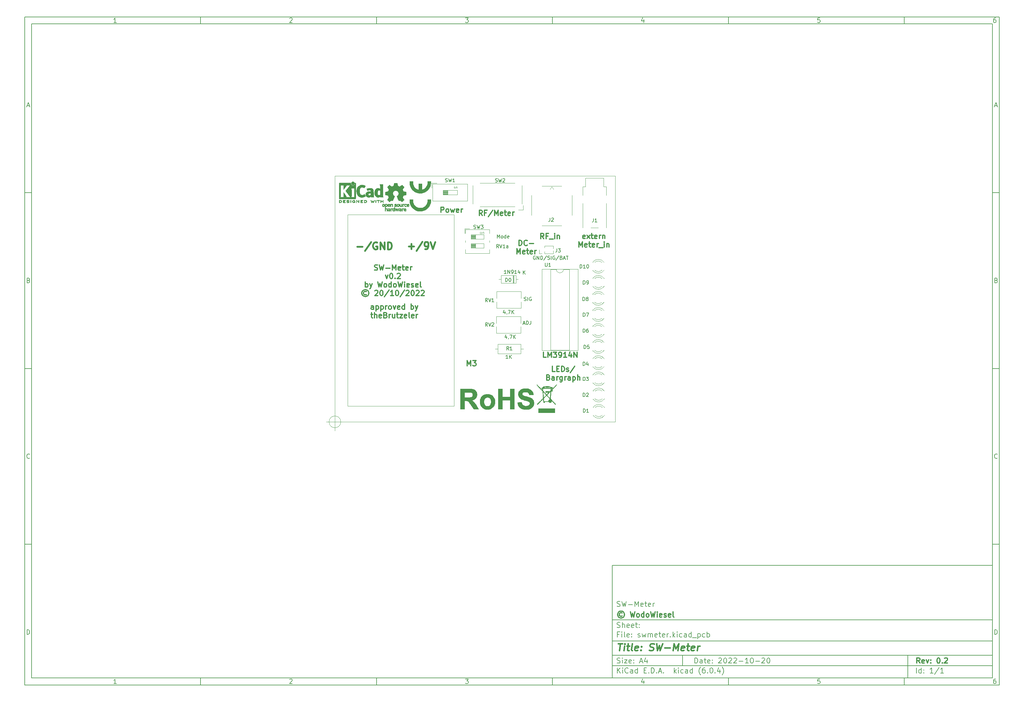
<source format=gbr>
%TF.GenerationSoftware,KiCad,Pcbnew,(6.0.4)*%
%TF.CreationDate,2022-10-21T18:21:49+02:00*%
%TF.ProjectId,swmeter,73776d65-7465-4722-9e6b-696361645f70,0.2*%
%TF.SameCoordinates,PX5d9f490PY775a330*%
%TF.FileFunction,Legend,Top*%
%TF.FilePolarity,Positive*%
%FSLAX46Y46*%
G04 Gerber Fmt 4.6, Leading zero omitted, Abs format (unit mm)*
G04 Created by KiCad (PCBNEW (6.0.4)) date 2022-10-21 18:21:49*
%MOMM*%
%LPD*%
G01*
G04 APERTURE LIST*
%ADD10C,0.100000*%
%ADD11C,0.150000*%
%ADD12C,0.300000*%
%ADD13C,0.400000*%
%TA.AperFunction,Profile*%
%ADD14C,0.100000*%
%TD*%
%ADD15C,0.500000*%
%ADD16C,0.090000*%
%ADD17C,0.120000*%
%ADD18C,0.010000*%
G04 APERTURE END LIST*
D10*
D11*
X78832200Y-40857200D02*
X78832200Y-72857200D01*
X186832200Y-72857200D01*
X186832200Y-40857200D01*
X78832200Y-40857200D01*
D10*
D11*
X-88170000Y115150000D02*
X-88170000Y-74857200D01*
X188832200Y-74857200D01*
X188832200Y115150000D01*
X-88170000Y115150000D01*
D10*
D11*
X-86170000Y113150000D02*
X-86170000Y-72857200D01*
X186832200Y-72857200D01*
X186832200Y113150000D01*
X-86170000Y113150000D01*
D10*
D11*
X-38170000Y113150000D02*
X-38170000Y115150000D01*
D10*
D11*
X11830000Y113150000D02*
X11830000Y115150000D01*
D10*
D11*
X61830000Y113150000D02*
X61830000Y115150000D01*
D10*
D11*
X111830000Y113150000D02*
X111830000Y115150000D01*
D10*
D11*
X161830000Y113150000D02*
X161830000Y115150000D01*
D10*
D11*
X-62104524Y113561905D02*
X-62847381Y113561905D01*
X-62475953Y113561905D02*
X-62475953Y114861905D01*
X-62599762Y114676191D01*
X-62723572Y114552381D01*
X-62847381Y114490477D01*
D10*
D11*
X-12847381Y114738096D02*
X-12785477Y114800000D01*
X-12661667Y114861905D01*
X-12352143Y114861905D01*
X-12228334Y114800000D01*
X-12166429Y114738096D01*
X-12104524Y114614286D01*
X-12104524Y114490477D01*
X-12166429Y114304762D01*
X-12909286Y113561905D01*
X-12104524Y113561905D01*
D10*
D11*
X37090714Y114861905D02*
X37895476Y114861905D01*
X37462142Y114366667D01*
X37647857Y114366667D01*
X37771666Y114304762D01*
X37833571Y114242858D01*
X37895476Y114119048D01*
X37895476Y113809524D01*
X37833571Y113685715D01*
X37771666Y113623810D01*
X37647857Y113561905D01*
X37276428Y113561905D01*
X37152619Y113623810D01*
X37090714Y113685715D01*
D10*
D11*
X87771666Y114428572D02*
X87771666Y113561905D01*
X87462142Y114923810D02*
X87152619Y113995239D01*
X87957380Y113995239D01*
D10*
D11*
X137833571Y114861905D02*
X137214523Y114861905D01*
X137152619Y114242858D01*
X137214523Y114304762D01*
X137338333Y114366667D01*
X137647857Y114366667D01*
X137771666Y114304762D01*
X137833571Y114242858D01*
X137895476Y114119048D01*
X137895476Y113809524D01*
X137833571Y113685715D01*
X137771666Y113623810D01*
X137647857Y113561905D01*
X137338333Y113561905D01*
X137214523Y113623810D01*
X137152619Y113685715D01*
D10*
D11*
X187771666Y114861905D02*
X187524047Y114861905D01*
X187400238Y114800000D01*
X187338333Y114738096D01*
X187214523Y114552381D01*
X187152619Y114304762D01*
X187152619Y113809524D01*
X187214523Y113685715D01*
X187276428Y113623810D01*
X187400238Y113561905D01*
X187647857Y113561905D01*
X187771666Y113623810D01*
X187833571Y113685715D01*
X187895476Y113809524D01*
X187895476Y114119048D01*
X187833571Y114242858D01*
X187771666Y114304762D01*
X187647857Y114366667D01*
X187400238Y114366667D01*
X187276428Y114304762D01*
X187214523Y114242858D01*
X187152619Y114119048D01*
D10*
D11*
X-38170000Y-72857200D02*
X-38170000Y-74857200D01*
D10*
D11*
X11830000Y-72857200D02*
X11830000Y-74857200D01*
D10*
D11*
X61830000Y-72857200D02*
X61830000Y-74857200D01*
D10*
D11*
X111830000Y-72857200D02*
X111830000Y-74857200D01*
D10*
D11*
X161830000Y-72857200D02*
X161830000Y-74857200D01*
D10*
D11*
X-62104524Y-74445295D02*
X-62847381Y-74445295D01*
X-62475953Y-74445295D02*
X-62475953Y-73145295D01*
X-62599762Y-73331009D01*
X-62723572Y-73454819D01*
X-62847381Y-73516723D01*
D10*
D11*
X-12847381Y-73269104D02*
X-12785477Y-73207200D01*
X-12661667Y-73145295D01*
X-12352143Y-73145295D01*
X-12228334Y-73207200D01*
X-12166429Y-73269104D01*
X-12104524Y-73392914D01*
X-12104524Y-73516723D01*
X-12166429Y-73702438D01*
X-12909286Y-74445295D01*
X-12104524Y-74445295D01*
D10*
D11*
X37090714Y-73145295D02*
X37895476Y-73145295D01*
X37462142Y-73640533D01*
X37647857Y-73640533D01*
X37771666Y-73702438D01*
X37833571Y-73764342D01*
X37895476Y-73888152D01*
X37895476Y-74197676D01*
X37833571Y-74321485D01*
X37771666Y-74383390D01*
X37647857Y-74445295D01*
X37276428Y-74445295D01*
X37152619Y-74383390D01*
X37090714Y-74321485D01*
D10*
D11*
X87771666Y-73578628D02*
X87771666Y-74445295D01*
X87462142Y-73083390D02*
X87152619Y-74011961D01*
X87957380Y-74011961D01*
D10*
D11*
X137833571Y-73145295D02*
X137214523Y-73145295D01*
X137152619Y-73764342D01*
X137214523Y-73702438D01*
X137338333Y-73640533D01*
X137647857Y-73640533D01*
X137771666Y-73702438D01*
X137833571Y-73764342D01*
X137895476Y-73888152D01*
X137895476Y-74197676D01*
X137833571Y-74321485D01*
X137771666Y-74383390D01*
X137647857Y-74445295D01*
X137338333Y-74445295D01*
X137214523Y-74383390D01*
X137152619Y-74321485D01*
D10*
D11*
X187771666Y-73145295D02*
X187524047Y-73145295D01*
X187400238Y-73207200D01*
X187338333Y-73269104D01*
X187214523Y-73454819D01*
X187152619Y-73702438D01*
X187152619Y-74197676D01*
X187214523Y-74321485D01*
X187276428Y-74383390D01*
X187400238Y-74445295D01*
X187647857Y-74445295D01*
X187771666Y-74383390D01*
X187833571Y-74321485D01*
X187895476Y-74197676D01*
X187895476Y-73888152D01*
X187833571Y-73764342D01*
X187771666Y-73702438D01*
X187647857Y-73640533D01*
X187400238Y-73640533D01*
X187276428Y-73702438D01*
X187214523Y-73764342D01*
X187152619Y-73888152D01*
D10*
D11*
X-88170000Y65150000D02*
X-86170000Y65150000D01*
D10*
D11*
X-88170000Y15150000D02*
X-86170000Y15150000D01*
D10*
D11*
X-88170000Y-34850000D02*
X-86170000Y-34850000D01*
D10*
D11*
X-87479524Y89933334D02*
X-86860477Y89933334D01*
X-87603334Y89561905D02*
X-87170000Y90861905D01*
X-86736667Y89561905D01*
D10*
D11*
X-87077143Y40242858D02*
X-86891429Y40180953D01*
X-86829524Y40119048D01*
X-86767620Y39995239D01*
X-86767620Y39809524D01*
X-86829524Y39685715D01*
X-86891429Y39623810D01*
X-87015239Y39561905D01*
X-87510477Y39561905D01*
X-87510477Y40861905D01*
X-87077143Y40861905D01*
X-86953334Y40800000D01*
X-86891429Y40738096D01*
X-86829524Y40614286D01*
X-86829524Y40490477D01*
X-86891429Y40366667D01*
X-86953334Y40304762D01*
X-87077143Y40242858D01*
X-87510477Y40242858D01*
D10*
D11*
X-86767620Y-10314285D02*
X-86829524Y-10376190D01*
X-87015239Y-10438095D01*
X-87139048Y-10438095D01*
X-87324762Y-10376190D01*
X-87448572Y-10252380D01*
X-87510477Y-10128571D01*
X-87572381Y-9880952D01*
X-87572381Y-9695238D01*
X-87510477Y-9447619D01*
X-87448572Y-9323809D01*
X-87324762Y-9200000D01*
X-87139048Y-9138095D01*
X-87015239Y-9138095D01*
X-86829524Y-9200000D01*
X-86767620Y-9261904D01*
D10*
D11*
X-87510477Y-60438095D02*
X-87510477Y-59138095D01*
X-87200953Y-59138095D01*
X-87015239Y-59200000D01*
X-86891429Y-59323809D01*
X-86829524Y-59447619D01*
X-86767620Y-59695238D01*
X-86767620Y-59880952D01*
X-86829524Y-60128571D01*
X-86891429Y-60252380D01*
X-87015239Y-60376190D01*
X-87200953Y-60438095D01*
X-87510477Y-60438095D01*
D10*
D11*
X188832200Y65150000D02*
X186832200Y65150000D01*
D10*
D11*
X188832200Y15150000D02*
X186832200Y15150000D01*
D10*
D11*
X188832200Y-34850000D02*
X186832200Y-34850000D01*
D10*
D11*
X187522676Y89933334D02*
X188141723Y89933334D01*
X187398866Y89561905D02*
X187832200Y90861905D01*
X188265533Y89561905D01*
D10*
D11*
X187925057Y40242858D02*
X188110771Y40180953D01*
X188172676Y40119048D01*
X188234580Y39995239D01*
X188234580Y39809524D01*
X188172676Y39685715D01*
X188110771Y39623810D01*
X187986961Y39561905D01*
X187491723Y39561905D01*
X187491723Y40861905D01*
X187925057Y40861905D01*
X188048866Y40800000D01*
X188110771Y40738096D01*
X188172676Y40614286D01*
X188172676Y40490477D01*
X188110771Y40366667D01*
X188048866Y40304762D01*
X187925057Y40242858D01*
X187491723Y40242858D01*
D10*
D11*
X188234580Y-10314285D02*
X188172676Y-10376190D01*
X187986961Y-10438095D01*
X187863152Y-10438095D01*
X187677438Y-10376190D01*
X187553628Y-10252380D01*
X187491723Y-10128571D01*
X187429819Y-9880952D01*
X187429819Y-9695238D01*
X187491723Y-9447619D01*
X187553628Y-9323809D01*
X187677438Y-9200000D01*
X187863152Y-9138095D01*
X187986961Y-9138095D01*
X188172676Y-9200000D01*
X188234580Y-9261904D01*
D10*
D11*
X187491723Y-60438095D02*
X187491723Y-59138095D01*
X187801247Y-59138095D01*
X187986961Y-59200000D01*
X188110771Y-59323809D01*
X188172676Y-59447619D01*
X188234580Y-59695238D01*
X188234580Y-59880952D01*
X188172676Y-60128571D01*
X188110771Y-60252380D01*
X187986961Y-60376190D01*
X187801247Y-60438095D01*
X187491723Y-60438095D01*
D10*
D11*
X102264342Y-68635771D02*
X102264342Y-67135771D01*
X102621485Y-67135771D01*
X102835771Y-67207200D01*
X102978628Y-67350057D01*
X103050057Y-67492914D01*
X103121485Y-67778628D01*
X103121485Y-67992914D01*
X103050057Y-68278628D01*
X102978628Y-68421485D01*
X102835771Y-68564342D01*
X102621485Y-68635771D01*
X102264342Y-68635771D01*
X104407200Y-68635771D02*
X104407200Y-67850057D01*
X104335771Y-67707200D01*
X104192914Y-67635771D01*
X103907200Y-67635771D01*
X103764342Y-67707200D01*
X104407200Y-68564342D02*
X104264342Y-68635771D01*
X103907200Y-68635771D01*
X103764342Y-68564342D01*
X103692914Y-68421485D01*
X103692914Y-68278628D01*
X103764342Y-68135771D01*
X103907200Y-68064342D01*
X104264342Y-68064342D01*
X104407200Y-67992914D01*
X104907200Y-67635771D02*
X105478628Y-67635771D01*
X105121485Y-67135771D02*
X105121485Y-68421485D01*
X105192914Y-68564342D01*
X105335771Y-68635771D01*
X105478628Y-68635771D01*
X106550057Y-68564342D02*
X106407200Y-68635771D01*
X106121485Y-68635771D01*
X105978628Y-68564342D01*
X105907200Y-68421485D01*
X105907200Y-67850057D01*
X105978628Y-67707200D01*
X106121485Y-67635771D01*
X106407200Y-67635771D01*
X106550057Y-67707200D01*
X106621485Y-67850057D01*
X106621485Y-67992914D01*
X105907200Y-68135771D01*
X107264342Y-68492914D02*
X107335771Y-68564342D01*
X107264342Y-68635771D01*
X107192914Y-68564342D01*
X107264342Y-68492914D01*
X107264342Y-68635771D01*
X107264342Y-67707200D02*
X107335771Y-67778628D01*
X107264342Y-67850057D01*
X107192914Y-67778628D01*
X107264342Y-67707200D01*
X107264342Y-67850057D01*
X109050057Y-67278628D02*
X109121485Y-67207200D01*
X109264342Y-67135771D01*
X109621485Y-67135771D01*
X109764342Y-67207200D01*
X109835771Y-67278628D01*
X109907200Y-67421485D01*
X109907200Y-67564342D01*
X109835771Y-67778628D01*
X108978628Y-68635771D01*
X109907200Y-68635771D01*
X110835771Y-67135771D02*
X110978628Y-67135771D01*
X111121485Y-67207200D01*
X111192914Y-67278628D01*
X111264342Y-67421485D01*
X111335771Y-67707200D01*
X111335771Y-68064342D01*
X111264342Y-68350057D01*
X111192914Y-68492914D01*
X111121485Y-68564342D01*
X110978628Y-68635771D01*
X110835771Y-68635771D01*
X110692914Y-68564342D01*
X110621485Y-68492914D01*
X110550057Y-68350057D01*
X110478628Y-68064342D01*
X110478628Y-67707200D01*
X110550057Y-67421485D01*
X110621485Y-67278628D01*
X110692914Y-67207200D01*
X110835771Y-67135771D01*
X111907200Y-67278628D02*
X111978628Y-67207200D01*
X112121485Y-67135771D01*
X112478628Y-67135771D01*
X112621485Y-67207200D01*
X112692914Y-67278628D01*
X112764342Y-67421485D01*
X112764342Y-67564342D01*
X112692914Y-67778628D01*
X111835771Y-68635771D01*
X112764342Y-68635771D01*
X113335771Y-67278628D02*
X113407200Y-67207200D01*
X113550057Y-67135771D01*
X113907200Y-67135771D01*
X114050057Y-67207200D01*
X114121485Y-67278628D01*
X114192914Y-67421485D01*
X114192914Y-67564342D01*
X114121485Y-67778628D01*
X113264342Y-68635771D01*
X114192914Y-68635771D01*
X114835771Y-68064342D02*
X115978628Y-68064342D01*
X117478628Y-68635771D02*
X116621485Y-68635771D01*
X117050057Y-68635771D02*
X117050057Y-67135771D01*
X116907200Y-67350057D01*
X116764342Y-67492914D01*
X116621485Y-67564342D01*
X118407200Y-67135771D02*
X118550057Y-67135771D01*
X118692914Y-67207200D01*
X118764342Y-67278628D01*
X118835771Y-67421485D01*
X118907200Y-67707200D01*
X118907200Y-68064342D01*
X118835771Y-68350057D01*
X118764342Y-68492914D01*
X118692914Y-68564342D01*
X118550057Y-68635771D01*
X118407200Y-68635771D01*
X118264342Y-68564342D01*
X118192914Y-68492914D01*
X118121485Y-68350057D01*
X118050057Y-68064342D01*
X118050057Y-67707200D01*
X118121485Y-67421485D01*
X118192914Y-67278628D01*
X118264342Y-67207200D01*
X118407200Y-67135771D01*
X119550057Y-68064342D02*
X120692914Y-68064342D01*
X121335771Y-67278628D02*
X121407200Y-67207200D01*
X121550057Y-67135771D01*
X121907200Y-67135771D01*
X122050057Y-67207200D01*
X122121485Y-67278628D01*
X122192914Y-67421485D01*
X122192914Y-67564342D01*
X122121485Y-67778628D01*
X121264342Y-68635771D01*
X122192914Y-68635771D01*
X123121485Y-67135771D02*
X123264342Y-67135771D01*
X123407200Y-67207200D01*
X123478628Y-67278628D01*
X123550057Y-67421485D01*
X123621485Y-67707200D01*
X123621485Y-68064342D01*
X123550057Y-68350057D01*
X123478628Y-68492914D01*
X123407200Y-68564342D01*
X123264342Y-68635771D01*
X123121485Y-68635771D01*
X122978628Y-68564342D01*
X122907200Y-68492914D01*
X122835771Y-68350057D01*
X122764342Y-68064342D01*
X122764342Y-67707200D01*
X122835771Y-67421485D01*
X122907200Y-67278628D01*
X122978628Y-67207200D01*
X123121485Y-67135771D01*
D10*
D11*
X78832200Y-69357200D02*
X186832200Y-69357200D01*
D10*
D11*
X80264342Y-71435771D02*
X80264342Y-69935771D01*
X81121485Y-71435771D02*
X80478628Y-70578628D01*
X81121485Y-69935771D02*
X80264342Y-70792914D01*
X81764342Y-71435771D02*
X81764342Y-70435771D01*
X81764342Y-69935771D02*
X81692914Y-70007200D01*
X81764342Y-70078628D01*
X81835771Y-70007200D01*
X81764342Y-69935771D01*
X81764342Y-70078628D01*
X83335771Y-71292914D02*
X83264342Y-71364342D01*
X83050057Y-71435771D01*
X82907200Y-71435771D01*
X82692914Y-71364342D01*
X82550057Y-71221485D01*
X82478628Y-71078628D01*
X82407200Y-70792914D01*
X82407200Y-70578628D01*
X82478628Y-70292914D01*
X82550057Y-70150057D01*
X82692914Y-70007200D01*
X82907200Y-69935771D01*
X83050057Y-69935771D01*
X83264342Y-70007200D01*
X83335771Y-70078628D01*
X84621485Y-71435771D02*
X84621485Y-70650057D01*
X84550057Y-70507200D01*
X84407200Y-70435771D01*
X84121485Y-70435771D01*
X83978628Y-70507200D01*
X84621485Y-71364342D02*
X84478628Y-71435771D01*
X84121485Y-71435771D01*
X83978628Y-71364342D01*
X83907200Y-71221485D01*
X83907200Y-71078628D01*
X83978628Y-70935771D01*
X84121485Y-70864342D01*
X84478628Y-70864342D01*
X84621485Y-70792914D01*
X85978628Y-71435771D02*
X85978628Y-69935771D01*
X85978628Y-71364342D02*
X85835771Y-71435771D01*
X85550057Y-71435771D01*
X85407200Y-71364342D01*
X85335771Y-71292914D01*
X85264342Y-71150057D01*
X85264342Y-70721485D01*
X85335771Y-70578628D01*
X85407200Y-70507200D01*
X85550057Y-70435771D01*
X85835771Y-70435771D01*
X85978628Y-70507200D01*
X87835771Y-70650057D02*
X88335771Y-70650057D01*
X88550057Y-71435771D02*
X87835771Y-71435771D01*
X87835771Y-69935771D01*
X88550057Y-69935771D01*
X89192914Y-71292914D02*
X89264342Y-71364342D01*
X89192914Y-71435771D01*
X89121485Y-71364342D01*
X89192914Y-71292914D01*
X89192914Y-71435771D01*
X89907200Y-71435771D02*
X89907200Y-69935771D01*
X90264342Y-69935771D01*
X90478628Y-70007200D01*
X90621485Y-70150057D01*
X90692914Y-70292914D01*
X90764342Y-70578628D01*
X90764342Y-70792914D01*
X90692914Y-71078628D01*
X90621485Y-71221485D01*
X90478628Y-71364342D01*
X90264342Y-71435771D01*
X89907200Y-71435771D01*
X91407200Y-71292914D02*
X91478628Y-71364342D01*
X91407200Y-71435771D01*
X91335771Y-71364342D01*
X91407200Y-71292914D01*
X91407200Y-71435771D01*
X92050057Y-71007200D02*
X92764342Y-71007200D01*
X91907200Y-71435771D02*
X92407200Y-69935771D01*
X92907200Y-71435771D01*
X93407200Y-71292914D02*
X93478628Y-71364342D01*
X93407200Y-71435771D01*
X93335771Y-71364342D01*
X93407200Y-71292914D01*
X93407200Y-71435771D01*
X96407200Y-71435771D02*
X96407200Y-69935771D01*
X96550057Y-70864342D02*
X96978628Y-71435771D01*
X96978628Y-70435771D02*
X96407200Y-71007200D01*
X97621485Y-71435771D02*
X97621485Y-70435771D01*
X97621485Y-69935771D02*
X97550057Y-70007200D01*
X97621485Y-70078628D01*
X97692914Y-70007200D01*
X97621485Y-69935771D01*
X97621485Y-70078628D01*
X98978628Y-71364342D02*
X98835771Y-71435771D01*
X98550057Y-71435771D01*
X98407200Y-71364342D01*
X98335771Y-71292914D01*
X98264342Y-71150057D01*
X98264342Y-70721485D01*
X98335771Y-70578628D01*
X98407200Y-70507200D01*
X98550057Y-70435771D01*
X98835771Y-70435771D01*
X98978628Y-70507200D01*
X100264342Y-71435771D02*
X100264342Y-70650057D01*
X100192914Y-70507200D01*
X100050057Y-70435771D01*
X99764342Y-70435771D01*
X99621485Y-70507200D01*
X100264342Y-71364342D02*
X100121485Y-71435771D01*
X99764342Y-71435771D01*
X99621485Y-71364342D01*
X99550057Y-71221485D01*
X99550057Y-71078628D01*
X99621485Y-70935771D01*
X99764342Y-70864342D01*
X100121485Y-70864342D01*
X100264342Y-70792914D01*
X101621485Y-71435771D02*
X101621485Y-69935771D01*
X101621485Y-71364342D02*
X101478628Y-71435771D01*
X101192914Y-71435771D01*
X101050057Y-71364342D01*
X100978628Y-71292914D01*
X100907200Y-71150057D01*
X100907200Y-70721485D01*
X100978628Y-70578628D01*
X101050057Y-70507200D01*
X101192914Y-70435771D01*
X101478628Y-70435771D01*
X101621485Y-70507200D01*
X103907200Y-72007200D02*
X103835771Y-71935771D01*
X103692914Y-71721485D01*
X103621485Y-71578628D01*
X103550057Y-71364342D01*
X103478628Y-71007200D01*
X103478628Y-70721485D01*
X103550057Y-70364342D01*
X103621485Y-70150057D01*
X103692914Y-70007200D01*
X103835771Y-69792914D01*
X103907200Y-69721485D01*
X105121485Y-69935771D02*
X104835771Y-69935771D01*
X104692914Y-70007200D01*
X104621485Y-70078628D01*
X104478628Y-70292914D01*
X104407200Y-70578628D01*
X104407200Y-71150057D01*
X104478628Y-71292914D01*
X104550057Y-71364342D01*
X104692914Y-71435771D01*
X104978628Y-71435771D01*
X105121485Y-71364342D01*
X105192914Y-71292914D01*
X105264342Y-71150057D01*
X105264342Y-70792914D01*
X105192914Y-70650057D01*
X105121485Y-70578628D01*
X104978628Y-70507200D01*
X104692914Y-70507200D01*
X104550057Y-70578628D01*
X104478628Y-70650057D01*
X104407200Y-70792914D01*
X105907200Y-71292914D02*
X105978628Y-71364342D01*
X105907200Y-71435771D01*
X105835771Y-71364342D01*
X105907200Y-71292914D01*
X105907200Y-71435771D01*
X106907200Y-69935771D02*
X107050057Y-69935771D01*
X107192914Y-70007200D01*
X107264342Y-70078628D01*
X107335771Y-70221485D01*
X107407200Y-70507200D01*
X107407200Y-70864342D01*
X107335771Y-71150057D01*
X107264342Y-71292914D01*
X107192914Y-71364342D01*
X107050057Y-71435771D01*
X106907200Y-71435771D01*
X106764342Y-71364342D01*
X106692914Y-71292914D01*
X106621485Y-71150057D01*
X106550057Y-70864342D01*
X106550057Y-70507200D01*
X106621485Y-70221485D01*
X106692914Y-70078628D01*
X106764342Y-70007200D01*
X106907200Y-69935771D01*
X108050057Y-71292914D02*
X108121485Y-71364342D01*
X108050057Y-71435771D01*
X107978628Y-71364342D01*
X108050057Y-71292914D01*
X108050057Y-71435771D01*
X109407200Y-70435771D02*
X109407200Y-71435771D01*
X109050057Y-69864342D02*
X108692914Y-70935771D01*
X109621485Y-70935771D01*
X110050057Y-72007200D02*
X110121485Y-71935771D01*
X110264342Y-71721485D01*
X110335771Y-71578628D01*
X110407200Y-71364342D01*
X110478628Y-71007200D01*
X110478628Y-70721485D01*
X110407200Y-70364342D01*
X110335771Y-70150057D01*
X110264342Y-70007200D01*
X110121485Y-69792914D01*
X110050057Y-69721485D01*
D10*
D11*
X78832200Y-66357200D02*
X186832200Y-66357200D01*
D10*
D12*
X166241485Y-68635771D02*
X165741485Y-67921485D01*
X165384342Y-68635771D02*
X165384342Y-67135771D01*
X165955771Y-67135771D01*
X166098628Y-67207200D01*
X166170057Y-67278628D01*
X166241485Y-67421485D01*
X166241485Y-67635771D01*
X166170057Y-67778628D01*
X166098628Y-67850057D01*
X165955771Y-67921485D01*
X165384342Y-67921485D01*
X167455771Y-68564342D02*
X167312914Y-68635771D01*
X167027200Y-68635771D01*
X166884342Y-68564342D01*
X166812914Y-68421485D01*
X166812914Y-67850057D01*
X166884342Y-67707200D01*
X167027200Y-67635771D01*
X167312914Y-67635771D01*
X167455771Y-67707200D01*
X167527200Y-67850057D01*
X167527200Y-67992914D01*
X166812914Y-68135771D01*
X168027200Y-67635771D02*
X168384342Y-68635771D01*
X168741485Y-67635771D01*
X169312914Y-68492914D02*
X169384342Y-68564342D01*
X169312914Y-68635771D01*
X169241485Y-68564342D01*
X169312914Y-68492914D01*
X169312914Y-68635771D01*
X169312914Y-67707200D02*
X169384342Y-67778628D01*
X169312914Y-67850057D01*
X169241485Y-67778628D01*
X169312914Y-67707200D01*
X169312914Y-67850057D01*
X171455771Y-67135771D02*
X171598628Y-67135771D01*
X171741485Y-67207200D01*
X171812914Y-67278628D01*
X171884342Y-67421485D01*
X171955771Y-67707200D01*
X171955771Y-68064342D01*
X171884342Y-68350057D01*
X171812914Y-68492914D01*
X171741485Y-68564342D01*
X171598628Y-68635771D01*
X171455771Y-68635771D01*
X171312914Y-68564342D01*
X171241485Y-68492914D01*
X171170057Y-68350057D01*
X171098628Y-68064342D01*
X171098628Y-67707200D01*
X171170057Y-67421485D01*
X171241485Y-67278628D01*
X171312914Y-67207200D01*
X171455771Y-67135771D01*
X172598628Y-68492914D02*
X172670057Y-68564342D01*
X172598628Y-68635771D01*
X172527200Y-68564342D01*
X172598628Y-68492914D01*
X172598628Y-68635771D01*
X173241485Y-67278628D02*
X173312914Y-67207200D01*
X173455771Y-67135771D01*
X173812914Y-67135771D01*
X173955771Y-67207200D01*
X174027200Y-67278628D01*
X174098628Y-67421485D01*
X174098628Y-67564342D01*
X174027200Y-67778628D01*
X173170057Y-68635771D01*
X174098628Y-68635771D01*
D10*
D11*
X80192914Y-68564342D02*
X80407200Y-68635771D01*
X80764342Y-68635771D01*
X80907200Y-68564342D01*
X80978628Y-68492914D01*
X81050057Y-68350057D01*
X81050057Y-68207200D01*
X80978628Y-68064342D01*
X80907200Y-67992914D01*
X80764342Y-67921485D01*
X80478628Y-67850057D01*
X80335771Y-67778628D01*
X80264342Y-67707200D01*
X80192914Y-67564342D01*
X80192914Y-67421485D01*
X80264342Y-67278628D01*
X80335771Y-67207200D01*
X80478628Y-67135771D01*
X80835771Y-67135771D01*
X81050057Y-67207200D01*
X81692914Y-68635771D02*
X81692914Y-67635771D01*
X81692914Y-67135771D02*
X81621485Y-67207200D01*
X81692914Y-67278628D01*
X81764342Y-67207200D01*
X81692914Y-67135771D01*
X81692914Y-67278628D01*
X82264342Y-67635771D02*
X83050057Y-67635771D01*
X82264342Y-68635771D01*
X83050057Y-68635771D01*
X84192914Y-68564342D02*
X84050057Y-68635771D01*
X83764342Y-68635771D01*
X83621485Y-68564342D01*
X83550057Y-68421485D01*
X83550057Y-67850057D01*
X83621485Y-67707200D01*
X83764342Y-67635771D01*
X84050057Y-67635771D01*
X84192914Y-67707200D01*
X84264342Y-67850057D01*
X84264342Y-67992914D01*
X83550057Y-68135771D01*
X84907200Y-68492914D02*
X84978628Y-68564342D01*
X84907200Y-68635771D01*
X84835771Y-68564342D01*
X84907200Y-68492914D01*
X84907200Y-68635771D01*
X84907200Y-67707200D02*
X84978628Y-67778628D01*
X84907200Y-67850057D01*
X84835771Y-67778628D01*
X84907200Y-67707200D01*
X84907200Y-67850057D01*
X86692914Y-68207200D02*
X87407200Y-68207200D01*
X86550057Y-68635771D02*
X87050057Y-67135771D01*
X87550057Y-68635771D01*
X88692914Y-67635771D02*
X88692914Y-68635771D01*
X88335771Y-67064342D02*
X87978628Y-68135771D01*
X88907200Y-68135771D01*
D10*
D11*
X165264342Y-71435771D02*
X165264342Y-69935771D01*
X166621485Y-71435771D02*
X166621485Y-69935771D01*
X166621485Y-71364342D02*
X166478628Y-71435771D01*
X166192914Y-71435771D01*
X166050057Y-71364342D01*
X165978628Y-71292914D01*
X165907200Y-71150057D01*
X165907200Y-70721485D01*
X165978628Y-70578628D01*
X166050057Y-70507200D01*
X166192914Y-70435771D01*
X166478628Y-70435771D01*
X166621485Y-70507200D01*
X167335771Y-71292914D02*
X167407200Y-71364342D01*
X167335771Y-71435771D01*
X167264342Y-71364342D01*
X167335771Y-71292914D01*
X167335771Y-71435771D01*
X167335771Y-70507200D02*
X167407200Y-70578628D01*
X167335771Y-70650057D01*
X167264342Y-70578628D01*
X167335771Y-70507200D01*
X167335771Y-70650057D01*
X169978628Y-71435771D02*
X169121485Y-71435771D01*
X169550057Y-71435771D02*
X169550057Y-69935771D01*
X169407200Y-70150057D01*
X169264342Y-70292914D01*
X169121485Y-70364342D01*
X171692914Y-69864342D02*
X170407200Y-71792914D01*
X172978628Y-71435771D02*
X172121485Y-71435771D01*
X172550057Y-71435771D02*
X172550057Y-69935771D01*
X172407200Y-70150057D01*
X172264342Y-70292914D01*
X172121485Y-70364342D01*
D10*
D11*
X78832200Y-62357200D02*
X186832200Y-62357200D01*
D10*
D13*
X80544580Y-63061961D02*
X81687438Y-63061961D01*
X80866009Y-65061961D02*
X81116009Y-63061961D01*
X82104104Y-65061961D02*
X82270771Y-63728628D01*
X82354104Y-63061961D02*
X82246961Y-63157200D01*
X82330295Y-63252438D01*
X82437438Y-63157200D01*
X82354104Y-63061961D01*
X82330295Y-63252438D01*
X82937438Y-63728628D02*
X83699342Y-63728628D01*
X83306485Y-63061961D02*
X83092200Y-64776247D01*
X83163628Y-64966723D01*
X83342200Y-65061961D01*
X83532676Y-65061961D01*
X84485057Y-65061961D02*
X84306485Y-64966723D01*
X84235057Y-64776247D01*
X84449342Y-63061961D01*
X86020771Y-64966723D02*
X85818390Y-65061961D01*
X85437438Y-65061961D01*
X85258866Y-64966723D01*
X85187438Y-64776247D01*
X85282676Y-64014342D01*
X85401723Y-63823866D01*
X85604104Y-63728628D01*
X85985057Y-63728628D01*
X86163628Y-63823866D01*
X86235057Y-64014342D01*
X86211247Y-64204819D01*
X85235057Y-64395295D01*
X86985057Y-64871485D02*
X87068390Y-64966723D01*
X86961247Y-65061961D01*
X86877914Y-64966723D01*
X86985057Y-64871485D01*
X86961247Y-65061961D01*
X87116009Y-63823866D02*
X87199342Y-63919104D01*
X87092200Y-64014342D01*
X87008866Y-63919104D01*
X87116009Y-63823866D01*
X87092200Y-64014342D01*
X89354104Y-64966723D02*
X89627914Y-65061961D01*
X90104104Y-65061961D01*
X90306485Y-64966723D01*
X90413628Y-64871485D01*
X90532676Y-64681009D01*
X90556485Y-64490533D01*
X90485057Y-64300057D01*
X90401723Y-64204819D01*
X90223152Y-64109580D01*
X89854104Y-64014342D01*
X89675533Y-63919104D01*
X89592200Y-63823866D01*
X89520771Y-63633390D01*
X89544580Y-63442914D01*
X89663628Y-63252438D01*
X89770771Y-63157200D01*
X89973152Y-63061961D01*
X90449342Y-63061961D01*
X90723152Y-63157200D01*
X91401723Y-63061961D02*
X91627914Y-65061961D01*
X92187438Y-63633390D01*
X92389819Y-65061961D01*
X93116009Y-63061961D01*
X93723152Y-64300057D02*
X95246961Y-64300057D01*
X96104104Y-65061961D02*
X96354104Y-63061961D01*
X96842200Y-64490533D01*
X97687438Y-63061961D01*
X97437438Y-65061961D01*
X99163628Y-64966723D02*
X98961247Y-65061961D01*
X98580295Y-65061961D01*
X98401723Y-64966723D01*
X98330295Y-64776247D01*
X98425533Y-64014342D01*
X98544580Y-63823866D01*
X98746961Y-63728628D01*
X99127914Y-63728628D01*
X99306485Y-63823866D01*
X99377914Y-64014342D01*
X99354104Y-64204819D01*
X98377914Y-64395295D01*
X99985057Y-63728628D02*
X100746961Y-63728628D01*
X100354104Y-63061961D02*
X100139819Y-64776247D01*
X100211247Y-64966723D01*
X100389819Y-65061961D01*
X100580295Y-65061961D01*
X102020771Y-64966723D02*
X101818390Y-65061961D01*
X101437438Y-65061961D01*
X101258866Y-64966723D01*
X101187438Y-64776247D01*
X101282676Y-64014342D01*
X101401723Y-63823866D01*
X101604104Y-63728628D01*
X101985057Y-63728628D01*
X102163628Y-63823866D01*
X102235057Y-64014342D01*
X102211247Y-64204819D01*
X101235057Y-64395295D01*
X102961247Y-65061961D02*
X103127914Y-63728628D01*
X103080295Y-64109580D02*
X103199342Y-63919104D01*
X103306485Y-63823866D01*
X103508866Y-63728628D01*
X103699342Y-63728628D01*
D10*
D11*
X80764342Y-60450057D02*
X80264342Y-60450057D01*
X80264342Y-61235771D02*
X80264342Y-59735771D01*
X80978628Y-59735771D01*
X81550057Y-61235771D02*
X81550057Y-60235771D01*
X81550057Y-59735771D02*
X81478628Y-59807200D01*
X81550057Y-59878628D01*
X81621485Y-59807200D01*
X81550057Y-59735771D01*
X81550057Y-59878628D01*
X82478628Y-61235771D02*
X82335771Y-61164342D01*
X82264342Y-61021485D01*
X82264342Y-59735771D01*
X83621485Y-61164342D02*
X83478628Y-61235771D01*
X83192914Y-61235771D01*
X83050057Y-61164342D01*
X82978628Y-61021485D01*
X82978628Y-60450057D01*
X83050057Y-60307200D01*
X83192914Y-60235771D01*
X83478628Y-60235771D01*
X83621485Y-60307200D01*
X83692914Y-60450057D01*
X83692914Y-60592914D01*
X82978628Y-60735771D01*
X84335771Y-61092914D02*
X84407200Y-61164342D01*
X84335771Y-61235771D01*
X84264342Y-61164342D01*
X84335771Y-61092914D01*
X84335771Y-61235771D01*
X84335771Y-60307200D02*
X84407200Y-60378628D01*
X84335771Y-60450057D01*
X84264342Y-60378628D01*
X84335771Y-60307200D01*
X84335771Y-60450057D01*
X86121485Y-61164342D02*
X86264342Y-61235771D01*
X86550057Y-61235771D01*
X86692914Y-61164342D01*
X86764342Y-61021485D01*
X86764342Y-60950057D01*
X86692914Y-60807200D01*
X86550057Y-60735771D01*
X86335771Y-60735771D01*
X86192914Y-60664342D01*
X86121485Y-60521485D01*
X86121485Y-60450057D01*
X86192914Y-60307200D01*
X86335771Y-60235771D01*
X86550057Y-60235771D01*
X86692914Y-60307200D01*
X87264342Y-60235771D02*
X87550057Y-61235771D01*
X87835771Y-60521485D01*
X88121485Y-61235771D01*
X88407200Y-60235771D01*
X88978628Y-61235771D02*
X88978628Y-60235771D01*
X88978628Y-60378628D02*
X89050057Y-60307200D01*
X89192914Y-60235771D01*
X89407200Y-60235771D01*
X89550057Y-60307200D01*
X89621485Y-60450057D01*
X89621485Y-61235771D01*
X89621485Y-60450057D02*
X89692914Y-60307200D01*
X89835771Y-60235771D01*
X90050057Y-60235771D01*
X90192914Y-60307200D01*
X90264342Y-60450057D01*
X90264342Y-61235771D01*
X91550057Y-61164342D02*
X91407200Y-61235771D01*
X91121485Y-61235771D01*
X90978628Y-61164342D01*
X90907200Y-61021485D01*
X90907200Y-60450057D01*
X90978628Y-60307200D01*
X91121485Y-60235771D01*
X91407200Y-60235771D01*
X91550057Y-60307200D01*
X91621485Y-60450057D01*
X91621485Y-60592914D01*
X90907200Y-60735771D01*
X92050057Y-60235771D02*
X92621485Y-60235771D01*
X92264342Y-59735771D02*
X92264342Y-61021485D01*
X92335771Y-61164342D01*
X92478628Y-61235771D01*
X92621485Y-61235771D01*
X93692914Y-61164342D02*
X93550057Y-61235771D01*
X93264342Y-61235771D01*
X93121485Y-61164342D01*
X93050057Y-61021485D01*
X93050057Y-60450057D01*
X93121485Y-60307200D01*
X93264342Y-60235771D01*
X93550057Y-60235771D01*
X93692914Y-60307200D01*
X93764342Y-60450057D01*
X93764342Y-60592914D01*
X93050057Y-60735771D01*
X94407200Y-61235771D02*
X94407200Y-60235771D01*
X94407200Y-60521485D02*
X94478628Y-60378628D01*
X94550057Y-60307200D01*
X94692914Y-60235771D01*
X94835771Y-60235771D01*
X95335771Y-61092914D02*
X95407200Y-61164342D01*
X95335771Y-61235771D01*
X95264342Y-61164342D01*
X95335771Y-61092914D01*
X95335771Y-61235771D01*
X96050057Y-61235771D02*
X96050057Y-59735771D01*
X96192914Y-60664342D02*
X96621485Y-61235771D01*
X96621485Y-60235771D02*
X96050057Y-60807200D01*
X97264342Y-61235771D02*
X97264342Y-60235771D01*
X97264342Y-59735771D02*
X97192914Y-59807200D01*
X97264342Y-59878628D01*
X97335771Y-59807200D01*
X97264342Y-59735771D01*
X97264342Y-59878628D01*
X98621485Y-61164342D02*
X98478628Y-61235771D01*
X98192914Y-61235771D01*
X98050057Y-61164342D01*
X97978628Y-61092914D01*
X97907200Y-60950057D01*
X97907200Y-60521485D01*
X97978628Y-60378628D01*
X98050057Y-60307200D01*
X98192914Y-60235771D01*
X98478628Y-60235771D01*
X98621485Y-60307200D01*
X99907200Y-61235771D02*
X99907200Y-60450057D01*
X99835771Y-60307200D01*
X99692914Y-60235771D01*
X99407200Y-60235771D01*
X99264342Y-60307200D01*
X99907200Y-61164342D02*
X99764342Y-61235771D01*
X99407200Y-61235771D01*
X99264342Y-61164342D01*
X99192914Y-61021485D01*
X99192914Y-60878628D01*
X99264342Y-60735771D01*
X99407200Y-60664342D01*
X99764342Y-60664342D01*
X99907200Y-60592914D01*
X101264342Y-61235771D02*
X101264342Y-59735771D01*
X101264342Y-61164342D02*
X101121485Y-61235771D01*
X100835771Y-61235771D01*
X100692914Y-61164342D01*
X100621485Y-61092914D01*
X100550057Y-60950057D01*
X100550057Y-60521485D01*
X100621485Y-60378628D01*
X100692914Y-60307200D01*
X100835771Y-60235771D01*
X101121485Y-60235771D01*
X101264342Y-60307200D01*
X101621485Y-61378628D02*
X102764342Y-61378628D01*
X103121485Y-60235771D02*
X103121485Y-61735771D01*
X103121485Y-60307200D02*
X103264342Y-60235771D01*
X103550057Y-60235771D01*
X103692914Y-60307200D01*
X103764342Y-60378628D01*
X103835771Y-60521485D01*
X103835771Y-60950057D01*
X103764342Y-61092914D01*
X103692914Y-61164342D01*
X103550057Y-61235771D01*
X103264342Y-61235771D01*
X103121485Y-61164342D01*
X105121485Y-61164342D02*
X104978628Y-61235771D01*
X104692914Y-61235771D01*
X104550057Y-61164342D01*
X104478628Y-61092914D01*
X104407200Y-60950057D01*
X104407200Y-60521485D01*
X104478628Y-60378628D01*
X104550057Y-60307200D01*
X104692914Y-60235771D01*
X104978628Y-60235771D01*
X105121485Y-60307200D01*
X105764342Y-61235771D02*
X105764342Y-59735771D01*
X105764342Y-60307200D02*
X105907200Y-60235771D01*
X106192914Y-60235771D01*
X106335771Y-60307200D01*
X106407200Y-60378628D01*
X106478628Y-60521485D01*
X106478628Y-60950057D01*
X106407200Y-61092914D01*
X106335771Y-61164342D01*
X106192914Y-61235771D01*
X105907200Y-61235771D01*
X105764342Y-61164342D01*
D10*
D11*
X78832200Y-56357200D02*
X186832200Y-56357200D01*
D10*
D11*
X80192914Y-58464342D02*
X80407200Y-58535771D01*
X80764342Y-58535771D01*
X80907200Y-58464342D01*
X80978628Y-58392914D01*
X81050057Y-58250057D01*
X81050057Y-58107200D01*
X80978628Y-57964342D01*
X80907200Y-57892914D01*
X80764342Y-57821485D01*
X80478628Y-57750057D01*
X80335771Y-57678628D01*
X80264342Y-57607200D01*
X80192914Y-57464342D01*
X80192914Y-57321485D01*
X80264342Y-57178628D01*
X80335771Y-57107200D01*
X80478628Y-57035771D01*
X80835771Y-57035771D01*
X81050057Y-57107200D01*
X81692914Y-58535771D02*
X81692914Y-57035771D01*
X82335771Y-58535771D02*
X82335771Y-57750057D01*
X82264342Y-57607200D01*
X82121485Y-57535771D01*
X81907200Y-57535771D01*
X81764342Y-57607200D01*
X81692914Y-57678628D01*
X83621485Y-58464342D02*
X83478628Y-58535771D01*
X83192914Y-58535771D01*
X83050057Y-58464342D01*
X82978628Y-58321485D01*
X82978628Y-57750057D01*
X83050057Y-57607200D01*
X83192914Y-57535771D01*
X83478628Y-57535771D01*
X83621485Y-57607200D01*
X83692914Y-57750057D01*
X83692914Y-57892914D01*
X82978628Y-58035771D01*
X84907200Y-58464342D02*
X84764342Y-58535771D01*
X84478628Y-58535771D01*
X84335771Y-58464342D01*
X84264342Y-58321485D01*
X84264342Y-57750057D01*
X84335771Y-57607200D01*
X84478628Y-57535771D01*
X84764342Y-57535771D01*
X84907200Y-57607200D01*
X84978628Y-57750057D01*
X84978628Y-57892914D01*
X84264342Y-58035771D01*
X85407200Y-57535771D02*
X85978628Y-57535771D01*
X85621485Y-57035771D02*
X85621485Y-58321485D01*
X85692914Y-58464342D01*
X85835771Y-58535771D01*
X85978628Y-58535771D01*
X86478628Y-58392914D02*
X86550057Y-58464342D01*
X86478628Y-58535771D01*
X86407200Y-58464342D01*
X86478628Y-58392914D01*
X86478628Y-58535771D01*
X86478628Y-57607200D02*
X86550057Y-57678628D01*
X86478628Y-57750057D01*
X86407200Y-57678628D01*
X86478628Y-57607200D01*
X86478628Y-57750057D01*
D10*
D12*
X81598628Y-54392914D02*
X81455771Y-54321485D01*
X81170057Y-54321485D01*
X81027200Y-54392914D01*
X80884342Y-54535771D01*
X80812914Y-54678628D01*
X80812914Y-54964342D01*
X80884342Y-55107200D01*
X81027200Y-55250057D01*
X81170057Y-55321485D01*
X81455771Y-55321485D01*
X81598628Y-55250057D01*
X81312914Y-53821485D02*
X80955771Y-53892914D01*
X80598628Y-54107200D01*
X80384342Y-54464342D01*
X80312914Y-54821485D01*
X80384342Y-55178628D01*
X80598628Y-55535771D01*
X80955771Y-55750057D01*
X81312914Y-55821485D01*
X81670057Y-55750057D01*
X82027200Y-55535771D01*
X82241485Y-55178628D01*
X82312914Y-54821485D01*
X82241485Y-54464342D01*
X82027200Y-54107200D01*
X81670057Y-53892914D01*
X81312914Y-53821485D01*
X83955771Y-54035771D02*
X84312914Y-55535771D01*
X84598628Y-54464342D01*
X84884342Y-55535771D01*
X85241485Y-54035771D01*
X86027200Y-55535771D02*
X85884342Y-55464342D01*
X85812914Y-55392914D01*
X85741485Y-55250057D01*
X85741485Y-54821485D01*
X85812914Y-54678628D01*
X85884342Y-54607200D01*
X86027200Y-54535771D01*
X86241485Y-54535771D01*
X86384342Y-54607200D01*
X86455771Y-54678628D01*
X86527200Y-54821485D01*
X86527200Y-55250057D01*
X86455771Y-55392914D01*
X86384342Y-55464342D01*
X86241485Y-55535771D01*
X86027200Y-55535771D01*
X87812914Y-55535771D02*
X87812914Y-54035771D01*
X87812914Y-55464342D02*
X87670057Y-55535771D01*
X87384342Y-55535771D01*
X87241485Y-55464342D01*
X87170057Y-55392914D01*
X87098628Y-55250057D01*
X87098628Y-54821485D01*
X87170057Y-54678628D01*
X87241485Y-54607200D01*
X87384342Y-54535771D01*
X87670057Y-54535771D01*
X87812914Y-54607200D01*
X88741485Y-55535771D02*
X88598628Y-55464342D01*
X88527200Y-55392914D01*
X88455771Y-55250057D01*
X88455771Y-54821485D01*
X88527200Y-54678628D01*
X88598628Y-54607200D01*
X88741485Y-54535771D01*
X88955771Y-54535771D01*
X89098628Y-54607200D01*
X89170057Y-54678628D01*
X89241485Y-54821485D01*
X89241485Y-55250057D01*
X89170057Y-55392914D01*
X89098628Y-55464342D01*
X88955771Y-55535771D01*
X88741485Y-55535771D01*
X89741485Y-54035771D02*
X90098628Y-55535771D01*
X90384342Y-54464342D01*
X90670057Y-55535771D01*
X91027200Y-54035771D01*
X91598628Y-55535771D02*
X91598628Y-54535771D01*
X91598628Y-54035771D02*
X91527200Y-54107200D01*
X91598628Y-54178628D01*
X91670057Y-54107200D01*
X91598628Y-54035771D01*
X91598628Y-54178628D01*
X92884342Y-55464342D02*
X92741485Y-55535771D01*
X92455771Y-55535771D01*
X92312914Y-55464342D01*
X92241485Y-55321485D01*
X92241485Y-54750057D01*
X92312914Y-54607200D01*
X92455771Y-54535771D01*
X92741485Y-54535771D01*
X92884342Y-54607200D01*
X92955771Y-54750057D01*
X92955771Y-54892914D01*
X92241485Y-55035771D01*
X93527200Y-55464342D02*
X93670057Y-55535771D01*
X93955771Y-55535771D01*
X94098628Y-55464342D01*
X94170057Y-55321485D01*
X94170057Y-55250057D01*
X94098628Y-55107200D01*
X93955771Y-55035771D01*
X93741485Y-55035771D01*
X93598628Y-54964342D01*
X93527200Y-54821485D01*
X93527200Y-54750057D01*
X93598628Y-54607200D01*
X93741485Y-54535771D01*
X93955771Y-54535771D01*
X94098628Y-54607200D01*
X95384342Y-55464342D02*
X95241485Y-55535771D01*
X94955771Y-55535771D01*
X94812914Y-55464342D01*
X94741485Y-55321485D01*
X94741485Y-54750057D01*
X94812914Y-54607200D01*
X94955771Y-54535771D01*
X95241485Y-54535771D01*
X95384342Y-54607200D01*
X95455771Y-54750057D01*
X95455771Y-54892914D01*
X94741485Y-55035771D01*
X96312914Y-55535771D02*
X96170057Y-55464342D01*
X96098628Y-55321485D01*
X96098628Y-54035771D01*
D10*
D11*
X80192914Y-52464342D02*
X80407200Y-52535771D01*
X80764342Y-52535771D01*
X80907200Y-52464342D01*
X80978628Y-52392914D01*
X81050057Y-52250057D01*
X81050057Y-52107200D01*
X80978628Y-51964342D01*
X80907200Y-51892914D01*
X80764342Y-51821485D01*
X80478628Y-51750057D01*
X80335771Y-51678628D01*
X80264342Y-51607200D01*
X80192914Y-51464342D01*
X80192914Y-51321485D01*
X80264342Y-51178628D01*
X80335771Y-51107200D01*
X80478628Y-51035771D01*
X80835771Y-51035771D01*
X81050057Y-51107200D01*
X81550057Y-51035771D02*
X81907200Y-52535771D01*
X82192914Y-51464342D01*
X82478628Y-52535771D01*
X82835771Y-51035771D01*
X83407200Y-51964342D02*
X84550057Y-51964342D01*
X85264342Y-52535771D02*
X85264342Y-51035771D01*
X85764342Y-52107200D01*
X86264342Y-51035771D01*
X86264342Y-52535771D01*
X87550057Y-52464342D02*
X87407200Y-52535771D01*
X87121485Y-52535771D01*
X86978628Y-52464342D01*
X86907200Y-52321485D01*
X86907200Y-51750057D01*
X86978628Y-51607200D01*
X87121485Y-51535771D01*
X87407200Y-51535771D01*
X87550057Y-51607200D01*
X87621485Y-51750057D01*
X87621485Y-51892914D01*
X86907200Y-52035771D01*
X88050057Y-51535771D02*
X88621485Y-51535771D01*
X88264342Y-51035771D02*
X88264342Y-52321485D01*
X88335771Y-52464342D01*
X88478628Y-52535771D01*
X88621485Y-52535771D01*
X89692914Y-52464342D02*
X89550057Y-52535771D01*
X89264342Y-52535771D01*
X89121485Y-52464342D01*
X89050057Y-52321485D01*
X89050057Y-51750057D01*
X89121485Y-51607200D01*
X89264342Y-51535771D01*
X89550057Y-51535771D01*
X89692914Y-51607200D01*
X89764342Y-51750057D01*
X89764342Y-51892914D01*
X89050057Y-52035771D01*
X90407200Y-52535771D02*
X90407200Y-51535771D01*
X90407200Y-51821485D02*
X90478628Y-51678628D01*
X90550057Y-51607200D01*
X90692914Y-51535771D01*
X90835771Y-51535771D01*
D10*
D11*
D10*
D11*
D10*
D11*
D10*
D11*
X98832200Y-66357200D02*
X98832200Y-69357200D01*
D10*
D11*
X162832200Y-66357200D02*
X162832200Y-72857200D01*
X46552380Y49457620D02*
X46219047Y49933810D01*
X45980952Y49457620D02*
X45980952Y50457620D01*
X46361904Y50457620D01*
X46457142Y50410000D01*
X46504761Y50362381D01*
X46552380Y50267143D01*
X46552380Y50124286D01*
X46504761Y50029048D01*
X46457142Y49981429D01*
X46361904Y49933810D01*
X45980952Y49933810D01*
X46838095Y50457620D02*
X47171428Y49457620D01*
X47504761Y50457620D01*
X48361904Y49457620D02*
X47790476Y49457620D01*
X48076190Y49457620D02*
X48076190Y50457620D01*
X47980952Y50314762D01*
X47885714Y50219524D01*
X47790476Y50171905D01*
X49219047Y49457620D02*
X49219047Y49981429D01*
X49171428Y50076667D01*
X49076190Y50124286D01*
X48885714Y50124286D01*
X48790476Y50076667D01*
X49219047Y49505239D02*
X49123809Y49457620D01*
X48885714Y49457620D01*
X48790476Y49505239D01*
X48742857Y49600477D01*
X48742857Y49695715D01*
X48790476Y49790953D01*
X48885714Y49838572D01*
X49123809Y49838572D01*
X49219047Y49886191D01*
X46113333Y52237620D02*
X46113333Y53237620D01*
X46446666Y52523334D01*
X46780000Y53237620D01*
X46780000Y52237620D01*
X47399047Y52237620D02*
X47303809Y52285239D01*
X47256190Y52332858D01*
X47208571Y52428096D01*
X47208571Y52713810D01*
X47256190Y52809048D01*
X47303809Y52856667D01*
X47399047Y52904286D01*
X47541904Y52904286D01*
X47637142Y52856667D01*
X47684761Y52809048D01*
X47732380Y52713810D01*
X47732380Y52428096D01*
X47684761Y52332858D01*
X47637142Y52285239D01*
X47541904Y52237620D01*
X47399047Y52237620D01*
X48589523Y52237620D02*
X48589523Y53237620D01*
X48589523Y52285239D02*
X48494285Y52237620D01*
X48303809Y52237620D01*
X48208571Y52285239D01*
X48160952Y52332858D01*
X48113333Y52428096D01*
X48113333Y52713810D01*
X48160952Y52809048D01*
X48208571Y52856667D01*
X48303809Y52904286D01*
X48494285Y52904286D01*
X48589523Y52856667D01*
X49446666Y52285239D02*
X49351428Y52237620D01*
X49160952Y52237620D01*
X49065714Y52285239D01*
X49018095Y52380477D01*
X49018095Y52761429D01*
X49065714Y52856667D01*
X49160952Y52904286D01*
X49351428Y52904286D01*
X49446666Y52856667D01*
X49494285Y52761429D01*
X49494285Y52666191D01*
X49018095Y52570953D01*
D14*
X79620000Y69915000D02*
X-15000Y69915000D01*
X-15000Y69915000D02*
X-15000Y-35000D01*
X-15000Y-35000D02*
X79620000Y-35000D01*
X79620000Y-35000D02*
X79620000Y69915000D01*
D15*
X20990952Y49857143D02*
X22514761Y49857143D01*
X21752857Y49095239D02*
X21752857Y50619048D01*
X24895714Y51190477D02*
X23181428Y48619048D01*
X25657619Y49095239D02*
X26038571Y49095239D01*
X26229047Y49190477D01*
X26324285Y49285715D01*
X26514761Y49571429D01*
X26610000Y49952381D01*
X26610000Y50714286D01*
X26514761Y50904762D01*
X26419523Y51000000D01*
X26229047Y51095239D01*
X25848095Y51095239D01*
X25657619Y51000000D01*
X25562380Y50904762D01*
X25467142Y50714286D01*
X25467142Y50238096D01*
X25562380Y50047620D01*
X25657619Y49952381D01*
X25848095Y49857143D01*
X26229047Y49857143D01*
X26419523Y49952381D01*
X26514761Y50047620D01*
X26610000Y50238096D01*
X27181428Y51095239D02*
X27848095Y49095239D01*
X28514761Y51095239D01*
D12*
X52288571Y50148929D02*
X52288571Y51648929D01*
X52645714Y51648929D01*
X52860000Y51577500D01*
X53002857Y51434643D01*
X53074285Y51291786D01*
X53145714Y51006072D01*
X53145714Y50791786D01*
X53074285Y50506072D01*
X53002857Y50363215D01*
X52860000Y50220358D01*
X52645714Y50148929D01*
X52288571Y50148929D01*
X54645714Y50291786D02*
X54574285Y50220358D01*
X54360000Y50148929D01*
X54217142Y50148929D01*
X54002857Y50220358D01*
X53860000Y50363215D01*
X53788571Y50506072D01*
X53717142Y50791786D01*
X53717142Y51006072D01*
X53788571Y51291786D01*
X53860000Y51434643D01*
X54002857Y51577500D01*
X54217142Y51648929D01*
X54360000Y51648929D01*
X54574285Y51577500D01*
X54645714Y51506072D01*
X55288571Y50720358D02*
X56431428Y50720358D01*
X51681428Y47733929D02*
X51681428Y49233929D01*
X52181428Y48162500D01*
X52681428Y49233929D01*
X52681428Y47733929D01*
X53967142Y47805358D02*
X53824285Y47733929D01*
X53538571Y47733929D01*
X53395714Y47805358D01*
X53324285Y47948215D01*
X53324285Y48519643D01*
X53395714Y48662500D01*
X53538571Y48733929D01*
X53824285Y48733929D01*
X53967142Y48662500D01*
X54038571Y48519643D01*
X54038571Y48376786D01*
X53324285Y48233929D01*
X54467142Y48733929D02*
X55038571Y48733929D01*
X54681428Y49233929D02*
X54681428Y47948215D01*
X54752857Y47805358D01*
X54895714Y47733929D01*
X55038571Y47733929D01*
X56110000Y47805358D02*
X55967142Y47733929D01*
X55681428Y47733929D01*
X55538571Y47805358D01*
X55467142Y47948215D01*
X55467142Y48519643D01*
X55538571Y48662500D01*
X55681428Y48733929D01*
X55967142Y48733929D01*
X56110000Y48662500D01*
X56181428Y48519643D01*
X56181428Y48376786D01*
X55467142Y48233929D01*
X56824285Y47733929D02*
X56824285Y48733929D01*
X56824285Y48448215D02*
X56895714Y48591072D01*
X56967142Y48662500D01*
X57110000Y48733929D01*
X57252857Y48733929D01*
X62532857Y14278929D02*
X61818571Y14278929D01*
X61818571Y15778929D01*
X63032857Y15064643D02*
X63532857Y15064643D01*
X63747142Y14278929D02*
X63032857Y14278929D01*
X63032857Y15778929D01*
X63747142Y15778929D01*
X64390000Y14278929D02*
X64390000Y15778929D01*
X64747142Y15778929D01*
X64961428Y15707500D01*
X65104285Y15564643D01*
X65175714Y15421786D01*
X65247142Y15136072D01*
X65247142Y14921786D01*
X65175714Y14636072D01*
X65104285Y14493215D01*
X64961428Y14350358D01*
X64747142Y14278929D01*
X64390000Y14278929D01*
X65818571Y14350358D02*
X65961428Y14278929D01*
X66247142Y14278929D01*
X66390000Y14350358D01*
X66461428Y14493215D01*
X66461428Y14564643D01*
X66390000Y14707500D01*
X66247142Y14778929D01*
X66032857Y14778929D01*
X65890000Y14850358D01*
X65818571Y14993215D01*
X65818571Y15064643D01*
X65890000Y15207500D01*
X66032857Y15278929D01*
X66247142Y15278929D01*
X66390000Y15207500D01*
X68175714Y15850358D02*
X66890000Y13921786D01*
X60675714Y12649643D02*
X60890000Y12578215D01*
X60961428Y12506786D01*
X61032857Y12363929D01*
X61032857Y12149643D01*
X60961428Y12006786D01*
X60890000Y11935358D01*
X60747142Y11863929D01*
X60175714Y11863929D01*
X60175714Y13363929D01*
X60675714Y13363929D01*
X60818571Y13292500D01*
X60890000Y13221072D01*
X60961428Y13078215D01*
X60961428Y12935358D01*
X60890000Y12792500D01*
X60818571Y12721072D01*
X60675714Y12649643D01*
X60175714Y12649643D01*
X62318571Y11863929D02*
X62318571Y12649643D01*
X62247142Y12792500D01*
X62104285Y12863929D01*
X61818571Y12863929D01*
X61675714Y12792500D01*
X62318571Y11935358D02*
X62175714Y11863929D01*
X61818571Y11863929D01*
X61675714Y11935358D01*
X61604285Y12078215D01*
X61604285Y12221072D01*
X61675714Y12363929D01*
X61818571Y12435358D01*
X62175714Y12435358D01*
X62318571Y12506786D01*
X63032857Y11863929D02*
X63032857Y12863929D01*
X63032857Y12578215D02*
X63104285Y12721072D01*
X63175714Y12792500D01*
X63318571Y12863929D01*
X63461428Y12863929D01*
X64604285Y12863929D02*
X64604285Y11649643D01*
X64532857Y11506786D01*
X64461428Y11435358D01*
X64318571Y11363929D01*
X64104285Y11363929D01*
X63961428Y11435358D01*
X64604285Y11935358D02*
X64461428Y11863929D01*
X64175714Y11863929D01*
X64032857Y11935358D01*
X63961428Y12006786D01*
X63890000Y12149643D01*
X63890000Y12578215D01*
X63961428Y12721072D01*
X64032857Y12792500D01*
X64175714Y12863929D01*
X64461428Y12863929D01*
X64604285Y12792500D01*
X65318571Y11863929D02*
X65318571Y12863929D01*
X65318571Y12578215D02*
X65390000Y12721072D01*
X65461428Y12792500D01*
X65604285Y12863929D01*
X65747142Y12863929D01*
X66890000Y11863929D02*
X66890000Y12649643D01*
X66818571Y12792500D01*
X66675714Y12863929D01*
X66390000Y12863929D01*
X66247142Y12792500D01*
X66890000Y11935358D02*
X66747142Y11863929D01*
X66390000Y11863929D01*
X66247142Y11935358D01*
X66175714Y12078215D01*
X66175714Y12221072D01*
X66247142Y12363929D01*
X66390000Y12435358D01*
X66747142Y12435358D01*
X66890000Y12506786D01*
X67604285Y12863929D02*
X67604285Y11363929D01*
X67604285Y12792500D02*
X67747142Y12863929D01*
X68032857Y12863929D01*
X68175714Y12792500D01*
X68247142Y12721072D01*
X68318571Y12578215D01*
X68318571Y12149643D01*
X68247142Y12006786D01*
X68175714Y11935358D01*
X68032857Y11863929D01*
X67747142Y11863929D01*
X67604285Y11935358D01*
X68961428Y11863929D02*
X68961428Y13363929D01*
X69604285Y11863929D02*
X69604285Y12649643D01*
X69532857Y12792500D01*
X69390000Y12863929D01*
X69175714Y12863929D01*
X69032857Y12792500D01*
X68961428Y12721072D01*
X30145714Y59561429D02*
X30145714Y61061429D01*
X30717142Y61061429D01*
X30860000Y60990000D01*
X30931428Y60918572D01*
X31002857Y60775715D01*
X31002857Y60561429D01*
X30931428Y60418572D01*
X30860000Y60347143D01*
X30717142Y60275715D01*
X30145714Y60275715D01*
X31860000Y59561429D02*
X31717142Y59632858D01*
X31645714Y59704286D01*
X31574285Y59847143D01*
X31574285Y60275715D01*
X31645714Y60418572D01*
X31717142Y60490000D01*
X31860000Y60561429D01*
X32074285Y60561429D01*
X32217142Y60490000D01*
X32288571Y60418572D01*
X32360000Y60275715D01*
X32360000Y59847143D01*
X32288571Y59704286D01*
X32217142Y59632858D01*
X32074285Y59561429D01*
X31860000Y59561429D01*
X32860000Y60561429D02*
X33145714Y59561429D01*
X33431428Y60275715D01*
X33717142Y59561429D01*
X34002857Y60561429D01*
X35145714Y59632858D02*
X35002857Y59561429D01*
X34717142Y59561429D01*
X34574285Y59632858D01*
X34502857Y59775715D01*
X34502857Y60347143D01*
X34574285Y60490000D01*
X34717142Y60561429D01*
X35002857Y60561429D01*
X35145714Y60490000D01*
X35217142Y60347143D01*
X35217142Y60204286D01*
X34502857Y60061429D01*
X35860000Y59561429D02*
X35860000Y60561429D01*
X35860000Y60275715D02*
X35931428Y60418572D01*
X36002857Y60490000D01*
X36145714Y60561429D01*
X36288571Y60561429D01*
D11*
X43364761Y34137620D02*
X43031428Y34613810D01*
X42793333Y34137620D02*
X42793333Y35137620D01*
X43174285Y35137620D01*
X43269523Y35090000D01*
X43317142Y35042381D01*
X43364761Y34947143D01*
X43364761Y34804286D01*
X43317142Y34709048D01*
X43269523Y34661429D01*
X43174285Y34613810D01*
X42793333Y34613810D01*
X43650476Y35137620D02*
X43983809Y34137620D01*
X44317142Y35137620D01*
X45174285Y34137620D02*
X44602857Y34137620D01*
X44888571Y34137620D02*
X44888571Y35137620D01*
X44793333Y34994762D01*
X44698095Y34899524D01*
X44602857Y34851905D01*
D15*
X6382857Y49797143D02*
X7906666Y49797143D01*
X10287619Y51130477D02*
X8573333Y48559048D01*
X12001904Y50940000D02*
X11811428Y51035239D01*
X11525714Y51035239D01*
X11240000Y50940000D01*
X11049523Y50749524D01*
X10954285Y50559048D01*
X10859047Y50178096D01*
X10859047Y49892381D01*
X10954285Y49511429D01*
X11049523Y49320953D01*
X11240000Y49130477D01*
X11525714Y49035239D01*
X11716190Y49035239D01*
X12001904Y49130477D01*
X12097142Y49225715D01*
X12097142Y49892381D01*
X11716190Y49892381D01*
X12954285Y49035239D02*
X12954285Y51035239D01*
X14097142Y49035239D01*
X14097142Y51035239D01*
X15049523Y49035239D02*
X15049523Y51035239D01*
X15525714Y51035239D01*
X15811428Y50940000D01*
X16001904Y50749524D01*
X16097142Y50559048D01*
X16192380Y50178096D01*
X16192380Y49892381D01*
X16097142Y49511429D01*
X16001904Y49320953D01*
X15811428Y49130477D01*
X15525714Y49035239D01*
X15049523Y49035239D01*
D11*
X53510952Y27963334D02*
X53987142Y27963334D01*
X53415714Y27677620D02*
X53749047Y28677620D01*
X54082380Y27677620D01*
X54415714Y27677620D02*
X54415714Y28677620D01*
X54653809Y28677620D01*
X54796666Y28630000D01*
X54891904Y28534762D01*
X54939523Y28439524D01*
X54987142Y28249048D01*
X54987142Y28106191D01*
X54939523Y27915715D01*
X54891904Y27820477D01*
X54796666Y27725239D01*
X54653809Y27677620D01*
X54415714Y27677620D01*
X55701428Y28677620D02*
X55701428Y27963334D01*
X55653809Y27820477D01*
X55558571Y27725239D01*
X55415714Y27677620D01*
X55320476Y27677620D01*
D12*
X41870000Y58651429D02*
X41370000Y59365715D01*
X41012857Y58651429D02*
X41012857Y60151429D01*
X41584285Y60151429D01*
X41727142Y60080000D01*
X41798571Y60008572D01*
X41870000Y59865715D01*
X41870000Y59651429D01*
X41798571Y59508572D01*
X41727142Y59437143D01*
X41584285Y59365715D01*
X41012857Y59365715D01*
X43012857Y59437143D02*
X42512857Y59437143D01*
X42512857Y58651429D02*
X42512857Y60151429D01*
X43227142Y60151429D01*
X44870000Y60222858D02*
X43584285Y58294286D01*
X45370000Y58651429D02*
X45370000Y60151429D01*
X45870000Y59080000D01*
X46370000Y60151429D01*
X46370000Y58651429D01*
X47655714Y58722858D02*
X47512857Y58651429D01*
X47227142Y58651429D01*
X47084285Y58722858D01*
X47012857Y58865715D01*
X47012857Y59437143D01*
X47084285Y59580000D01*
X47227142Y59651429D01*
X47512857Y59651429D01*
X47655714Y59580000D01*
X47727142Y59437143D01*
X47727142Y59294286D01*
X47012857Y59151429D01*
X48155714Y59651429D02*
X48727142Y59651429D01*
X48370000Y60151429D02*
X48370000Y58865715D01*
X48441428Y58722858D01*
X48584285Y58651429D01*
X48727142Y58651429D01*
X49798571Y58722858D02*
X49655714Y58651429D01*
X49370000Y58651429D01*
X49227142Y58722858D01*
X49155714Y58865715D01*
X49155714Y59437143D01*
X49227142Y59580000D01*
X49370000Y59651429D01*
X49655714Y59651429D01*
X49798571Y59580000D01*
X49870000Y59437143D01*
X49870000Y59294286D01*
X49155714Y59151429D01*
X50512857Y58651429D02*
X50512857Y59651429D01*
X50512857Y59365715D02*
X50584285Y59508572D01*
X50655714Y59580000D01*
X50798571Y59651429D01*
X50941428Y59651429D01*
X59374285Y52071429D02*
X58874285Y52785715D01*
X58517142Y52071429D02*
X58517142Y53571429D01*
X59088571Y53571429D01*
X59231428Y53500000D01*
X59302857Y53428572D01*
X59374285Y53285715D01*
X59374285Y53071429D01*
X59302857Y52928572D01*
X59231428Y52857143D01*
X59088571Y52785715D01*
X58517142Y52785715D01*
X60517142Y52857143D02*
X60017142Y52857143D01*
X60017142Y52071429D02*
X60017142Y53571429D01*
X60731428Y53571429D01*
X60945714Y51928572D02*
X62088571Y51928572D01*
X62445714Y52071429D02*
X62445714Y53071429D01*
X62445714Y53571429D02*
X62374285Y53500000D01*
X62445714Y53428572D01*
X62517142Y53500000D01*
X62445714Y53571429D01*
X62445714Y53428572D01*
X63160000Y53071429D02*
X63160000Y52071429D01*
X63160000Y52928572D02*
X63231428Y53000000D01*
X63374285Y53071429D01*
X63588571Y53071429D01*
X63731428Y53000000D01*
X63802857Y52857143D01*
X63802857Y52071429D01*
X71074285Y52170358D02*
X70931428Y52098929D01*
X70645714Y52098929D01*
X70502857Y52170358D01*
X70431428Y52313215D01*
X70431428Y52884643D01*
X70502857Y53027500D01*
X70645714Y53098929D01*
X70931428Y53098929D01*
X71074285Y53027500D01*
X71145714Y52884643D01*
X71145714Y52741786D01*
X70431428Y52598929D01*
X71645714Y52098929D02*
X72431428Y53098929D01*
X71645714Y53098929D02*
X72431428Y52098929D01*
X72788571Y53098929D02*
X73360000Y53098929D01*
X73002857Y53598929D02*
X73002857Y52313215D01*
X73074285Y52170358D01*
X73217142Y52098929D01*
X73360000Y52098929D01*
X74431428Y52170358D02*
X74288571Y52098929D01*
X74002857Y52098929D01*
X73860000Y52170358D01*
X73788571Y52313215D01*
X73788571Y52884643D01*
X73860000Y53027500D01*
X74002857Y53098929D01*
X74288571Y53098929D01*
X74431428Y53027500D01*
X74502857Y52884643D01*
X74502857Y52741786D01*
X73788571Y52598929D01*
X75145714Y52098929D02*
X75145714Y53098929D01*
X75145714Y52813215D02*
X75217142Y52956072D01*
X75288571Y53027500D01*
X75431428Y53098929D01*
X75574285Y53098929D01*
X76074285Y53098929D02*
X76074285Y52098929D01*
X76074285Y52956072D02*
X76145714Y53027500D01*
X76288571Y53098929D01*
X76502857Y53098929D01*
X76645714Y53027500D01*
X76717142Y52884643D01*
X76717142Y52098929D01*
X69324285Y49683929D02*
X69324285Y51183929D01*
X69824285Y50112500D01*
X70324285Y51183929D01*
X70324285Y49683929D01*
X71610000Y49755358D02*
X71467142Y49683929D01*
X71181428Y49683929D01*
X71038571Y49755358D01*
X70967142Y49898215D01*
X70967142Y50469643D01*
X71038571Y50612500D01*
X71181428Y50683929D01*
X71467142Y50683929D01*
X71610000Y50612500D01*
X71681428Y50469643D01*
X71681428Y50326786D01*
X70967142Y50183929D01*
X72110000Y50683929D02*
X72681428Y50683929D01*
X72324285Y51183929D02*
X72324285Y49898215D01*
X72395714Y49755358D01*
X72538571Y49683929D01*
X72681428Y49683929D01*
X73752857Y49755358D02*
X73610000Y49683929D01*
X73324285Y49683929D01*
X73181428Y49755358D01*
X73110000Y49898215D01*
X73110000Y50469643D01*
X73181428Y50612500D01*
X73324285Y50683929D01*
X73610000Y50683929D01*
X73752857Y50612500D01*
X73824285Y50469643D01*
X73824285Y50326786D01*
X73110000Y50183929D01*
X74467142Y49683929D02*
X74467142Y50683929D01*
X74467142Y50398215D02*
X74538571Y50541072D01*
X74610000Y50612500D01*
X74752857Y50683929D01*
X74895714Y50683929D01*
X75038571Y49541072D02*
X76181428Y49541072D01*
X76538571Y49683929D02*
X76538571Y50683929D01*
X76538571Y51183929D02*
X76467142Y51112500D01*
X76538571Y51041072D01*
X76610000Y51112500D01*
X76538571Y51183929D01*
X76538571Y51041072D01*
X77252857Y50683929D02*
X77252857Y49683929D01*
X77252857Y50541072D02*
X77324285Y50612500D01*
X77467142Y50683929D01*
X77681428Y50683929D01*
X77824285Y50612500D01*
X77895714Y50469643D01*
X77895714Y49683929D01*
X37585714Y15891429D02*
X37585714Y17391429D01*
X38085714Y16320000D01*
X38585714Y17391429D01*
X38585714Y15891429D01*
X39157142Y17391429D02*
X40085714Y17391429D01*
X39585714Y16820000D01*
X39800000Y16820000D01*
X39942857Y16748572D01*
X40014285Y16677143D01*
X40085714Y16534286D01*
X40085714Y16177143D01*
X40014285Y16034286D01*
X39942857Y15962858D01*
X39800000Y15891429D01*
X39371428Y15891429D01*
X39228571Y15962858D01*
X39157142Y16034286D01*
D11*
X56946666Y47120000D02*
X56851428Y47167620D01*
X56708571Y47167620D01*
X56565714Y47120000D01*
X56470476Y47024762D01*
X56422857Y46929524D01*
X56375238Y46739048D01*
X56375238Y46596191D01*
X56422857Y46405715D01*
X56470476Y46310477D01*
X56565714Y46215239D01*
X56708571Y46167620D01*
X56803809Y46167620D01*
X56946666Y46215239D01*
X56994285Y46262858D01*
X56994285Y46596191D01*
X56803809Y46596191D01*
X57422857Y46167620D02*
X57422857Y47167620D01*
X57994285Y46167620D01*
X57994285Y47167620D01*
X58470476Y46167620D02*
X58470476Y47167620D01*
X58708571Y47167620D01*
X58851428Y47120000D01*
X58946666Y47024762D01*
X58994285Y46929524D01*
X59041904Y46739048D01*
X59041904Y46596191D01*
X58994285Y46405715D01*
X58946666Y46310477D01*
X58851428Y46215239D01*
X58708571Y46167620D01*
X58470476Y46167620D01*
X60184761Y47215239D02*
X59327619Y45929524D01*
X60470476Y46215239D02*
X60613333Y46167620D01*
X60851428Y46167620D01*
X60946666Y46215239D01*
X60994285Y46262858D01*
X61041904Y46358096D01*
X61041904Y46453334D01*
X60994285Y46548572D01*
X60946666Y46596191D01*
X60851428Y46643810D01*
X60660952Y46691429D01*
X60565714Y46739048D01*
X60518095Y46786667D01*
X60470476Y46881905D01*
X60470476Y46977143D01*
X60518095Y47072381D01*
X60565714Y47120000D01*
X60660952Y47167620D01*
X60899047Y47167620D01*
X61041904Y47120000D01*
X61470476Y46167620D02*
X61470476Y47167620D01*
X62470476Y47120000D02*
X62375238Y47167620D01*
X62232380Y47167620D01*
X62089523Y47120000D01*
X61994285Y47024762D01*
X61946666Y46929524D01*
X61899047Y46739048D01*
X61899047Y46596191D01*
X61946666Y46405715D01*
X61994285Y46310477D01*
X62089523Y46215239D01*
X62232380Y46167620D01*
X62327619Y46167620D01*
X62470476Y46215239D01*
X62518095Y46262858D01*
X62518095Y46596191D01*
X62327619Y46596191D01*
X63660952Y47215239D02*
X62803809Y45929524D01*
X64327619Y46691429D02*
X64470476Y46643810D01*
X64518095Y46596191D01*
X64565714Y46500953D01*
X64565714Y46358096D01*
X64518095Y46262858D01*
X64470476Y46215239D01*
X64375238Y46167620D01*
X63994285Y46167620D01*
X63994285Y47167620D01*
X64327619Y47167620D01*
X64422857Y47120000D01*
X64470476Y47072381D01*
X64518095Y46977143D01*
X64518095Y46881905D01*
X64470476Y46786667D01*
X64422857Y46739048D01*
X64327619Y46691429D01*
X63994285Y46691429D01*
X64946666Y46453334D02*
X65422857Y46453334D01*
X64851428Y46167620D02*
X65184761Y47167620D01*
X65518095Y46167620D01*
X65708571Y47167620D02*
X66280000Y47167620D01*
X65994285Y46167620D02*
X65994285Y47167620D01*
D12*
X11260000Y43205358D02*
X11474285Y43133929D01*
X11831428Y43133929D01*
X11974285Y43205358D01*
X12045714Y43276786D01*
X12117142Y43419643D01*
X12117142Y43562500D01*
X12045714Y43705358D01*
X11974285Y43776786D01*
X11831428Y43848215D01*
X11545714Y43919643D01*
X11402857Y43991072D01*
X11331428Y44062500D01*
X11260000Y44205358D01*
X11260000Y44348215D01*
X11331428Y44491072D01*
X11402857Y44562500D01*
X11545714Y44633929D01*
X11902857Y44633929D01*
X12117142Y44562500D01*
X12617142Y44633929D02*
X12974285Y43133929D01*
X13260000Y44205358D01*
X13545714Y43133929D01*
X13902857Y44633929D01*
X14474285Y43705358D02*
X15617142Y43705358D01*
X16331428Y43133929D02*
X16331428Y44633929D01*
X16831428Y43562500D01*
X17331428Y44633929D01*
X17331428Y43133929D01*
X18617142Y43205358D02*
X18474285Y43133929D01*
X18188571Y43133929D01*
X18045714Y43205358D01*
X17974285Y43348215D01*
X17974285Y43919643D01*
X18045714Y44062500D01*
X18188571Y44133929D01*
X18474285Y44133929D01*
X18617142Y44062500D01*
X18688571Y43919643D01*
X18688571Y43776786D01*
X17974285Y43633929D01*
X19117142Y44133929D02*
X19688571Y44133929D01*
X19331428Y44633929D02*
X19331428Y43348215D01*
X19402857Y43205358D01*
X19545714Y43133929D01*
X19688571Y43133929D01*
X20760000Y43205358D02*
X20617142Y43133929D01*
X20331428Y43133929D01*
X20188571Y43205358D01*
X20117142Y43348215D01*
X20117142Y43919643D01*
X20188571Y44062500D01*
X20331428Y44133929D01*
X20617142Y44133929D01*
X20760000Y44062500D01*
X20831428Y43919643D01*
X20831428Y43776786D01*
X20117142Y43633929D01*
X21474285Y43133929D02*
X21474285Y44133929D01*
X21474285Y43848215D02*
X21545714Y43991072D01*
X21617142Y44062500D01*
X21760000Y44133929D01*
X21902857Y44133929D01*
X14367142Y41718929D02*
X14724285Y40718929D01*
X15081428Y41718929D01*
X15938571Y42218929D02*
X16081428Y42218929D01*
X16224285Y42147500D01*
X16295714Y42076072D01*
X16367142Y41933215D01*
X16438571Y41647500D01*
X16438571Y41290358D01*
X16367142Y41004643D01*
X16295714Y40861786D01*
X16224285Y40790358D01*
X16081428Y40718929D01*
X15938571Y40718929D01*
X15795714Y40790358D01*
X15724285Y40861786D01*
X15652857Y41004643D01*
X15581428Y41290358D01*
X15581428Y41647500D01*
X15652857Y41933215D01*
X15724285Y42076072D01*
X15795714Y42147500D01*
X15938571Y42218929D01*
X17081428Y40861786D02*
X17152857Y40790358D01*
X17081428Y40718929D01*
X17010000Y40790358D01*
X17081428Y40861786D01*
X17081428Y40718929D01*
X17724285Y42076072D02*
X17795714Y42147500D01*
X17938571Y42218929D01*
X18295714Y42218929D01*
X18438571Y42147500D01*
X18510000Y42076072D01*
X18581428Y41933215D01*
X18581428Y41790358D01*
X18510000Y41576072D01*
X17652857Y40718929D01*
X18581428Y40718929D01*
X8652857Y38303929D02*
X8652857Y39803929D01*
X8652857Y39232500D02*
X8795714Y39303929D01*
X9081428Y39303929D01*
X9224285Y39232500D01*
X9295714Y39161072D01*
X9367142Y39018215D01*
X9367142Y38589643D01*
X9295714Y38446786D01*
X9224285Y38375358D01*
X9081428Y38303929D01*
X8795714Y38303929D01*
X8652857Y38375358D01*
X9867142Y39303929D02*
X10224285Y38303929D01*
X10581428Y39303929D02*
X10224285Y38303929D01*
X10081428Y37946786D01*
X10010000Y37875358D01*
X9867142Y37803929D01*
X12152857Y39803929D02*
X12510000Y38303929D01*
X12795714Y39375358D01*
X13081428Y38303929D01*
X13438571Y39803929D01*
X14224285Y38303929D02*
X14081428Y38375358D01*
X14010000Y38446786D01*
X13938571Y38589643D01*
X13938571Y39018215D01*
X14010000Y39161072D01*
X14081428Y39232500D01*
X14224285Y39303929D01*
X14438571Y39303929D01*
X14581428Y39232500D01*
X14652857Y39161072D01*
X14724285Y39018215D01*
X14724285Y38589643D01*
X14652857Y38446786D01*
X14581428Y38375358D01*
X14438571Y38303929D01*
X14224285Y38303929D01*
X16010000Y38303929D02*
X16010000Y39803929D01*
X16010000Y38375358D02*
X15867142Y38303929D01*
X15581428Y38303929D01*
X15438571Y38375358D01*
X15367142Y38446786D01*
X15295714Y38589643D01*
X15295714Y39018215D01*
X15367142Y39161072D01*
X15438571Y39232500D01*
X15581428Y39303929D01*
X15867142Y39303929D01*
X16010000Y39232500D01*
X16938571Y38303929D02*
X16795714Y38375358D01*
X16724285Y38446786D01*
X16652857Y38589643D01*
X16652857Y39018215D01*
X16724285Y39161072D01*
X16795714Y39232500D01*
X16938571Y39303929D01*
X17152857Y39303929D01*
X17295714Y39232500D01*
X17367142Y39161072D01*
X17438571Y39018215D01*
X17438571Y38589643D01*
X17367142Y38446786D01*
X17295714Y38375358D01*
X17152857Y38303929D01*
X16938571Y38303929D01*
X17938571Y39803929D02*
X18295714Y38303929D01*
X18581428Y39375358D01*
X18867142Y38303929D01*
X19224285Y39803929D01*
X19795714Y38303929D02*
X19795714Y39303929D01*
X19795714Y39803929D02*
X19724285Y39732500D01*
X19795714Y39661072D01*
X19867142Y39732500D01*
X19795714Y39803929D01*
X19795714Y39661072D01*
X21081428Y38375358D02*
X20938571Y38303929D01*
X20652857Y38303929D01*
X20510000Y38375358D01*
X20438571Y38518215D01*
X20438571Y39089643D01*
X20510000Y39232500D01*
X20652857Y39303929D01*
X20938571Y39303929D01*
X21081428Y39232500D01*
X21152857Y39089643D01*
X21152857Y38946786D01*
X20438571Y38803929D01*
X21724285Y38375358D02*
X21867142Y38303929D01*
X22152857Y38303929D01*
X22295714Y38375358D01*
X22367142Y38518215D01*
X22367142Y38589643D01*
X22295714Y38732500D01*
X22152857Y38803929D01*
X21938571Y38803929D01*
X21795714Y38875358D01*
X21724285Y39018215D01*
X21724285Y39089643D01*
X21795714Y39232500D01*
X21938571Y39303929D01*
X22152857Y39303929D01*
X22295714Y39232500D01*
X23581428Y38375358D02*
X23438571Y38303929D01*
X23152857Y38303929D01*
X23010000Y38375358D01*
X22938571Y38518215D01*
X22938571Y39089643D01*
X23010000Y39232500D01*
X23152857Y39303929D01*
X23438571Y39303929D01*
X23581428Y39232500D01*
X23652857Y39089643D01*
X23652857Y38946786D01*
X22938571Y38803929D01*
X24510000Y38303929D02*
X24367142Y38375358D01*
X24295714Y38518215D01*
X24295714Y39803929D01*
X8938571Y37031786D02*
X8795714Y37103215D01*
X8510000Y37103215D01*
X8367142Y37031786D01*
X8224285Y36888929D01*
X8152857Y36746072D01*
X8152857Y36460358D01*
X8224285Y36317500D01*
X8367142Y36174643D01*
X8510000Y36103215D01*
X8795714Y36103215D01*
X8938571Y36174643D01*
X8652857Y37603215D02*
X8295714Y37531786D01*
X7938571Y37317500D01*
X7724285Y36960358D01*
X7652857Y36603215D01*
X7724285Y36246072D01*
X7938571Y35888929D01*
X8295714Y35674643D01*
X8652857Y35603215D01*
X9010000Y35674643D01*
X9367142Y35888929D01*
X9581428Y36246072D01*
X9652857Y36603215D01*
X9581428Y36960358D01*
X9367142Y37317500D01*
X9010000Y37531786D01*
X8652857Y37603215D01*
X11367142Y37246072D02*
X11438571Y37317500D01*
X11581428Y37388929D01*
X11938571Y37388929D01*
X12081428Y37317500D01*
X12152857Y37246072D01*
X12224285Y37103215D01*
X12224285Y36960358D01*
X12152857Y36746072D01*
X11295714Y35888929D01*
X12224285Y35888929D01*
X13152857Y37388929D02*
X13295714Y37388929D01*
X13438571Y37317500D01*
X13510000Y37246072D01*
X13581428Y37103215D01*
X13652857Y36817500D01*
X13652857Y36460358D01*
X13581428Y36174643D01*
X13510000Y36031786D01*
X13438571Y35960358D01*
X13295714Y35888929D01*
X13152857Y35888929D01*
X13010000Y35960358D01*
X12938571Y36031786D01*
X12867142Y36174643D01*
X12795714Y36460358D01*
X12795714Y36817500D01*
X12867142Y37103215D01*
X12938571Y37246072D01*
X13010000Y37317500D01*
X13152857Y37388929D01*
X15367142Y37460358D02*
X14081428Y35531786D01*
X16652857Y35888929D02*
X15795714Y35888929D01*
X16224285Y35888929D02*
X16224285Y37388929D01*
X16081428Y37174643D01*
X15938571Y37031786D01*
X15795714Y36960358D01*
X17581428Y37388929D02*
X17724285Y37388929D01*
X17867142Y37317500D01*
X17938571Y37246072D01*
X18010000Y37103215D01*
X18081428Y36817500D01*
X18081428Y36460358D01*
X18010000Y36174643D01*
X17938571Y36031786D01*
X17867142Y35960358D01*
X17724285Y35888929D01*
X17581428Y35888929D01*
X17438571Y35960358D01*
X17367142Y36031786D01*
X17295714Y36174643D01*
X17224285Y36460358D01*
X17224285Y36817500D01*
X17295714Y37103215D01*
X17367142Y37246072D01*
X17438571Y37317500D01*
X17581428Y37388929D01*
X19795714Y37460358D02*
X18510000Y35531786D01*
X20224285Y37246072D02*
X20295714Y37317500D01*
X20438571Y37388929D01*
X20795714Y37388929D01*
X20938571Y37317500D01*
X21010000Y37246072D01*
X21081428Y37103215D01*
X21081428Y36960358D01*
X21010000Y36746072D01*
X20152857Y35888929D01*
X21081428Y35888929D01*
X22010000Y37388929D02*
X22152857Y37388929D01*
X22295714Y37317500D01*
X22367142Y37246072D01*
X22438571Y37103215D01*
X22510000Y36817500D01*
X22510000Y36460358D01*
X22438571Y36174643D01*
X22367142Y36031786D01*
X22295714Y35960358D01*
X22152857Y35888929D01*
X22010000Y35888929D01*
X21867142Y35960358D01*
X21795714Y36031786D01*
X21724285Y36174643D01*
X21652857Y36460358D01*
X21652857Y36817500D01*
X21724285Y37103215D01*
X21795714Y37246072D01*
X21867142Y37317500D01*
X22010000Y37388929D01*
X23081428Y37246072D02*
X23152857Y37317500D01*
X23295714Y37388929D01*
X23652857Y37388929D01*
X23795714Y37317500D01*
X23867142Y37246072D01*
X23938571Y37103215D01*
X23938571Y36960358D01*
X23867142Y36746072D01*
X23010000Y35888929D01*
X23938571Y35888929D01*
X24510000Y37246072D02*
X24581428Y37317500D01*
X24724285Y37388929D01*
X25081428Y37388929D01*
X25224285Y37317500D01*
X25295714Y37246072D01*
X25367142Y37103215D01*
X25367142Y36960358D01*
X25295714Y36746072D01*
X24438571Y35888929D01*
X25367142Y35888929D01*
X10987142Y31988929D02*
X10987142Y32774643D01*
X10915714Y32917500D01*
X10772857Y32988929D01*
X10487142Y32988929D01*
X10344285Y32917500D01*
X10987142Y32060358D02*
X10844285Y31988929D01*
X10487142Y31988929D01*
X10344285Y32060358D01*
X10272857Y32203215D01*
X10272857Y32346072D01*
X10344285Y32488929D01*
X10487142Y32560358D01*
X10844285Y32560358D01*
X10987142Y32631786D01*
X11701428Y32988929D02*
X11701428Y31488929D01*
X11701428Y32917500D02*
X11844285Y32988929D01*
X12130000Y32988929D01*
X12272857Y32917500D01*
X12344285Y32846072D01*
X12415714Y32703215D01*
X12415714Y32274643D01*
X12344285Y32131786D01*
X12272857Y32060358D01*
X12130000Y31988929D01*
X11844285Y31988929D01*
X11701428Y32060358D01*
X13058571Y32988929D02*
X13058571Y31488929D01*
X13058571Y32917500D02*
X13201428Y32988929D01*
X13487142Y32988929D01*
X13630000Y32917500D01*
X13701428Y32846072D01*
X13772857Y32703215D01*
X13772857Y32274643D01*
X13701428Y32131786D01*
X13630000Y32060358D01*
X13487142Y31988929D01*
X13201428Y31988929D01*
X13058571Y32060358D01*
X14415714Y31988929D02*
X14415714Y32988929D01*
X14415714Y32703215D02*
X14487142Y32846072D01*
X14558571Y32917500D01*
X14701428Y32988929D01*
X14844285Y32988929D01*
X15558571Y31988929D02*
X15415714Y32060358D01*
X15344285Y32131786D01*
X15272857Y32274643D01*
X15272857Y32703215D01*
X15344285Y32846072D01*
X15415714Y32917500D01*
X15558571Y32988929D01*
X15772857Y32988929D01*
X15915714Y32917500D01*
X15987142Y32846072D01*
X16058571Y32703215D01*
X16058571Y32274643D01*
X15987142Y32131786D01*
X15915714Y32060358D01*
X15772857Y31988929D01*
X15558571Y31988929D01*
X16558571Y32988929D02*
X16915714Y31988929D01*
X17272857Y32988929D01*
X18415714Y32060358D02*
X18272857Y31988929D01*
X17987142Y31988929D01*
X17844285Y32060358D01*
X17772857Y32203215D01*
X17772857Y32774643D01*
X17844285Y32917500D01*
X17987142Y32988929D01*
X18272857Y32988929D01*
X18415714Y32917500D01*
X18487142Y32774643D01*
X18487142Y32631786D01*
X17772857Y32488929D01*
X19772857Y31988929D02*
X19772857Y33488929D01*
X19772857Y32060358D02*
X19630000Y31988929D01*
X19344285Y31988929D01*
X19201428Y32060358D01*
X19130000Y32131786D01*
X19058571Y32274643D01*
X19058571Y32703215D01*
X19130000Y32846072D01*
X19201428Y32917500D01*
X19344285Y32988929D01*
X19630000Y32988929D01*
X19772857Y32917500D01*
X21629999Y31988929D02*
X21629999Y33488929D01*
X21629999Y32917500D02*
X21772857Y32988929D01*
X22058571Y32988929D01*
X22201428Y32917500D01*
X22272857Y32846072D01*
X22344285Y32703215D01*
X22344285Y32274643D01*
X22272857Y32131786D01*
X22201428Y32060358D01*
X22058571Y31988929D01*
X21772857Y31988929D01*
X21629999Y32060358D01*
X22844285Y32988929D02*
X23201428Y31988929D01*
X23558571Y32988929D02*
X23201428Y31988929D01*
X23058571Y31631786D01*
X22987142Y31560358D01*
X22844285Y31488929D01*
X10201428Y30573929D02*
X10772857Y30573929D01*
X10415714Y31073929D02*
X10415714Y29788215D01*
X10487142Y29645358D01*
X10630000Y29573929D01*
X10772857Y29573929D01*
X11272857Y29573929D02*
X11272857Y31073929D01*
X11915714Y29573929D02*
X11915714Y30359643D01*
X11844285Y30502500D01*
X11701428Y30573929D01*
X11487142Y30573929D01*
X11344285Y30502500D01*
X11272857Y30431072D01*
X13201428Y29645358D02*
X13058571Y29573929D01*
X12772857Y29573929D01*
X12630000Y29645358D01*
X12558571Y29788215D01*
X12558571Y30359643D01*
X12630000Y30502500D01*
X12772857Y30573929D01*
X13058571Y30573929D01*
X13201428Y30502500D01*
X13272857Y30359643D01*
X13272857Y30216786D01*
X12558571Y30073929D01*
X14415714Y30359643D02*
X14630000Y30288215D01*
X14701428Y30216786D01*
X14772857Y30073929D01*
X14772857Y29859643D01*
X14701428Y29716786D01*
X14630000Y29645358D01*
X14487142Y29573929D01*
X13915714Y29573929D01*
X13915714Y31073929D01*
X14415714Y31073929D01*
X14558571Y31002500D01*
X14630000Y30931072D01*
X14701428Y30788215D01*
X14701428Y30645358D01*
X14630000Y30502500D01*
X14558571Y30431072D01*
X14415714Y30359643D01*
X13915714Y30359643D01*
X15415714Y29573929D02*
X15415714Y30573929D01*
X15415714Y30288215D02*
X15487142Y30431072D01*
X15558571Y30502500D01*
X15701428Y30573929D01*
X15844285Y30573929D01*
X16987142Y30573929D02*
X16987142Y29573929D01*
X16344285Y30573929D02*
X16344285Y29788215D01*
X16415714Y29645358D01*
X16558571Y29573929D01*
X16772857Y29573929D01*
X16915714Y29645358D01*
X16987142Y29716786D01*
X17487142Y30573929D02*
X18058571Y30573929D01*
X17701428Y31073929D02*
X17701428Y29788215D01*
X17772857Y29645358D01*
X17915714Y29573929D01*
X18058571Y29573929D01*
X18415714Y30573929D02*
X19201428Y30573929D01*
X18415714Y29573929D01*
X19201428Y29573929D01*
X20344285Y29645358D02*
X20201428Y29573929D01*
X19915714Y29573929D01*
X19772857Y29645358D01*
X19701428Y29788215D01*
X19701428Y30359643D01*
X19772857Y30502500D01*
X19915714Y30573929D01*
X20201428Y30573929D01*
X20344285Y30502500D01*
X20415714Y30359643D01*
X20415714Y30216786D01*
X19701428Y30073929D01*
X21272857Y29573929D02*
X21130000Y29645358D01*
X21058571Y29788215D01*
X21058571Y31073929D01*
X22415714Y29645358D02*
X22272857Y29573929D01*
X21987142Y29573929D01*
X21844285Y29645358D01*
X21772857Y29788215D01*
X21772857Y30359643D01*
X21844285Y30502500D01*
X21987142Y30573929D01*
X22272857Y30573929D01*
X22415714Y30502500D01*
X22487142Y30359643D01*
X22487142Y30216786D01*
X21772857Y30073929D01*
X23130000Y29573929D02*
X23130000Y30573929D01*
X23130000Y30288215D02*
X23201428Y30431072D01*
X23272857Y30502500D01*
X23415714Y30573929D01*
X23558571Y30573929D01*
X60004285Y18321429D02*
X59290000Y18321429D01*
X59290000Y19821429D01*
X60504285Y18321429D02*
X60504285Y19821429D01*
X61004285Y18750000D01*
X61504285Y19821429D01*
X61504285Y18321429D01*
X62075714Y19821429D02*
X63004285Y19821429D01*
X62504285Y19250000D01*
X62718571Y19250000D01*
X62861428Y19178572D01*
X62932857Y19107143D01*
X63004285Y18964286D01*
X63004285Y18607143D01*
X62932857Y18464286D01*
X62861428Y18392858D01*
X62718571Y18321429D01*
X62290000Y18321429D01*
X62147142Y18392858D01*
X62075714Y18464286D01*
X63718571Y18321429D02*
X64004285Y18321429D01*
X64147142Y18392858D01*
X64218571Y18464286D01*
X64361428Y18678572D01*
X64432857Y18964286D01*
X64432857Y19535715D01*
X64361428Y19678572D01*
X64290000Y19750000D01*
X64147142Y19821429D01*
X63861428Y19821429D01*
X63718571Y19750000D01*
X63647142Y19678572D01*
X63575714Y19535715D01*
X63575714Y19178572D01*
X63647142Y19035715D01*
X63718571Y18964286D01*
X63861428Y18892858D01*
X64147142Y18892858D01*
X64290000Y18964286D01*
X64361428Y19035715D01*
X64432857Y19178572D01*
X65861428Y18321429D02*
X65004285Y18321429D01*
X65432857Y18321429D02*
X65432857Y19821429D01*
X65290000Y19607143D01*
X65147142Y19464286D01*
X65004285Y19392858D01*
X67147142Y19321429D02*
X67147142Y18321429D01*
X66790000Y19892858D02*
X66432857Y18821429D01*
X67361428Y18821429D01*
X67932857Y18321429D02*
X67932857Y19821429D01*
X68790000Y18321429D01*
X68790000Y19821429D01*
D11*
X53796190Y34495239D02*
X53939047Y34447620D01*
X54177142Y34447620D01*
X54272380Y34495239D01*
X54320000Y34542858D01*
X54367619Y34638096D01*
X54367619Y34733334D01*
X54320000Y34828572D01*
X54272380Y34876191D01*
X54177142Y34923810D01*
X53986666Y34971429D01*
X53891428Y35019048D01*
X53843809Y35066667D01*
X53796190Y35161905D01*
X53796190Y35257143D01*
X53843809Y35352381D01*
X53891428Y35400000D01*
X53986666Y35447620D01*
X54224761Y35447620D01*
X54367619Y35400000D01*
X54796190Y34447620D02*
X54796190Y35447620D01*
X55796190Y35400000D02*
X55700952Y35447620D01*
X55558095Y35447620D01*
X55415238Y35400000D01*
X55320000Y35304762D01*
X55272380Y35209524D01*
X55224761Y35019048D01*
X55224761Y34876191D01*
X55272380Y34685715D01*
X55320000Y34590477D01*
X55415238Y34495239D01*
X55558095Y34447620D01*
X55653333Y34447620D01*
X55796190Y34495239D01*
X55843809Y34542858D01*
X55843809Y34876191D01*
X55653333Y34876191D01*
X48326190Y31424286D02*
X48326190Y30757620D01*
X48088095Y31805239D02*
X47850000Y31090953D01*
X48469047Y31090953D01*
X48897619Y30805239D02*
X48897619Y30757620D01*
X48850000Y30662381D01*
X48802380Y30614762D01*
X49230952Y31757620D02*
X49897619Y31757620D01*
X49469047Y30757620D01*
X50278571Y30757620D02*
X50278571Y31757620D01*
X50850000Y30757620D02*
X50421428Y31329048D01*
X50850000Y31757620D02*
X50278571Y31186191D01*
D14*
X1666666Y-20000D02*
G75*
G03*
X1666666Y-20000I-1666666J0D01*
G01*
X-2500000Y-20000D02*
X2500000Y-20000D01*
X0Y2480000D02*
X0Y-2520000D01*
D11*
%TO.C,SW1*%
X31389166Y68240239D02*
X31532023Y68192620D01*
X31770119Y68192620D01*
X31865357Y68240239D01*
X31912976Y68287858D01*
X31960595Y68383096D01*
X31960595Y68478334D01*
X31912976Y68573572D01*
X31865357Y68621191D01*
X31770119Y68668810D01*
X31579642Y68716429D01*
X31484404Y68764048D01*
X31436785Y68811667D01*
X31389166Y68906905D01*
X31389166Y69002143D01*
X31436785Y69097381D01*
X31484404Y69145000D01*
X31579642Y69192620D01*
X31817738Y69192620D01*
X31960595Y69145000D01*
X32293928Y69192620D02*
X32532023Y68192620D01*
X32722500Y68906905D01*
X32912976Y68192620D01*
X33151071Y69192620D01*
X34055833Y68192620D02*
X33484404Y68192620D01*
X33770119Y68192620D02*
X33770119Y69192620D01*
X33674880Y69049762D01*
X33579642Y68954524D01*
X33484404Y68906905D01*
D16*
X33963214Y66451072D02*
X33906071Y66479643D01*
X33877500Y66508215D01*
X33848928Y66565358D01*
X33848928Y66736786D01*
X33877500Y66793929D01*
X33906071Y66822500D01*
X33963214Y66851072D01*
X34048928Y66851072D01*
X34106071Y66822500D01*
X34134642Y66793929D01*
X34163214Y66736786D01*
X34163214Y66565358D01*
X34134642Y66508215D01*
X34106071Y66479643D01*
X34048928Y66451072D01*
X33963214Y66451072D01*
X34420357Y66851072D02*
X34420357Y66451072D01*
X34420357Y66793929D02*
X34448928Y66822500D01*
X34506071Y66851072D01*
X34591785Y66851072D01*
X34648928Y66822500D01*
X34677500Y66765358D01*
X34677500Y66451072D01*
D11*
%TO.C,SW2*%
X45606666Y68225239D02*
X45749523Y68177620D01*
X45987619Y68177620D01*
X46082857Y68225239D01*
X46130476Y68272858D01*
X46178095Y68368096D01*
X46178095Y68463334D01*
X46130476Y68558572D01*
X46082857Y68606191D01*
X45987619Y68653810D01*
X45797142Y68701429D01*
X45701904Y68749048D01*
X45654285Y68796667D01*
X45606666Y68891905D01*
X45606666Y68987143D01*
X45654285Y69082381D01*
X45701904Y69130000D01*
X45797142Y69177620D01*
X46035238Y69177620D01*
X46178095Y69130000D01*
X46511428Y69177620D02*
X46749523Y68177620D01*
X46940000Y68891905D01*
X47130476Y68177620D01*
X47368571Y69177620D01*
X47701904Y69082381D02*
X47749523Y69130000D01*
X47844761Y69177620D01*
X48082857Y69177620D01*
X48178095Y69130000D01*
X48225714Y69082381D01*
X48273333Y68987143D01*
X48273333Y68891905D01*
X48225714Y68749048D01*
X47654285Y68177620D01*
X48273333Y68177620D01*
%TO.C,D4*%
X70511904Y16017620D02*
X70511904Y17017620D01*
X70750000Y17017620D01*
X70892857Y16970000D01*
X70988095Y16874762D01*
X71035714Y16779524D01*
X71083333Y16589048D01*
X71083333Y16446191D01*
X71035714Y16255715D01*
X70988095Y16160477D01*
X70892857Y16065239D01*
X70750000Y16017620D01*
X70511904Y16017620D01*
X71940476Y16684286D02*
X71940476Y16017620D01*
X71702380Y17065239D02*
X71464285Y16350953D01*
X72083333Y16350953D01*
%TO.C,J1*%
X73486666Y57837620D02*
X73486666Y57123334D01*
X73439047Y56980477D01*
X73343809Y56885239D01*
X73200952Y56837620D01*
X73105714Y56837620D01*
X74486666Y56837620D02*
X73915238Y56837620D01*
X74200952Y56837620D02*
X74200952Y57837620D01*
X74105714Y57694762D01*
X74010476Y57599524D01*
X73915238Y57551905D01*
%TO.C,D10*%
X69635714Y43707620D02*
X69635714Y44707620D01*
X69873809Y44707620D01*
X70016666Y44660000D01*
X70111904Y44564762D01*
X70159523Y44469524D01*
X70207142Y44279048D01*
X70207142Y44136191D01*
X70159523Y43945715D01*
X70111904Y43850477D01*
X70016666Y43755239D01*
X69873809Y43707620D01*
X69635714Y43707620D01*
X71159523Y43707620D02*
X70588095Y43707620D01*
X70873809Y43707620D02*
X70873809Y44707620D01*
X70778571Y44564762D01*
X70683333Y44469524D01*
X70588095Y44421905D01*
X71778571Y44707620D02*
X71873809Y44707620D01*
X71969047Y44660000D01*
X72016666Y44612381D01*
X72064285Y44517143D01*
X72111904Y44326667D01*
X72111904Y44088572D01*
X72064285Y43898096D01*
X72016666Y43802858D01*
X71969047Y43755239D01*
X71873809Y43707620D01*
X71778571Y43707620D01*
X71683333Y43755239D01*
X71635714Y43802858D01*
X71588095Y43898096D01*
X71540476Y44088572D01*
X71540476Y44326667D01*
X71588095Y44517143D01*
X71635714Y44612381D01*
X71683333Y44660000D01*
X71778571Y44707620D01*
%TO.C,J3*%
X63071666Y49247620D02*
X63071666Y48533334D01*
X63024047Y48390477D01*
X62928809Y48295239D01*
X62785952Y48247620D01*
X62690714Y48247620D01*
X63452619Y49247620D02*
X64071666Y49247620D01*
X63738333Y48866667D01*
X63881190Y48866667D01*
X63976428Y48819048D01*
X64024047Y48771429D01*
X64071666Y48676191D01*
X64071666Y48438096D01*
X64024047Y48342858D01*
X63976428Y48295239D01*
X63881190Y48247620D01*
X63595476Y48247620D01*
X63500238Y48295239D01*
X63452619Y48342858D01*
%TO.C,D1*%
X70581904Y2687620D02*
X70581904Y3687620D01*
X70820000Y3687620D01*
X70962857Y3640000D01*
X71058095Y3544762D01*
X71105714Y3449524D01*
X71153333Y3259048D01*
X71153333Y3116191D01*
X71105714Y2925715D01*
X71058095Y2830477D01*
X70962857Y2735239D01*
X70820000Y2687620D01*
X70581904Y2687620D01*
X72105714Y2687620D02*
X71534285Y2687620D01*
X71820000Y2687620D02*
X71820000Y3687620D01*
X71724761Y3544762D01*
X71629523Y3449524D01*
X71534285Y3401905D01*
%TO.C,D9*%
X70551904Y39137620D02*
X70551904Y40137620D01*
X70790000Y40137620D01*
X70932857Y40090000D01*
X71028095Y39994762D01*
X71075714Y39899524D01*
X71123333Y39709048D01*
X71123333Y39566191D01*
X71075714Y39375715D01*
X71028095Y39280477D01*
X70932857Y39185239D01*
X70790000Y39137620D01*
X70551904Y39137620D01*
X71599523Y39137620D02*
X71790000Y39137620D01*
X71885238Y39185239D01*
X71932857Y39232858D01*
X72028095Y39375715D01*
X72075714Y39566191D01*
X72075714Y39947143D01*
X72028095Y40042381D01*
X71980476Y40090000D01*
X71885238Y40137620D01*
X71694761Y40137620D01*
X71599523Y40090000D01*
X71551904Y40042381D01*
X71504285Y39947143D01*
X71504285Y39709048D01*
X71551904Y39613810D01*
X71599523Y39566191D01*
X71694761Y39518572D01*
X71885238Y39518572D01*
X71980476Y39566191D01*
X72028095Y39613810D01*
X72075714Y39709048D01*
%TO.C,D5*%
X70751904Y20787620D02*
X70751904Y21787620D01*
X70990000Y21787620D01*
X71132857Y21740000D01*
X71228095Y21644762D01*
X71275714Y21549524D01*
X71323333Y21359048D01*
X71323333Y21216191D01*
X71275714Y21025715D01*
X71228095Y20930477D01*
X71132857Y20835239D01*
X70990000Y20787620D01*
X70751904Y20787620D01*
X72228095Y21787620D02*
X71751904Y21787620D01*
X71704285Y21311429D01*
X71751904Y21359048D01*
X71847142Y21406667D01*
X72085238Y21406667D01*
X72180476Y21359048D01*
X72228095Y21311429D01*
X72275714Y21216191D01*
X72275714Y20978096D01*
X72228095Y20882858D01*
X72180476Y20835239D01*
X72085238Y20787620D01*
X71847142Y20787620D01*
X71751904Y20835239D01*
X71704285Y20882858D01*
%TO.C,D7*%
X70551904Y29967620D02*
X70551904Y30967620D01*
X70790000Y30967620D01*
X70932857Y30920000D01*
X71028095Y30824762D01*
X71075714Y30729524D01*
X71123333Y30539048D01*
X71123333Y30396191D01*
X71075714Y30205715D01*
X71028095Y30110477D01*
X70932857Y30015239D01*
X70790000Y29967620D01*
X70551904Y29967620D01*
X71456666Y30967620D02*
X72123333Y30967620D01*
X71694761Y29967620D01*
%TO.C,SW3*%
X39466666Y54985239D02*
X39609523Y54937620D01*
X39847619Y54937620D01*
X39942857Y54985239D01*
X39990476Y55032858D01*
X40038095Y55128096D01*
X40038095Y55223334D01*
X39990476Y55318572D01*
X39942857Y55366191D01*
X39847619Y55413810D01*
X39657142Y55461429D01*
X39561904Y55509048D01*
X39514285Y55556667D01*
X39466666Y55651905D01*
X39466666Y55747143D01*
X39514285Y55842381D01*
X39561904Y55890000D01*
X39657142Y55937620D01*
X39895238Y55937620D01*
X40038095Y55890000D01*
X40371428Y55937620D02*
X40609523Y54937620D01*
X40800000Y55651905D01*
X40990476Y54937620D01*
X41228571Y55937620D01*
X41514285Y55937620D02*
X42133333Y55937620D01*
X41800000Y55556667D01*
X41942857Y55556667D01*
X42038095Y55509048D01*
X42085714Y55461429D01*
X42133333Y55366191D01*
X42133333Y55128096D01*
X42085714Y55032858D01*
X42038095Y54985239D01*
X41942857Y54937620D01*
X41657142Y54937620D01*
X41561904Y54985239D01*
X41514285Y55032858D01*
D17*
X41390952Y53458096D02*
X41314761Y53496191D01*
X41276666Y53534286D01*
X41238571Y53610477D01*
X41238571Y53839048D01*
X41276666Y53915239D01*
X41314761Y53953334D01*
X41390952Y53991429D01*
X41505238Y53991429D01*
X41581428Y53953334D01*
X41619523Y53915239D01*
X41657619Y53839048D01*
X41657619Y53610477D01*
X41619523Y53534286D01*
X41581428Y53496191D01*
X41505238Y53458096D01*
X41390952Y53458096D01*
X42000476Y53991429D02*
X42000476Y53458096D01*
X42000476Y53915239D02*
X42038571Y53953334D01*
X42114761Y53991429D01*
X42229047Y53991429D01*
X42305238Y53953334D01*
X42343333Y53877143D01*
X42343333Y53458096D01*
D11*
%TO.C,R1*%
X49403333Y20387620D02*
X49070000Y20863810D01*
X48831904Y20387620D02*
X48831904Y21387620D01*
X49212857Y21387620D01*
X49308095Y21340000D01*
X49355714Y21292381D01*
X49403333Y21197143D01*
X49403333Y21054286D01*
X49355714Y20959048D01*
X49308095Y20911429D01*
X49212857Y20863810D01*
X48831904Y20863810D01*
X50355714Y20387620D02*
X49784285Y20387620D01*
X50070000Y20387620D02*
X50070000Y21387620D01*
X49974761Y21244762D01*
X49879523Y21149524D01*
X49784285Y21101905D01*
X49175714Y17987620D02*
X48604285Y17987620D01*
X48890000Y17987620D02*
X48890000Y18987620D01*
X48794761Y18844762D01*
X48699523Y18749524D01*
X48604285Y18701905D01*
X49604285Y17987620D02*
X49604285Y18987620D01*
X50175714Y17987620D02*
X49747142Y18559048D01*
X50175714Y18987620D02*
X49604285Y18416191D01*
%TO.C,U1*%
X59758095Y45177620D02*
X59758095Y44368096D01*
X59805714Y44272858D01*
X59853333Y44225239D01*
X59948571Y44177620D01*
X60139047Y44177620D01*
X60234285Y44225239D01*
X60281904Y44272858D01*
X60329523Y44368096D01*
X60329523Y45177620D01*
X61329523Y44177620D02*
X60758095Y44177620D01*
X61043809Y44177620D02*
X61043809Y45177620D01*
X60948571Y45034762D01*
X60853333Y44939524D01*
X60758095Y44891905D01*
%TO.C,J2*%
X61116666Y57967620D02*
X61116666Y57253334D01*
X61069047Y57110477D01*
X60973809Y57015239D01*
X60830952Y56967620D01*
X60735714Y56967620D01*
X61545238Y57872381D02*
X61592857Y57920000D01*
X61688095Y57967620D01*
X61926190Y57967620D01*
X62021428Y57920000D01*
X62069047Y57872381D01*
X62116666Y57777143D01*
X62116666Y57681905D01*
X62069047Y57539048D01*
X61497619Y56967620D01*
X62116666Y56967620D01*
%TO.C,D2*%
X70511904Y7157620D02*
X70511904Y8157620D01*
X70750000Y8157620D01*
X70892857Y8110000D01*
X70988095Y8014762D01*
X71035714Y7919524D01*
X71083333Y7729048D01*
X71083333Y7586191D01*
X71035714Y7395715D01*
X70988095Y7300477D01*
X70892857Y7205239D01*
X70750000Y7157620D01*
X70511904Y7157620D01*
X71464285Y8062381D02*
X71511904Y8110000D01*
X71607142Y8157620D01*
X71845238Y8157620D01*
X71940476Y8110000D01*
X71988095Y8062381D01*
X72035714Y7967143D01*
X72035714Y7871905D01*
X71988095Y7729048D01*
X71416666Y7157620D01*
X72035714Y7157620D01*
%TO.C,D0*%
X48491904Y39872620D02*
X48491904Y40872620D01*
X48730000Y40872620D01*
X48872857Y40825000D01*
X48968095Y40729762D01*
X49015714Y40634524D01*
X49063333Y40444048D01*
X49063333Y40301191D01*
X49015714Y40110715D01*
X48968095Y40015477D01*
X48872857Y39920239D01*
X48730000Y39872620D01*
X48491904Y39872620D01*
X49682380Y40872620D02*
X49777619Y40872620D01*
X49872857Y40825000D01*
X49920476Y40777381D01*
X49968095Y40682143D01*
X50015714Y40491667D01*
X50015714Y40253572D01*
X49968095Y40063096D01*
X49920476Y39967858D01*
X49872857Y39920239D01*
X49777619Y39872620D01*
X49682380Y39872620D01*
X49587142Y39920239D01*
X49539523Y39967858D01*
X49491904Y40063096D01*
X49444285Y40253572D01*
X49444285Y40491667D01*
X49491904Y40682143D01*
X49539523Y40777381D01*
X49587142Y40825000D01*
X49682380Y40872620D01*
X48693333Y42127620D02*
X48121904Y42127620D01*
X48407619Y42127620D02*
X48407619Y43127620D01*
X48312380Y42984762D01*
X48217142Y42889524D01*
X48121904Y42841905D01*
X49121904Y42127620D02*
X49121904Y43127620D01*
X49693333Y42127620D01*
X49693333Y43127620D01*
X50217142Y42127620D02*
X50407619Y42127620D01*
X50502857Y42175239D01*
X50550476Y42222858D01*
X50645714Y42365715D01*
X50693333Y42556191D01*
X50693333Y42937143D01*
X50645714Y43032381D01*
X50598095Y43080000D01*
X50502857Y43127620D01*
X50312380Y43127620D01*
X50217142Y43080000D01*
X50169523Y43032381D01*
X50121904Y42937143D01*
X50121904Y42699048D01*
X50169523Y42603810D01*
X50217142Y42556191D01*
X50312380Y42508572D01*
X50502857Y42508572D01*
X50598095Y42556191D01*
X50645714Y42603810D01*
X50693333Y42699048D01*
X51645714Y42127620D02*
X51074285Y42127620D01*
X51360000Y42127620D02*
X51360000Y43127620D01*
X51264761Y42984762D01*
X51169523Y42889524D01*
X51074285Y42841905D01*
X52502857Y42794286D02*
X52502857Y42127620D01*
X52264761Y43175239D02*
X52026666Y42460953D01*
X52645714Y42460953D01*
X53498095Y42007620D02*
X53498095Y43007620D01*
X54069523Y42007620D02*
X53640952Y42579048D01*
X54069523Y43007620D02*
X53498095Y42436191D01*
%TO.C,D3*%
X70551904Y11717620D02*
X70551904Y12717620D01*
X70790000Y12717620D01*
X70932857Y12670000D01*
X71028095Y12574762D01*
X71075714Y12479524D01*
X71123333Y12289048D01*
X71123333Y12146191D01*
X71075714Y11955715D01*
X71028095Y11860477D01*
X70932857Y11765239D01*
X70790000Y11717620D01*
X70551904Y11717620D01*
X71456666Y12717620D02*
X72075714Y12717620D01*
X71742380Y12336667D01*
X71885238Y12336667D01*
X71980476Y12289048D01*
X72028095Y12241429D01*
X72075714Y12146191D01*
X72075714Y11908096D01*
X72028095Y11812858D01*
X71980476Y11765239D01*
X71885238Y11717620D01*
X71599523Y11717620D01*
X71504285Y11765239D01*
X71456666Y11812858D01*
%TO.C,D8*%
X70451904Y34437620D02*
X70451904Y35437620D01*
X70690000Y35437620D01*
X70832857Y35390000D01*
X70928095Y35294762D01*
X70975714Y35199524D01*
X71023333Y35009048D01*
X71023333Y34866191D01*
X70975714Y34675715D01*
X70928095Y34580477D01*
X70832857Y34485239D01*
X70690000Y34437620D01*
X70451904Y34437620D01*
X71594761Y35009048D02*
X71499523Y35056667D01*
X71451904Y35104286D01*
X71404285Y35199524D01*
X71404285Y35247143D01*
X71451904Y35342381D01*
X71499523Y35390000D01*
X71594761Y35437620D01*
X71785238Y35437620D01*
X71880476Y35390000D01*
X71928095Y35342381D01*
X71975714Y35247143D01*
X71975714Y35199524D01*
X71928095Y35104286D01*
X71880476Y35056667D01*
X71785238Y35009048D01*
X71594761Y35009048D01*
X71499523Y34961429D01*
X71451904Y34913810D01*
X71404285Y34818572D01*
X71404285Y34628096D01*
X71451904Y34532858D01*
X71499523Y34485239D01*
X71594761Y34437620D01*
X71785238Y34437620D01*
X71880476Y34485239D01*
X71928095Y34532858D01*
X71975714Y34628096D01*
X71975714Y34818572D01*
X71928095Y34913810D01*
X71880476Y34961429D01*
X71785238Y35009048D01*
%TO.C,RV2*%
X43364761Y27197620D02*
X43031428Y27673810D01*
X42793333Y27197620D02*
X42793333Y28197620D01*
X43174285Y28197620D01*
X43269523Y28150000D01*
X43317142Y28102381D01*
X43364761Y28007143D01*
X43364761Y27864286D01*
X43317142Y27769048D01*
X43269523Y27721429D01*
X43174285Y27673810D01*
X42793333Y27673810D01*
X43650476Y28197620D02*
X43983809Y27197620D01*
X44317142Y28197620D01*
X44602857Y28102381D02*
X44650476Y28150000D01*
X44745714Y28197620D01*
X44983809Y28197620D01*
X45079047Y28150000D01*
X45126666Y28102381D01*
X45174285Y28007143D01*
X45174285Y27911905D01*
X45126666Y27769048D01*
X44555238Y27197620D01*
X45174285Y27197620D01*
X48796190Y24384286D02*
X48796190Y23717620D01*
X48558095Y24765239D02*
X48320000Y24050953D01*
X48939047Y24050953D01*
X49367619Y23765239D02*
X49367619Y23717620D01*
X49320000Y23622381D01*
X49272380Y23574762D01*
X49700952Y24717620D02*
X50367619Y24717620D01*
X49939047Y23717620D01*
X50748571Y23717620D02*
X50748571Y24717620D01*
X51320000Y23717620D02*
X50891428Y24289048D01*
X51320000Y24717620D02*
X50748571Y24146191D01*
%TO.C,D6*%
X70511904Y25427620D02*
X70511904Y26427620D01*
X70750000Y26427620D01*
X70892857Y26380000D01*
X70988095Y26284762D01*
X71035714Y26189524D01*
X71083333Y25999048D01*
X71083333Y25856191D01*
X71035714Y25665715D01*
X70988095Y25570477D01*
X70892857Y25475239D01*
X70750000Y25427620D01*
X70511904Y25427620D01*
X71940476Y26427620D02*
X71750000Y26427620D01*
X71654761Y26380000D01*
X71607142Y26332381D01*
X71511904Y26189524D01*
X71464285Y25999048D01*
X71464285Y25618096D01*
X71511904Y25522858D01*
X71559523Y25475239D01*
X71654761Y25427620D01*
X71845238Y25427620D01*
X71940476Y25475239D01*
X71988095Y25522858D01*
X72035714Y25618096D01*
X72035714Y25856191D01*
X71988095Y25951429D01*
X71940476Y25999048D01*
X71845238Y26046667D01*
X71654761Y26046667D01*
X71559523Y25999048D01*
X71511904Y25951429D01*
X71464285Y25856191D01*
D17*
%TO.C,SW1*%
X30692500Y64590000D02*
X34752500Y64590000D01*
X30692500Y64900000D02*
X32045833Y64900000D01*
X27772500Y67645000D02*
X27772500Y62805000D01*
X30692500Y65020000D02*
X32045833Y65020000D01*
X27532500Y67885000D02*
X27532500Y66502000D01*
X30692500Y64660000D02*
X32045833Y64660000D01*
X34752500Y64590000D02*
X34752500Y65860000D01*
X30692500Y65260000D02*
X32045833Y65260000D01*
X32045833Y65860000D02*
X32045833Y64590000D01*
X27532500Y67885000D02*
X28916500Y67885000D01*
X30692500Y65740000D02*
X32045833Y65740000D01*
X27772500Y62805000D02*
X37672500Y62805000D01*
X30692500Y64780000D02*
X32045833Y64780000D01*
X30692500Y65620000D02*
X32045833Y65620000D01*
X30692500Y65380000D02*
X32045833Y65380000D01*
X37672500Y67645000D02*
X37672500Y62805000D01*
X34752500Y65860000D02*
X30692500Y65860000D01*
X30692500Y65860000D02*
X30692500Y64590000D01*
X30692500Y65140000D02*
X32045833Y65140000D01*
X30692500Y65500000D02*
X32045833Y65500000D01*
X27772500Y67645000D02*
X37672500Y67645000D01*
%TO.C,SW2*%
X39180000Y61975000D02*
X39180000Y67175000D01*
X53180000Y67175000D02*
X53180000Y61975000D01*
X51130000Y61225000D02*
X41230000Y61225000D01*
X41230000Y67925000D02*
X51130000Y67925000D01*
X53480000Y61575000D02*
X53480000Y60275000D01*
X53480000Y60275000D02*
X52180000Y60275000D01*
%TO.C,D4*%
X73320000Y15740000D02*
X73320000Y15584000D01*
X73320000Y18056000D02*
X73320000Y17900000D01*
X73839039Y15740000D02*
G75*
G03*
X75921130Y15740163I1040961J1080000D01*
G01*
X76552335Y17898608D02*
G75*
G03*
X73320000Y18055516I-1672335J-1078608D01*
G01*
X75921130Y17899837D02*
G75*
G03*
X73839039Y17900000I-1041130J-1079837D01*
G01*
X73320000Y15584484D02*
G75*
G03*
X76552335Y15741392I1560000J1235516D01*
G01*
%TO.C,J1*%
X77105000Y62100000D02*
X77105000Y55150000D01*
X70405000Y62100000D02*
X70405000Y55150000D01*
X71155000Y69350000D02*
X71155000Y66850000D01*
X76355000Y69350000D02*
X76355000Y66850000D01*
X76355000Y66850000D02*
X77105000Y66850000D01*
X71155000Y66850000D02*
X70405000Y66850000D01*
X72705000Y55150000D02*
X74805000Y55150000D01*
X77105000Y66850000D02*
X77105000Y64400000D01*
X70405000Y66850000D02*
X70405000Y64400000D01*
X71155000Y69350000D02*
X76355000Y69350000D01*
%TO.C,REF0*%
G36*
X59109571Y6742929D02*
G01*
X59124483Y6766571D01*
X59127801Y6777520D01*
X59126544Y6801414D01*
X59122726Y6855499D01*
X59116593Y6936662D01*
X59108393Y7041790D01*
X59098373Y7167772D01*
X59086780Y7311495D01*
X59073860Y7469846D01*
X59059862Y7639713D01*
X59048581Y7775472D01*
X58984750Y8540894D01*
X59148996Y8540894D01*
X59149703Y8524376D01*
X59153031Y8477855D01*
X59158710Y8404622D01*
X59166474Y8307972D01*
X59176057Y8191195D01*
X59187189Y8057586D01*
X59199605Y7910437D01*
X59211520Y7770729D01*
X59225016Y7612213D01*
X59237587Y7462579D01*
X59248945Y7325398D01*
X59258802Y7204241D01*
X59266870Y7102680D01*
X59272860Y7024288D01*
X59276485Y6972637D01*
X59277491Y6952577D01*
X59279060Y6940092D01*
X59285278Y6935138D01*
X59298541Y6939782D01*
X59321247Y6956091D01*
X59355792Y6986132D01*
X59404573Y7031973D01*
X59469987Y7095680D01*
X59554431Y7179321D01*
X59644029Y7268701D01*
X60010426Y7634814D01*
X60007859Y7637566D01*
X60250049Y7637566D01*
X60261087Y7622450D01*
X60291987Y7586858D01*
X60339653Y7534059D01*
X60400987Y7467327D01*
X60472893Y7389930D01*
X60552273Y7305142D01*
X60636031Y7216233D01*
X60721070Y7126474D01*
X60804292Y7039136D01*
X60882601Y6957491D01*
X60952900Y6884809D01*
X61012091Y6824363D01*
X61057078Y6779422D01*
X61084764Y6753258D01*
X61092314Y6747928D01*
X61094803Y6765133D01*
X61099970Y6812652D01*
X61107530Y6887511D01*
X61117200Y6986736D01*
X61128695Y7107351D01*
X61141731Y7246382D01*
X61156024Y7400855D01*
X61171290Y7567794D01*
X61183479Y7702403D01*
X61199071Y7876946D01*
X61213477Y8041373D01*
X61226453Y8192701D01*
X61237759Y8327947D01*
X61247152Y8444130D01*
X61254389Y8538265D01*
X61259228Y8607370D01*
X61261427Y8648462D01*
X61261176Y8659132D01*
X61248030Y8649628D01*
X61214554Y8619080D01*
X61163674Y8570444D01*
X61098317Y8506677D01*
X61021409Y8430735D01*
X60935876Y8345576D01*
X60844646Y8254155D01*
X60750644Y8159431D01*
X60656798Y8064359D01*
X60566033Y7971897D01*
X60481277Y7885001D01*
X60405456Y7806628D01*
X60341497Y7739735D01*
X60292326Y7687278D01*
X60260869Y7652215D01*
X60250049Y7637566D01*
X60007859Y7637566D01*
X59873798Y7781240D01*
X59804216Y7855552D01*
X59726119Y7938517D01*
X59642594Y8026898D01*
X59556730Y8117459D01*
X59471615Y8206964D01*
X59390336Y8292177D01*
X59315981Y8369861D01*
X59251637Y8436780D01*
X59200394Y8489697D01*
X59165337Y8525377D01*
X59149556Y8540584D01*
X59148996Y8540894D01*
X58984750Y8540894D01*
X58968796Y8732193D01*
X58170714Y9571515D01*
X57372632Y10410836D01*
X57373219Y10528148D01*
X57373806Y10645461D01*
X57502725Y10507747D01*
X57574876Y10430937D01*
X57660060Y10340696D01*
X57755979Y10239425D01*
X57860334Y10129524D01*
X57970826Y10013396D01*
X58085156Y9893442D01*
X58201025Y9772064D01*
X58316135Y9651662D01*
X58428186Y9534638D01*
X58534881Y9423394D01*
X58633920Y9320331D01*
X58723003Y9227850D01*
X58799834Y9148353D01*
X58862112Y9084242D01*
X58907538Y9037917D01*
X58933815Y9011781D01*
X58939574Y9006767D01*
X58939970Y9024209D01*
X58937792Y9068865D01*
X58933417Y9134660D01*
X58927225Y9215517D01*
X58924567Y9247817D01*
X58904772Y9484079D01*
X59059758Y9484079D01*
X59067760Y9446480D01*
X59071840Y9416745D01*
X59077575Y9360797D01*
X59084299Y9285764D01*
X59091352Y9198775D01*
X59093793Y9166579D01*
X59100992Y9074139D01*
X59108258Y8988293D01*
X59114864Y8917153D01*
X59120084Y8868831D01*
X59121261Y8860061D01*
X59125702Y8842058D01*
X59135313Y8820983D01*
X59152140Y8794475D01*
X59178225Y8760172D01*
X59215613Y8715711D01*
X59266346Y8658729D01*
X59332470Y8586864D01*
X59416026Y8497754D01*
X59519060Y8389036D01*
X59624167Y8278725D01*
X59728738Y8169559D01*
X59826351Y8068460D01*
X59914578Y7977885D01*
X59990988Y7900292D01*
X60053151Y7838138D01*
X60098637Y7793882D01*
X60125017Y7769982D01*
X60130643Y7766426D01*
X60145443Y7779319D01*
X60180039Y7812940D01*
X60231071Y7863918D01*
X60295183Y7928880D01*
X60369016Y8004452D01*
X60422411Y8059507D01*
X60701173Y8347763D01*
X59879210Y8347763D01*
X59879210Y8665263D01*
X60881842Y8665263D01*
X60881842Y8523794D01*
X61065658Y8707040D01*
X61196052Y8837029D01*
X61450000Y8837029D01*
X61452429Y8816523D01*
X61464724Y8805098D01*
X61494396Y8800120D01*
X61548955Y8798956D01*
X61558618Y8798948D01*
X61667237Y8798948D01*
X61667237Y9090416D01*
X61558618Y8982763D01*
X61497346Y8917313D01*
X61460699Y8867171D01*
X61450000Y8837029D01*
X61196052Y8837029D01*
X61249474Y8890285D01*
X61249474Y9053498D01*
X61249985Y9128586D01*
X61252328Y9176355D01*
X61257711Y9202902D01*
X61267344Y9214321D01*
X61281871Y9216711D01*
X61298027Y9220220D01*
X61309969Y9234289D01*
X61319139Y9264231D01*
X61326982Y9315358D01*
X61334942Y9392983D01*
X61337496Y9421415D01*
X61343026Y9484079D01*
X59059758Y9484079D01*
X58904772Y9484079D01*
X58692763Y9484079D01*
X58692763Y9634474D01*
X58782859Y9634474D01*
X58835555Y9635917D01*
X58864188Y9642884D01*
X58867691Y9647030D01*
X59052234Y9647030D01*
X59061946Y9637558D01*
X59095588Y9634634D01*
X59118294Y9634474D01*
X59194079Y9634474D01*
X59476694Y9634474D01*
X61356519Y9634474D01*
X61292938Y9699587D01*
X61194186Y9779938D01*
X61071968Y9841911D01*
X60924213Y9886354D01*
X60777401Y9910935D01*
X60681316Y9922404D01*
X60681316Y9801579D01*
X59912632Y9801579D01*
X59912632Y9935263D01*
X60046316Y9935263D01*
X60547632Y9935263D01*
X60547632Y10018816D01*
X60046316Y10018816D01*
X60046316Y9935263D01*
X59912632Y9935263D01*
X59912632Y9938655D01*
X59799835Y9927224D01*
X59721025Y9917575D01*
X59637057Y9904786D01*
X59586776Y9895652D01*
X59486513Y9875512D01*
X59481603Y9754993D01*
X59476694Y9634474D01*
X59194079Y9634474D01*
X59194079Y9701316D01*
X59191869Y9743190D01*
X59186350Y9766464D01*
X59184126Y9768158D01*
X59159387Y9757440D01*
X59123243Y9731437D01*
X59087010Y9699377D01*
X59062001Y9670489D01*
X59059773Y9666733D01*
X59052234Y9647030D01*
X58867691Y9647030D01*
X58878081Y9659326D01*
X58883689Y9677238D01*
X58906578Y9723721D01*
X58950540Y9779600D01*
X59008011Y9837040D01*
X59071427Y9888207D01*
X59113082Y9914857D01*
X59160534Y9944028D01*
X59184859Y9968533D01*
X59193405Y9997428D01*
X59194062Y10014638D01*
X59194063Y10018816D01*
X59194079Y10068948D01*
X59334726Y10068948D01*
X59399436Y10067383D01*
X59449870Y10063215D01*
X59477906Y10057227D01*
X59480943Y10054803D01*
X59498727Y10051082D01*
X59542008Y10052606D01*
X59603349Y10058925D01*
X59645263Y10064760D01*
X59721263Y10076222D01*
X59790770Y10086570D01*
X59843003Y10094204D01*
X59858322Y10096373D01*
X59898347Y10108768D01*
X59912632Y10128192D01*
X59916975Y10136102D01*
X59932510Y10142137D01*
X59962999Y10146534D01*
X60012200Y10149531D01*
X60083874Y10151365D01*
X60181781Y10152275D01*
X60296974Y10152500D01*
X60419914Y10152372D01*
X60513441Y10151770D01*
X60581560Y10150361D01*
X60628281Y10147819D01*
X60657609Y10143811D01*
X60673551Y10138009D01*
X60680115Y10130083D01*
X60681316Y10120867D01*
X60691540Y10091615D01*
X60725030Y10074969D01*
X60786012Y10069032D01*
X60796983Y10068948D01*
X60900254Y10058294D01*
X61017547Y10028967D01*
X61138285Y9984916D01*
X61251889Y9930089D01*
X61347781Y9868436D01*
X61360201Y9858668D01*
X61400682Y9826885D01*
X61424655Y9814156D01*
X61441396Y9818271D01*
X61458581Y9835250D01*
X61509336Y9868508D01*
X61575393Y9881275D01*
X61646526Y9874635D01*
X61712514Y9849673D01*
X61763132Y9807471D01*
X61766797Y9802566D01*
X61804672Y9723789D01*
X61811719Y9642246D01*
X61788715Y9564513D01*
X61736437Y9497165D01*
X61730044Y9491604D01*
X61692927Y9465187D01*
X61655267Y9453553D01*
X61602324Y9452713D01*
X61589098Y9453458D01*
X61537297Y9455359D01*
X61510614Y9451004D01*
X61500955Y9437862D01*
X61499963Y9425592D01*
X61497939Y9389998D01*
X61492914Y9336467D01*
X61489303Y9304441D01*
X61484066Y9253573D01*
X61486244Y9227532D01*
X61498875Y9218014D01*
X61521375Y9216711D01*
X61534718Y9221014D01*
X61556244Y9234943D01*
X61587548Y9260023D01*
X61630224Y9297781D01*
X61685868Y9349744D01*
X61756075Y9417438D01*
X61842440Y9502389D01*
X61946558Y9606125D01*
X62070025Y9730172D01*
X62214436Y9876056D01*
X62284031Y9946551D01*
X63004079Y10676390D01*
X63003256Y10560663D01*
X63002433Y10444934D01*
X62402115Y9835000D01*
X61801796Y9225066D01*
X61801359Y8945165D01*
X61800921Y8665263D01*
X61435337Y8665263D01*
X61425917Y8594244D01*
X61422350Y8561873D01*
X61416338Y8500913D01*
X61408201Y8415002D01*
X61398262Y8307774D01*
X61386843Y8182867D01*
X61374264Y8043917D01*
X61360847Y7894559D01*
X61346915Y7738432D01*
X61332788Y7579170D01*
X61318788Y7420410D01*
X61305237Y7265789D01*
X61292456Y7118943D01*
X61280767Y6983507D01*
X61270492Y6863120D01*
X61261952Y6761416D01*
X61255469Y6682033D01*
X61251364Y6628606D01*
X61249959Y6604771D01*
X61249960Y6604658D01*
X61260204Y6585534D01*
X61290974Y6546045D01*
X61342689Y6485734D01*
X61415767Y6404139D01*
X61510627Y6300802D01*
X61627687Y6175262D01*
X61767367Y6027060D01*
X61930084Y5855737D01*
X61975821Y5807763D01*
X62701195Y5047434D01*
X62642551Y4988948D01*
X62583908Y4930461D01*
X62489026Y5033690D01*
X62454315Y5070997D01*
X62400094Y5128689D01*
X62329941Y5202987D01*
X62247432Y5290111D01*
X62156145Y5386282D01*
X62059658Y5487720D01*
X62001935Y5548305D01*
X61893566Y5661803D01*
X61805972Y5752715D01*
X61736920Y5822693D01*
X61684176Y5873390D01*
X61645506Y5906460D01*
X61618677Y5923556D01*
X61601456Y5926331D01*
X61591608Y5916437D01*
X61586901Y5895529D01*
X61585101Y5865259D01*
X61584859Y5856998D01*
X61572342Y5800091D01*
X61541503Y5731307D01*
X61498497Y5661525D01*
X61449480Y5601622D01*
X61429866Y5583118D01*
X61329230Y5518372D01*
X61211673Y5482146D01*
X61107738Y5473553D01*
X60989951Y5489761D01*
X60881169Y5537288D01*
X60784890Y5614489D01*
X60767125Y5633705D01*
X60702168Y5707500D01*
X59578421Y5707500D01*
X59578421Y5473553D01*
X59277632Y5473553D01*
X59277632Y5582848D01*
X59273857Y5657461D01*
X59261175Y5709250D01*
X59245763Y5737420D01*
X59234750Y5757576D01*
X59225321Y5786800D01*
X59216849Y5829425D01*
X59208710Y5889783D01*
X59200279Y5972207D01*
X59190932Y6081028D01*
X59184531Y6161983D01*
X59155169Y6541268D01*
X58434341Y5811062D01*
X58304008Y5678934D01*
X58178892Y5551904D01*
X58061279Y5432305D01*
X57953455Y5322472D01*
X57857705Y5224737D01*
X57776317Y5141434D01*
X57711577Y5074896D01*
X57665770Y5027458D01*
X57641208Y5001480D01*
X57600855Y4960351D01*
X57567195Y4931665D01*
X57549090Y4922105D01*
X57525965Y4933303D01*
X57492257Y4961281D01*
X57480831Y4972674D01*
X57432383Y5023243D01*
X57699119Y5294298D01*
X57767169Y5363348D01*
X57854915Y5452226D01*
X57958508Y5557041D01*
X58074100Y5673903D01*
X58197841Y5798921D01*
X58325881Y5928205D01*
X58454372Y6057864D01*
X58546546Y6150821D01*
X58686658Y6292480D01*
X58804368Y6412409D01*
X58901180Y6512232D01*
X58978601Y6593572D01*
X59038136Y6658052D01*
X59067642Y6691723D01*
X59304591Y6691723D01*
X59334257Y6312408D01*
X59343203Y6201223D01*
X59351858Y6099547D01*
X59359729Y6012696D01*
X59366328Y5945982D01*
X59371164Y5904721D01*
X59372720Y5895494D01*
X59381518Y5857895D01*
X60643319Y5857895D01*
X60651742Y5962827D01*
X60677172Y6086805D01*
X60730389Y6196476D01*
X60808037Y6287844D01*
X60906763Y6356917D01*
X61017572Y6398380D01*
X61053520Y6417829D01*
X61071517Y6459570D01*
X61071894Y6461411D01*
X61074053Y6479033D01*
X61071384Y6497078D01*
X61061280Y6518892D01*
X61041137Y6547823D01*
X61008349Y6587217D01*
X60960310Y6640423D01*
X60894416Y6710786D01*
X60808060Y6801654D01*
X60802480Y6807507D01*
X60709595Y6905044D01*
X60610845Y7008933D01*
X60513016Y7112023D01*
X60422893Y7207161D01*
X60347262Y7287196D01*
X60330395Y7305089D01*
X60265735Y7372556D01*
X60208295Y7430291D01*
X60162199Y7474325D01*
X60131569Y7500686D01*
X60121285Y7506479D01*
X60105948Y7494354D01*
X60070083Y7461090D01*
X60016512Y7409458D01*
X59948060Y7342225D01*
X59867553Y7262163D01*
X59777813Y7172039D01*
X59704468Y7097802D01*
X59304591Y6691723D01*
X59067642Y6691723D01*
X59081291Y6707297D01*
X59109571Y6742929D01*
G37*
D18*
X59109571Y6742929D02*
X59124483Y6766571D01*
X59127801Y6777520D01*
X59126544Y6801414D01*
X59122726Y6855499D01*
X59116593Y6936662D01*
X59108393Y7041790D01*
X59098373Y7167772D01*
X59086780Y7311495D01*
X59073860Y7469846D01*
X59059862Y7639713D01*
X59048581Y7775472D01*
X58984750Y8540894D01*
X59148996Y8540894D01*
X59149703Y8524376D01*
X59153031Y8477855D01*
X59158710Y8404622D01*
X59166474Y8307972D01*
X59176057Y8191195D01*
X59187189Y8057586D01*
X59199605Y7910437D01*
X59211520Y7770729D01*
X59225016Y7612213D01*
X59237587Y7462579D01*
X59248945Y7325398D01*
X59258802Y7204241D01*
X59266870Y7102680D01*
X59272860Y7024288D01*
X59276485Y6972637D01*
X59277491Y6952577D01*
X59279060Y6940092D01*
X59285278Y6935138D01*
X59298541Y6939782D01*
X59321247Y6956091D01*
X59355792Y6986132D01*
X59404573Y7031973D01*
X59469987Y7095680D01*
X59554431Y7179321D01*
X59644029Y7268701D01*
X60010426Y7634814D01*
X60007859Y7637566D01*
X60250049Y7637566D01*
X60261087Y7622450D01*
X60291987Y7586858D01*
X60339653Y7534059D01*
X60400987Y7467327D01*
X60472893Y7389930D01*
X60552273Y7305142D01*
X60636031Y7216233D01*
X60721070Y7126474D01*
X60804292Y7039136D01*
X60882601Y6957491D01*
X60952900Y6884809D01*
X61012091Y6824363D01*
X61057078Y6779422D01*
X61084764Y6753258D01*
X61092314Y6747928D01*
X61094803Y6765133D01*
X61099970Y6812652D01*
X61107530Y6887511D01*
X61117200Y6986736D01*
X61128695Y7107351D01*
X61141731Y7246382D01*
X61156024Y7400855D01*
X61171290Y7567794D01*
X61183479Y7702403D01*
X61199071Y7876946D01*
X61213477Y8041373D01*
X61226453Y8192701D01*
X61237759Y8327947D01*
X61247152Y8444130D01*
X61254389Y8538265D01*
X61259228Y8607370D01*
X61261427Y8648462D01*
X61261176Y8659132D01*
X61248030Y8649628D01*
X61214554Y8619080D01*
X61163674Y8570444D01*
X61098317Y8506677D01*
X61021409Y8430735D01*
X60935876Y8345576D01*
X60844646Y8254155D01*
X60750644Y8159431D01*
X60656798Y8064359D01*
X60566033Y7971897D01*
X60481277Y7885001D01*
X60405456Y7806628D01*
X60341497Y7739735D01*
X60292326Y7687278D01*
X60260869Y7652215D01*
X60250049Y7637566D01*
X60007859Y7637566D01*
X59873798Y7781240D01*
X59804216Y7855552D01*
X59726119Y7938517D01*
X59642594Y8026898D01*
X59556730Y8117459D01*
X59471615Y8206964D01*
X59390336Y8292177D01*
X59315981Y8369861D01*
X59251637Y8436780D01*
X59200394Y8489697D01*
X59165337Y8525377D01*
X59149556Y8540584D01*
X59148996Y8540894D01*
X58984750Y8540894D01*
X58968796Y8732193D01*
X58170714Y9571515D01*
X57372632Y10410836D01*
X57373219Y10528148D01*
X57373806Y10645461D01*
X57502725Y10507747D01*
X57574876Y10430937D01*
X57660060Y10340696D01*
X57755979Y10239425D01*
X57860334Y10129524D01*
X57970826Y10013396D01*
X58085156Y9893442D01*
X58201025Y9772064D01*
X58316135Y9651662D01*
X58428186Y9534638D01*
X58534881Y9423394D01*
X58633920Y9320331D01*
X58723003Y9227850D01*
X58799834Y9148353D01*
X58862112Y9084242D01*
X58907538Y9037917D01*
X58933815Y9011781D01*
X58939574Y9006767D01*
X58939970Y9024209D01*
X58937792Y9068865D01*
X58933417Y9134660D01*
X58927225Y9215517D01*
X58924567Y9247817D01*
X58904772Y9484079D01*
X59059758Y9484079D01*
X59067760Y9446480D01*
X59071840Y9416745D01*
X59077575Y9360797D01*
X59084299Y9285764D01*
X59091352Y9198775D01*
X59093793Y9166579D01*
X59100992Y9074139D01*
X59108258Y8988293D01*
X59114864Y8917153D01*
X59120084Y8868831D01*
X59121261Y8860061D01*
X59125702Y8842058D01*
X59135313Y8820983D01*
X59152140Y8794475D01*
X59178225Y8760172D01*
X59215613Y8715711D01*
X59266346Y8658729D01*
X59332470Y8586864D01*
X59416026Y8497754D01*
X59519060Y8389036D01*
X59624167Y8278725D01*
X59728738Y8169559D01*
X59826351Y8068460D01*
X59914578Y7977885D01*
X59990988Y7900292D01*
X60053151Y7838138D01*
X60098637Y7793882D01*
X60125017Y7769982D01*
X60130643Y7766426D01*
X60145443Y7779319D01*
X60180039Y7812940D01*
X60231071Y7863918D01*
X60295183Y7928880D01*
X60369016Y8004452D01*
X60422411Y8059507D01*
X60701173Y8347763D01*
X59879210Y8347763D01*
X59879210Y8665263D01*
X60881842Y8665263D01*
X60881842Y8523794D01*
X61065658Y8707040D01*
X61196052Y8837029D01*
X61450000Y8837029D01*
X61452429Y8816523D01*
X61464724Y8805098D01*
X61494396Y8800120D01*
X61548955Y8798956D01*
X61558618Y8798948D01*
X61667237Y8798948D01*
X61667237Y9090416D01*
X61558618Y8982763D01*
X61497346Y8917313D01*
X61460699Y8867171D01*
X61450000Y8837029D01*
X61196052Y8837029D01*
X61249474Y8890285D01*
X61249474Y9053498D01*
X61249985Y9128586D01*
X61252328Y9176355D01*
X61257711Y9202902D01*
X61267344Y9214321D01*
X61281871Y9216711D01*
X61298027Y9220220D01*
X61309969Y9234289D01*
X61319139Y9264231D01*
X61326982Y9315358D01*
X61334942Y9392983D01*
X61337496Y9421415D01*
X61343026Y9484079D01*
X59059758Y9484079D01*
X58904772Y9484079D01*
X58692763Y9484079D01*
X58692763Y9634474D01*
X58782859Y9634474D01*
X58835555Y9635917D01*
X58864188Y9642884D01*
X58867691Y9647030D01*
X59052234Y9647030D01*
X59061946Y9637558D01*
X59095588Y9634634D01*
X59118294Y9634474D01*
X59194079Y9634474D01*
X59476694Y9634474D01*
X61356519Y9634474D01*
X61292938Y9699587D01*
X61194186Y9779938D01*
X61071968Y9841911D01*
X60924213Y9886354D01*
X60777401Y9910935D01*
X60681316Y9922404D01*
X60681316Y9801579D01*
X59912632Y9801579D01*
X59912632Y9935263D01*
X60046316Y9935263D01*
X60547632Y9935263D01*
X60547632Y10018816D01*
X60046316Y10018816D01*
X60046316Y9935263D01*
X59912632Y9935263D01*
X59912632Y9938655D01*
X59799835Y9927224D01*
X59721025Y9917575D01*
X59637057Y9904786D01*
X59586776Y9895652D01*
X59486513Y9875512D01*
X59481603Y9754993D01*
X59476694Y9634474D01*
X59194079Y9634474D01*
X59194079Y9701316D01*
X59191869Y9743190D01*
X59186350Y9766464D01*
X59184126Y9768158D01*
X59159387Y9757440D01*
X59123243Y9731437D01*
X59087010Y9699377D01*
X59062001Y9670489D01*
X59059773Y9666733D01*
X59052234Y9647030D01*
X58867691Y9647030D01*
X58878081Y9659326D01*
X58883689Y9677238D01*
X58906578Y9723721D01*
X58950540Y9779600D01*
X59008011Y9837040D01*
X59071427Y9888207D01*
X59113082Y9914857D01*
X59160534Y9944028D01*
X59184859Y9968533D01*
X59193405Y9997428D01*
X59194062Y10014638D01*
X59194063Y10018816D01*
X59194079Y10068948D01*
X59334726Y10068948D01*
X59399436Y10067383D01*
X59449870Y10063215D01*
X59477906Y10057227D01*
X59480943Y10054803D01*
X59498727Y10051082D01*
X59542008Y10052606D01*
X59603349Y10058925D01*
X59645263Y10064760D01*
X59721263Y10076222D01*
X59790770Y10086570D01*
X59843003Y10094204D01*
X59858322Y10096373D01*
X59898347Y10108768D01*
X59912632Y10128192D01*
X59916975Y10136102D01*
X59932510Y10142137D01*
X59962999Y10146534D01*
X60012200Y10149531D01*
X60083874Y10151365D01*
X60181781Y10152275D01*
X60296974Y10152500D01*
X60419914Y10152372D01*
X60513441Y10151770D01*
X60581560Y10150361D01*
X60628281Y10147819D01*
X60657609Y10143811D01*
X60673551Y10138009D01*
X60680115Y10130083D01*
X60681316Y10120867D01*
X60691540Y10091615D01*
X60725030Y10074969D01*
X60786012Y10069032D01*
X60796983Y10068948D01*
X60900254Y10058294D01*
X61017547Y10028967D01*
X61138285Y9984916D01*
X61251889Y9930089D01*
X61347781Y9868436D01*
X61360201Y9858668D01*
X61400682Y9826885D01*
X61424655Y9814156D01*
X61441396Y9818271D01*
X61458581Y9835250D01*
X61509336Y9868508D01*
X61575393Y9881275D01*
X61646526Y9874635D01*
X61712514Y9849673D01*
X61763132Y9807471D01*
X61766797Y9802566D01*
X61804672Y9723789D01*
X61811719Y9642246D01*
X61788715Y9564513D01*
X61736437Y9497165D01*
X61730044Y9491604D01*
X61692927Y9465187D01*
X61655267Y9453553D01*
X61602324Y9452713D01*
X61589098Y9453458D01*
X61537297Y9455359D01*
X61510614Y9451004D01*
X61500955Y9437862D01*
X61499963Y9425592D01*
X61497939Y9389998D01*
X61492914Y9336467D01*
X61489303Y9304441D01*
X61484066Y9253573D01*
X61486244Y9227532D01*
X61498875Y9218014D01*
X61521375Y9216711D01*
X61534718Y9221014D01*
X61556244Y9234943D01*
X61587548Y9260023D01*
X61630224Y9297781D01*
X61685868Y9349744D01*
X61756075Y9417438D01*
X61842440Y9502389D01*
X61946558Y9606125D01*
X62070025Y9730172D01*
X62214436Y9876056D01*
X62284031Y9946551D01*
X63004079Y10676390D01*
X63003256Y10560663D01*
X63002433Y10444934D01*
X62402115Y9835000D01*
X61801796Y9225066D01*
X61801359Y8945165D01*
X61800921Y8665263D01*
X61435337Y8665263D01*
X61425917Y8594244D01*
X61422350Y8561873D01*
X61416338Y8500913D01*
X61408201Y8415002D01*
X61398262Y8307774D01*
X61386843Y8182867D01*
X61374264Y8043917D01*
X61360847Y7894559D01*
X61346915Y7738432D01*
X61332788Y7579170D01*
X61318788Y7420410D01*
X61305237Y7265789D01*
X61292456Y7118943D01*
X61280767Y6983507D01*
X61270492Y6863120D01*
X61261952Y6761416D01*
X61255469Y6682033D01*
X61251364Y6628606D01*
X61249959Y6604771D01*
X61249960Y6604658D01*
X61260204Y6585534D01*
X61290974Y6546045D01*
X61342689Y6485734D01*
X61415767Y6404139D01*
X61510627Y6300802D01*
X61627687Y6175262D01*
X61767367Y6027060D01*
X61930084Y5855737D01*
X61975821Y5807763D01*
X62701195Y5047434D01*
X62642551Y4988948D01*
X62583908Y4930461D01*
X62489026Y5033690D01*
X62454315Y5070997D01*
X62400094Y5128689D01*
X62329941Y5202987D01*
X62247432Y5290111D01*
X62156145Y5386282D01*
X62059658Y5487720D01*
X62001935Y5548305D01*
X61893566Y5661803D01*
X61805972Y5752715D01*
X61736920Y5822693D01*
X61684176Y5873390D01*
X61645506Y5906460D01*
X61618677Y5923556D01*
X61601456Y5926331D01*
X61591608Y5916437D01*
X61586901Y5895529D01*
X61585101Y5865259D01*
X61584859Y5856998D01*
X61572342Y5800091D01*
X61541503Y5731307D01*
X61498497Y5661525D01*
X61449480Y5601622D01*
X61429866Y5583118D01*
X61329230Y5518372D01*
X61211673Y5482146D01*
X61107738Y5473553D01*
X60989951Y5489761D01*
X60881169Y5537288D01*
X60784890Y5614489D01*
X60767125Y5633705D01*
X60702168Y5707500D01*
X59578421Y5707500D01*
X59578421Y5473553D01*
X59277632Y5473553D01*
X59277632Y5582848D01*
X59273857Y5657461D01*
X59261175Y5709250D01*
X59245763Y5737420D01*
X59234750Y5757576D01*
X59225321Y5786800D01*
X59216849Y5829425D01*
X59208710Y5889783D01*
X59200279Y5972207D01*
X59190932Y6081028D01*
X59184531Y6161983D01*
X59155169Y6541268D01*
X58434341Y5811062D01*
X58304008Y5678934D01*
X58178892Y5551904D01*
X58061279Y5432305D01*
X57953455Y5322472D01*
X57857705Y5224737D01*
X57776317Y5141434D01*
X57711577Y5074896D01*
X57665770Y5027458D01*
X57641208Y5001480D01*
X57600855Y4960351D01*
X57567195Y4931665D01*
X57549090Y4922105D01*
X57525965Y4933303D01*
X57492257Y4961281D01*
X57480831Y4972674D01*
X57432383Y5023243D01*
X57699119Y5294298D01*
X57767169Y5363348D01*
X57854915Y5452226D01*
X57958508Y5557041D01*
X58074100Y5673903D01*
X58197841Y5798921D01*
X58325881Y5928205D01*
X58454372Y6057864D01*
X58546546Y6150821D01*
X58686658Y6292480D01*
X58804368Y6412409D01*
X58901180Y6512232D01*
X58978601Y6593572D01*
X59038136Y6658052D01*
X59067642Y6691723D01*
X59304591Y6691723D01*
X59334257Y6312408D01*
X59343203Y6201223D01*
X59351858Y6099547D01*
X59359729Y6012696D01*
X59366328Y5945982D01*
X59371164Y5904721D01*
X59372720Y5895494D01*
X59381518Y5857895D01*
X60643319Y5857895D01*
X60651742Y5962827D01*
X60677172Y6086805D01*
X60730389Y6196476D01*
X60808037Y6287844D01*
X60906763Y6356917D01*
X61017572Y6398380D01*
X61053520Y6417829D01*
X61071517Y6459570D01*
X61071894Y6461411D01*
X61074053Y6479033D01*
X61071384Y6497078D01*
X61061280Y6518892D01*
X61041137Y6547823D01*
X61008349Y6587217D01*
X60960310Y6640423D01*
X60894416Y6710786D01*
X60808060Y6801654D01*
X60802480Y6807507D01*
X60709595Y6905044D01*
X60610845Y7008933D01*
X60513016Y7112023D01*
X60422893Y7207161D01*
X60347262Y7287196D01*
X60330395Y7305089D01*
X60265735Y7372556D01*
X60208295Y7430291D01*
X60162199Y7474325D01*
X60131569Y7500686D01*
X60121285Y7506479D01*
X60105948Y7494354D01*
X60070083Y7461090D01*
X60016512Y7409458D01*
X59948060Y7342225D01*
X59867553Y7262163D01*
X59777813Y7172039D01*
X59704468Y7097802D01*
X59304591Y6691723D01*
X59067642Y6691723D01*
X59081291Y6707297D01*
X59109571Y6742929D01*
G36*
X62502763Y2649474D02*
G01*
X57823816Y2649474D01*
X57823816Y3802500D01*
X62502763Y3802500D01*
X62502763Y2649474D01*
G37*
X62502763Y2649474D02*
X57823816Y2649474D01*
X57823816Y3802500D01*
X62502763Y3802500D01*
X62502763Y2649474D01*
D17*
%TO.C,RV1*%
X45930000Y35121000D02*
X45930000Y37085000D01*
X52880000Y32345000D02*
X45930000Y32345000D01*
X52880000Y37085000D02*
X45930000Y37085000D01*
X52880000Y35121000D02*
X52880000Y37085000D01*
X52880000Y32345000D02*
X52880000Y34131000D01*
X45930000Y32345000D02*
X45930000Y34131000D01*
%TO.C,D10*%
X73295000Y43140000D02*
X73295000Y42984000D01*
X73295000Y45456000D02*
X73295000Y45300000D01*
X75896130Y45299837D02*
G75*
G03*
X73814039Y45300000I-1041130J-1079837D01*
G01*
X73814039Y43140000D02*
G75*
G03*
X75896130Y43140163I1040961J1080000D01*
G01*
X76527335Y45298608D02*
G75*
G03*
X73295000Y45455516I-1672335J-1078608D01*
G01*
X73295000Y42984484D02*
G75*
G03*
X76527335Y43141392I1560000J1235516D01*
G01*
%TO.C,BT1*%
X3630000Y58950000D02*
X33830000Y58950000D01*
X33830000Y58950000D02*
X33830000Y4450000D01*
X33830000Y4450000D02*
X3630000Y4450000D01*
X3630000Y4450000D02*
X3630000Y58950000D01*
%TO.C,J3*%
X58800000Y47840000D02*
X58040000Y47840000D01*
X59560000Y47840000D02*
X62035000Y47840000D01*
X58040000Y47840000D02*
X58040000Y48950000D01*
X59560000Y50060000D02*
X62035000Y50060000D01*
X59560000Y49513471D02*
X59560000Y50060000D01*
X62035000Y47840000D02*
X62035000Y48642470D01*
X59560000Y47840000D02*
X59560000Y48386529D01*
X62035000Y49257530D02*
X62035000Y50060000D01*
%TO.C,REF4*%
G36*
X12403065Y63060837D02*
G01*
X12481772Y63060458D01*
X12542863Y63059667D01*
X12588817Y63058330D01*
X12622114Y63056317D01*
X12645236Y63053494D01*
X12660662Y63049731D01*
X12670871Y63044895D01*
X12675813Y63041178D01*
X12701457Y63008642D01*
X12704559Y62974862D01*
X12688711Y62944174D01*
X12678348Y62931911D01*
X12667196Y62923550D01*
X12651035Y62918343D01*
X12625642Y62915543D01*
X12586798Y62914404D01*
X12530280Y62914179D01*
X12519180Y62914178D01*
X12373244Y62914178D01*
X12373244Y62643244D01*
X12373148Y62557846D01*
X12372711Y62492136D01*
X12371712Y62443226D01*
X12369928Y62408227D01*
X12367137Y62384251D01*
X12363117Y62368407D01*
X12357645Y62357809D01*
X12350666Y62349733D01*
X12317734Y62329888D01*
X12283354Y62331452D01*
X12252176Y62354094D01*
X12249886Y62356900D01*
X12242429Y62367508D01*
X12236747Y62379919D01*
X12232601Y62397150D01*
X12229750Y62422216D01*
X12227954Y62458133D01*
X12226972Y62507917D01*
X12226564Y62574583D01*
X12226489Y62650411D01*
X12226489Y62914178D01*
X12087127Y62914178D01*
X12027322Y62914582D01*
X11985918Y62916160D01*
X11958748Y62919453D01*
X11941646Y62925008D01*
X11930443Y62933369D01*
X11929083Y62934822D01*
X11912725Y62968061D01*
X11914172Y63005638D01*
X11932978Y63038355D01*
X11940250Y63044702D01*
X11949627Y63049734D01*
X11963609Y63053604D01*
X11984696Y63056463D01*
X12015389Y63058465D01*
X12058189Y63059761D01*
X12115595Y63060502D01*
X12190110Y63060842D01*
X12284233Y63060932D01*
X12304260Y63060933D01*
X12403065Y63060837D01*
G37*
D18*
X12403065Y63060837D02*
X12481772Y63060458D01*
X12542863Y63059667D01*
X12588817Y63058330D01*
X12622114Y63056317D01*
X12645236Y63053494D01*
X12660662Y63049731D01*
X12670871Y63044895D01*
X12675813Y63041178D01*
X12701457Y63008642D01*
X12704559Y62974862D01*
X12688711Y62944174D01*
X12678348Y62931911D01*
X12667196Y62923550D01*
X12651035Y62918343D01*
X12625642Y62915543D01*
X12586798Y62914404D01*
X12530280Y62914179D01*
X12519180Y62914178D01*
X12373244Y62914178D01*
X12373244Y62643244D01*
X12373148Y62557846D01*
X12372711Y62492136D01*
X12371712Y62443226D01*
X12369928Y62408227D01*
X12367137Y62384251D01*
X12363117Y62368407D01*
X12357645Y62357809D01*
X12350666Y62349733D01*
X12317734Y62329888D01*
X12283354Y62331452D01*
X12252176Y62354094D01*
X12249886Y62356900D01*
X12242429Y62367508D01*
X12236747Y62379919D01*
X12232601Y62397150D01*
X12229750Y62422216D01*
X12227954Y62458133D01*
X12226972Y62507917D01*
X12226564Y62574583D01*
X12226489Y62650411D01*
X12226489Y62914178D01*
X12087127Y62914178D01*
X12027322Y62914582D01*
X11985918Y62916160D01*
X11958748Y62919453D01*
X11941646Y62925008D01*
X11930443Y62933369D01*
X11929083Y62934822D01*
X11912725Y62968061D01*
X11914172Y63005638D01*
X11932978Y63038355D01*
X11940250Y63044702D01*
X11949627Y63049734D01*
X11963609Y63053604D01*
X11984696Y63056463D01*
X12015389Y63058465D01*
X12058189Y63059761D01*
X12115595Y63060502D01*
X12190110Y63060842D01*
X12284233Y63060932D01*
X12304260Y63060933D01*
X12403065Y63060837D01*
G36*
X5489919Y63055401D02*
G01*
X5558435Y63043905D01*
X5611057Y63026033D01*
X5645292Y63002501D01*
X5654621Y62989076D01*
X5664107Y62957852D01*
X5657723Y62929605D01*
X5637570Y62902818D01*
X5606255Y62890287D01*
X5560817Y62891304D01*
X5525674Y62898094D01*
X5447581Y62911029D01*
X5367774Y62912258D01*
X5278445Y62901759D01*
X5253771Y62897310D01*
X5170709Y62873892D01*
X5105727Y62839055D01*
X5059539Y62793396D01*
X5032855Y62737506D01*
X5027337Y62708612D01*
X5030949Y62649988D01*
X5054271Y62598121D01*
X5095176Y62554022D01*
X5151541Y62518701D01*
X5221240Y62493171D01*
X5302148Y62478441D01*
X5392140Y62475522D01*
X5489090Y62485425D01*
X5494564Y62486359D01*
X5533125Y62493541D01*
X5554506Y62500479D01*
X5563773Y62510773D01*
X5565994Y62528024D01*
X5566044Y62537159D01*
X5566044Y62575511D01*
X5497569Y62575511D01*
X5437100Y62579653D01*
X5395835Y62592853D01*
X5371825Y62616270D01*
X5363123Y62651064D01*
X5363017Y62655606D01*
X5368108Y62685346D01*
X5385567Y62706581D01*
X5418061Y62720634D01*
X5468257Y62728827D01*
X5516877Y62731839D01*
X5587544Y62733567D01*
X5638802Y62730930D01*
X5673761Y62721200D01*
X5695530Y62701647D01*
X5707220Y62669544D01*
X5711940Y62622162D01*
X5712800Y62559929D01*
X5711391Y62490465D01*
X5707152Y62443214D01*
X5700064Y62417988D01*
X5698689Y62416012D01*
X5659772Y62384492D01*
X5602714Y62359530D01*
X5531131Y62341660D01*
X5448642Y62331414D01*
X5358861Y62329327D01*
X5265408Y62335932D01*
X5210444Y62344044D01*
X5124234Y62368446D01*
X5044108Y62408338D01*
X4977023Y62460113D01*
X4966827Y62470461D01*
X4933698Y62513965D01*
X4903806Y62567882D01*
X4880643Y62624408D01*
X4867702Y62675741D01*
X4866142Y62695456D01*
X4872782Y62736581D01*
X4890432Y62787748D01*
X4915703Y62841606D01*
X4945211Y62890805D01*
X4971281Y62923666D01*
X5032235Y62972548D01*
X5111031Y63011455D01*
X5204843Y63039506D01*
X5310850Y63055821D01*
X5408000Y63059808D01*
X5489919Y63055401D01*
G37*
X5489919Y63055401D02*
X5558435Y63043905D01*
X5611057Y63026033D01*
X5645292Y63002501D01*
X5654621Y62989076D01*
X5664107Y62957852D01*
X5657723Y62929605D01*
X5637570Y62902818D01*
X5606255Y62890287D01*
X5560817Y62891304D01*
X5525674Y62898094D01*
X5447581Y62911029D01*
X5367774Y62912258D01*
X5278445Y62901759D01*
X5253771Y62897310D01*
X5170709Y62873892D01*
X5105727Y62839055D01*
X5059539Y62793396D01*
X5032855Y62737506D01*
X5027337Y62708612D01*
X5030949Y62649988D01*
X5054271Y62598121D01*
X5095176Y62554022D01*
X5151541Y62518701D01*
X5221240Y62493171D01*
X5302148Y62478441D01*
X5392140Y62475522D01*
X5489090Y62485425D01*
X5494564Y62486359D01*
X5533125Y62493541D01*
X5554506Y62500479D01*
X5563773Y62510773D01*
X5565994Y62528024D01*
X5566044Y62537159D01*
X5566044Y62575511D01*
X5497569Y62575511D01*
X5437100Y62579653D01*
X5395835Y62592853D01*
X5371825Y62616270D01*
X5363123Y62651064D01*
X5363017Y62655606D01*
X5368108Y62685346D01*
X5385567Y62706581D01*
X5418061Y62720634D01*
X5468257Y62728827D01*
X5516877Y62731839D01*
X5587544Y62733567D01*
X5638802Y62730930D01*
X5673761Y62721200D01*
X5695530Y62701647D01*
X5707220Y62669544D01*
X5711940Y62622162D01*
X5712800Y62559929D01*
X5711391Y62490465D01*
X5707152Y62443214D01*
X5700064Y62417988D01*
X5698689Y62416012D01*
X5659772Y62384492D01*
X5602714Y62359530D01*
X5531131Y62341660D01*
X5448642Y62331414D01*
X5358861Y62329327D01*
X5265408Y62335932D01*
X5210444Y62344044D01*
X5124234Y62368446D01*
X5044108Y62408338D01*
X4977023Y62460113D01*
X4966827Y62470461D01*
X4933698Y62513965D01*
X4903806Y62567882D01*
X4880643Y62624408D01*
X4867702Y62675741D01*
X4866142Y62695456D01*
X4872782Y62736581D01*
X4890432Y62787748D01*
X4915703Y62841606D01*
X4945211Y62890805D01*
X4971281Y62923666D01*
X5032235Y62972548D01*
X5111031Y63011455D01*
X5204843Y63039506D01*
X5310850Y63055821D01*
X5408000Y63059808D01*
X5489919Y63055401D01*
G36*
X8253050Y62555689D02*
G01*
X8252825Y62634474D01*
X8252800Y62696080D01*
X8252800Y63005515D01*
X8280509Y63033224D01*
X8292806Y63044456D01*
X8306103Y63052147D01*
X8324672Y63056960D01*
X8352786Y63059554D01*
X8394717Y63060590D01*
X8454737Y63060730D01*
X8458309Y63060725D01*
X8587288Y63056364D01*
X8696991Y63043139D01*
X8789226Y63020259D01*
X8865802Y62986930D01*
X8928527Y62942362D01*
X8979212Y62885764D01*
X9019663Y62816342D01*
X9020459Y62814649D01*
X9044601Y62752517D01*
X9053203Y62697491D01*
X9046231Y62642113D01*
X9023654Y62578927D01*
X9019372Y62569311D01*
X8990172Y62513034D01*
X8957356Y62469549D01*
X8915002Y62432583D01*
X8857190Y62395865D01*
X8853831Y62393948D01*
X8803504Y62369773D01*
X8746621Y62351718D01*
X8679527Y62339161D01*
X8598565Y62331478D01*
X8500082Y62328047D01*
X8465286Y62327749D01*
X8299594Y62327155D01*
X8276197Y62356900D01*
X8269257Y62366681D01*
X8263842Y62378103D01*
X8259765Y62393905D01*
X8256837Y62416825D01*
X8254867Y62449604D01*
X8254225Y62473911D01*
X8410844Y62473911D01*
X8504726Y62473911D01*
X8559664Y62475517D01*
X8616060Y62479745D01*
X8662345Y62485708D01*
X8665139Y62486210D01*
X8747348Y62508264D01*
X8811114Y62541400D01*
X8858452Y62587153D01*
X8891382Y62647061D01*
X8897108Y62662939D01*
X8902721Y62687667D01*
X8900291Y62712098D01*
X8888467Y62744600D01*
X8881340Y62760566D01*
X8858000Y62802994D01*
X8829880Y62832760D01*
X8798940Y62853489D01*
X8736966Y62880463D01*
X8657651Y62900002D01*
X8565253Y62911254D01*
X8498333Y62913730D01*
X8410844Y62914178D01*
X8410844Y62473911D01*
X8254225Y62473911D01*
X8253668Y62494979D01*
X8253050Y62555689D01*
G37*
X8253050Y62555689D02*
X8252825Y62634474D01*
X8252800Y62696080D01*
X8252800Y63005515D01*
X8280509Y63033224D01*
X8292806Y63044456D01*
X8306103Y63052147D01*
X8324672Y63056960D01*
X8352786Y63059554D01*
X8394717Y63060590D01*
X8454737Y63060730D01*
X8458309Y63060725D01*
X8587288Y63056364D01*
X8696991Y63043139D01*
X8789226Y63020259D01*
X8865802Y62986930D01*
X8928527Y62942362D01*
X8979212Y62885764D01*
X9019663Y62816342D01*
X9020459Y62814649D01*
X9044601Y62752517D01*
X9053203Y62697491D01*
X9046231Y62642113D01*
X9023654Y62578927D01*
X9019372Y62569311D01*
X8990172Y62513034D01*
X8957356Y62469549D01*
X8915002Y62432583D01*
X8857190Y62395865D01*
X8853831Y62393948D01*
X8803504Y62369773D01*
X8746621Y62351718D01*
X8679527Y62339161D01*
X8598565Y62331478D01*
X8500082Y62328047D01*
X8465286Y62327749D01*
X8299594Y62327155D01*
X8276197Y62356900D01*
X8269257Y62366681D01*
X8263842Y62378103D01*
X8259765Y62393905D01*
X8256837Y62416825D01*
X8254867Y62449604D01*
X8254225Y62473911D01*
X8410844Y62473911D01*
X8504726Y62473911D01*
X8559664Y62475517D01*
X8616060Y62479745D01*
X8662345Y62485708D01*
X8665139Y62486210D01*
X8747348Y62508264D01*
X8811114Y62541400D01*
X8858452Y62587153D01*
X8891382Y62647061D01*
X8897108Y62662939D01*
X8902721Y62687667D01*
X8900291Y62712098D01*
X8888467Y62744600D01*
X8881340Y62760566D01*
X8858000Y62802994D01*
X8829880Y62832760D01*
X8798940Y62853489D01*
X8736966Y62880463D01*
X8657651Y62900002D01*
X8565253Y62911254D01*
X8498333Y62913730D01*
X8410844Y62914178D01*
X8410844Y62473911D01*
X8254225Y62473911D01*
X8253668Y62494979D01*
X8253050Y62555689D01*
G36*
X7670343Y63060740D02*
G01*
X7746701Y63059826D01*
X7805217Y63057689D01*
X7848255Y63053825D01*
X7878183Y63047733D01*
X7897368Y63038910D01*
X7908176Y63026854D01*
X7912973Y63011061D01*
X7914127Y62991030D01*
X7914133Y62988665D01*
X7913131Y62966008D01*
X7908396Y62948497D01*
X7897333Y62935426D01*
X7877348Y62926087D01*
X7845846Y62919773D01*
X7800232Y62915778D01*
X7737913Y62913394D01*
X7656293Y62911914D01*
X7631277Y62911586D01*
X7389200Y62908533D01*
X7385814Y62843622D01*
X7382429Y62778711D01*
X7550576Y62778711D01*
X7616266Y62778469D01*
X7663172Y62777444D01*
X7695083Y62775189D01*
X7715791Y62771258D01*
X7729084Y62765202D01*
X7738755Y62756576D01*
X7738817Y62756507D01*
X7756356Y62722888D01*
X7755722Y62686552D01*
X7737314Y62655577D01*
X7733671Y62652393D01*
X7720741Y62644188D01*
X7703024Y62638479D01*
X7676570Y62634838D01*
X7637432Y62632833D01*
X7581662Y62632036D01*
X7545994Y62631955D01*
X7383555Y62631955D01*
X7383555Y62473911D01*
X7630161Y62473911D01*
X7711580Y62473769D01*
X7773410Y62473186D01*
X7818637Y62471932D01*
X7850248Y62469773D01*
X7871231Y62466477D01*
X7884573Y62461811D01*
X7893261Y62455543D01*
X7895450Y62453267D01*
X7911614Y62421720D01*
X7912797Y62385832D01*
X7899536Y62354715D01*
X7889043Y62344729D01*
X7878129Y62339231D01*
X7861217Y62334978D01*
X7835633Y62331820D01*
X7798701Y62329608D01*
X7747746Y62328194D01*
X7680094Y62327428D01*
X7593069Y62327162D01*
X7573394Y62327155D01*
X7484911Y62327213D01*
X7416227Y62327533D01*
X7364564Y62328333D01*
X7327145Y62329833D01*
X7301190Y62332251D01*
X7283922Y62335806D01*
X7272562Y62340718D01*
X7264332Y62347205D01*
X7259817Y62351862D01*
X7253021Y62360111D01*
X7247712Y62370331D01*
X7243706Y62385200D01*
X7240821Y62407398D01*
X7238874Y62439607D01*
X7237681Y62484504D01*
X7237061Y62544772D01*
X7236829Y62623089D01*
X7236800Y62689006D01*
X7236871Y62781372D01*
X7237208Y62853883D01*
X7237998Y62909263D01*
X7239426Y62950235D01*
X7241679Y62979522D01*
X7244943Y62999847D01*
X7249404Y63013934D01*
X7255248Y63024505D01*
X7260197Y63031189D01*
X7283594Y63060933D01*
X7573774Y63060933D01*
X7670343Y63060740D01*
G37*
X7670343Y63060740D02*
X7746701Y63059826D01*
X7805217Y63057689D01*
X7848255Y63053825D01*
X7878183Y63047733D01*
X7897368Y63038910D01*
X7908176Y63026854D01*
X7912973Y63011061D01*
X7914127Y62991030D01*
X7914133Y62988665D01*
X7913131Y62966008D01*
X7908396Y62948497D01*
X7897333Y62935426D01*
X7877348Y62926087D01*
X7845846Y62919773D01*
X7800232Y62915778D01*
X7737913Y62913394D01*
X7656293Y62911914D01*
X7631277Y62911586D01*
X7389200Y62908533D01*
X7385814Y62843622D01*
X7382429Y62778711D01*
X7550576Y62778711D01*
X7616266Y62778469D01*
X7663172Y62777444D01*
X7695083Y62775189D01*
X7715791Y62771258D01*
X7729084Y62765202D01*
X7738755Y62756576D01*
X7738817Y62756507D01*
X7756356Y62722888D01*
X7755722Y62686552D01*
X7737314Y62655577D01*
X7733671Y62652393D01*
X7720741Y62644188D01*
X7703024Y62638479D01*
X7676570Y62634838D01*
X7637432Y62632833D01*
X7581662Y62632036D01*
X7545994Y62631955D01*
X7383555Y62631955D01*
X7383555Y62473911D01*
X7630161Y62473911D01*
X7711580Y62473769D01*
X7773410Y62473186D01*
X7818637Y62471932D01*
X7850248Y62469773D01*
X7871231Y62466477D01*
X7884573Y62461811D01*
X7893261Y62455543D01*
X7895450Y62453267D01*
X7911614Y62421720D01*
X7912797Y62385832D01*
X7899536Y62354715D01*
X7889043Y62344729D01*
X7878129Y62339231D01*
X7861217Y62334978D01*
X7835633Y62331820D01*
X7798701Y62329608D01*
X7747746Y62328194D01*
X7680094Y62327428D01*
X7593069Y62327162D01*
X7573394Y62327155D01*
X7484911Y62327213D01*
X7416227Y62327533D01*
X7364564Y62328333D01*
X7327145Y62329833D01*
X7301190Y62332251D01*
X7283922Y62335806D01*
X7272562Y62340718D01*
X7264332Y62347205D01*
X7259817Y62351862D01*
X7253021Y62360111D01*
X7247712Y62370331D01*
X7243706Y62385200D01*
X7240821Y62407398D01*
X7238874Y62439607D01*
X7237681Y62484504D01*
X7237061Y62544772D01*
X7236829Y62623089D01*
X7236800Y62689006D01*
X7236871Y62781372D01*
X7237208Y62853883D01*
X7237998Y62909263D01*
X7239426Y62950235D01*
X7241679Y62979522D01*
X7244943Y62999847D01*
X7249404Y63013934D01*
X7255248Y63024505D01*
X7260197Y63031189D01*
X7283594Y63060933D01*
X7573774Y63060933D01*
X7670343Y63060740D01*
G36*
X1169002Y62984945D02*
G01*
X1177170Y63018222D01*
X1190444Y63040241D01*
X1210026Y63053261D01*
X1237117Y63059543D01*
X1272918Y63061347D01*
X1318629Y63060934D01*
X1358111Y63060533D01*
X1473800Y63057741D01*
X1570689Y63049450D01*
X1652081Y63034768D01*
X1721277Y63012807D01*
X1781580Y62982678D01*
X1836292Y62943490D01*
X1855833Y62926468D01*
X1888250Y62886637D01*
X1917480Y62832587D01*
X1940009Y62772677D01*
X1952321Y62715261D01*
X1953600Y62694044D01*
X1945583Y62635231D01*
X1924101Y62570987D01*
X1893001Y62510179D01*
X1856134Y62461670D01*
X1850146Y62455818D01*
X1799421Y62414679D01*
X1743875Y62382565D01*
X1680304Y62358635D01*
X1605506Y62342047D01*
X1516278Y62331959D01*
X1409418Y62327531D01*
X1360472Y62327155D01*
X1298238Y62327455D01*
X1254472Y62328708D01*
X1225069Y62331446D01*
X1205921Y62336199D01*
X1192923Y62343499D01*
X1185955Y62349733D01*
X1179374Y62357306D01*
X1174212Y62367076D01*
X1170297Y62381660D01*
X1167457Y62403674D01*
X1165520Y62435736D01*
X1164492Y62473911D01*
X1310133Y62473911D01*
X1403266Y62473996D01*
X1459307Y62475604D01*
X1518001Y62479744D01*
X1566972Y62485536D01*
X1568462Y62485774D01*
X1647608Y62504910D01*
X1708998Y62534713D01*
X1755695Y62577122D01*
X1785365Y62623039D01*
X1803647Y62673974D01*
X1802229Y62721800D01*
X1781012Y62773067D01*
X1739511Y62826101D01*
X1682002Y62865400D01*
X1607250Y62891669D01*
X1557292Y62900965D01*
X1500584Y62907493D01*
X1440481Y62912218D01*
X1389361Y62914183D01*
X1386333Y62914192D01*
X1310133Y62914178D01*
X1310133Y62473911D01*
X1164492Y62473911D01*
X1164316Y62480464D01*
X1163672Y62540474D01*
X1163417Y62618383D01*
X1163378Y62694044D01*
X1163130Y62794959D01*
X1163183Y62875573D01*
X1164143Y62914178D01*
X1164740Y62938149D01*
X1169002Y62984945D01*
G37*
X1169002Y62984945D02*
X1177170Y63018222D01*
X1190444Y63040241D01*
X1210026Y63053261D01*
X1237117Y63059543D01*
X1272918Y63061347D01*
X1318629Y63060934D01*
X1358111Y63060533D01*
X1473800Y63057741D01*
X1570689Y63049450D01*
X1652081Y63034768D01*
X1721277Y63012807D01*
X1781580Y62982678D01*
X1836292Y62943490D01*
X1855833Y62926468D01*
X1888250Y62886637D01*
X1917480Y62832587D01*
X1940009Y62772677D01*
X1952321Y62715261D01*
X1953600Y62694044D01*
X1945583Y62635231D01*
X1924101Y62570987D01*
X1893001Y62510179D01*
X1856134Y62461670D01*
X1850146Y62455818D01*
X1799421Y62414679D01*
X1743875Y62382565D01*
X1680304Y62358635D01*
X1605506Y62342047D01*
X1516278Y62331959D01*
X1409418Y62327531D01*
X1360472Y62327155D01*
X1298238Y62327455D01*
X1254472Y62328708D01*
X1225069Y62331446D01*
X1205921Y62336199D01*
X1192923Y62343499D01*
X1185955Y62349733D01*
X1179374Y62357306D01*
X1174212Y62367076D01*
X1170297Y62381660D01*
X1167457Y62403674D01*
X1165520Y62435736D01*
X1164492Y62473911D01*
X1310133Y62473911D01*
X1403266Y62473996D01*
X1459307Y62475604D01*
X1518001Y62479744D01*
X1566972Y62485536D01*
X1568462Y62485774D01*
X1647608Y62504910D01*
X1708998Y62534713D01*
X1755695Y62577122D01*
X1785365Y62623039D01*
X1803647Y62673974D01*
X1802229Y62721800D01*
X1781012Y62773067D01*
X1739511Y62826101D01*
X1682002Y62865400D01*
X1607250Y62891669D01*
X1557292Y62900965D01*
X1500584Y62907493D01*
X1440481Y62912218D01*
X1389361Y62914183D01*
X1386333Y62914192D01*
X1310133Y62914178D01*
X1310133Y62473911D01*
X1164492Y62473911D01*
X1164316Y62480464D01*
X1163672Y62540474D01*
X1163417Y62618383D01*
X1163378Y62694044D01*
X1163130Y62794959D01*
X1163183Y62875573D01*
X1164143Y62914178D01*
X1164740Y62938149D01*
X1169002Y62984945D01*
G36*
X13668823Y63055467D02*
G01*
X13700202Y63033224D01*
X13727911Y63005515D01*
X13727911Y62696080D01*
X13727838Y62604201D01*
X13727495Y62532160D01*
X13726692Y62477220D01*
X13725241Y62436640D01*
X13722952Y62407683D01*
X13719636Y62387609D01*
X13715105Y62373679D01*
X13709169Y62363155D01*
X13704514Y62356900D01*
X13673783Y62332327D01*
X13638496Y62329659D01*
X13606245Y62344729D01*
X13595588Y62353626D01*
X13588464Y62365443D01*
X13584167Y62384474D01*
X13581991Y62415008D01*
X13581228Y62461338D01*
X13581155Y62497129D01*
X13581155Y62631955D01*
X13084444Y62631955D01*
X13084444Y62509300D01*
X13083931Y62453213D01*
X13081876Y62414667D01*
X13077508Y62388639D01*
X13070056Y62370103D01*
X13061047Y62356900D01*
X13030144Y62332396D01*
X12995196Y62329494D01*
X12961738Y62346911D01*
X12952604Y62356041D01*
X12946152Y62368145D01*
X12941897Y62386999D01*
X12939352Y62416380D01*
X12938029Y62460063D01*
X12937443Y62521825D01*
X12937375Y62536000D01*
X12936891Y62652369D01*
X12936641Y62748273D01*
X12936723Y62825823D01*
X12937231Y62887131D01*
X12938262Y62934310D01*
X12939913Y62969470D01*
X12942279Y62994724D01*
X12945457Y63012183D01*
X12949544Y63023959D01*
X12954634Y63032165D01*
X12960266Y63038355D01*
X12992128Y63058156D01*
X13025357Y63055467D01*
X13056735Y63033224D01*
X13069433Y63018874D01*
X13077526Y63003022D01*
X13082042Y62980446D01*
X13084006Y62945922D01*
X13084444Y62894224D01*
X13084444Y62778711D01*
X13581155Y62778711D01*
X13581155Y62897244D01*
X13581662Y62951852D01*
X13583698Y62988725D01*
X13588035Y63012693D01*
X13595447Y63028585D01*
X13603733Y63038355D01*
X13635594Y63058156D01*
X13668823Y63055467D01*
G37*
X13668823Y63055467D02*
X13700202Y63033224D01*
X13727911Y63005515D01*
X13727911Y62696080D01*
X13727838Y62604201D01*
X13727495Y62532160D01*
X13726692Y62477220D01*
X13725241Y62436640D01*
X13722952Y62407683D01*
X13719636Y62387609D01*
X13715105Y62373679D01*
X13709169Y62363155D01*
X13704514Y62356900D01*
X13673783Y62332327D01*
X13638496Y62329659D01*
X13606245Y62344729D01*
X13595588Y62353626D01*
X13588464Y62365443D01*
X13584167Y62384474D01*
X13581991Y62415008D01*
X13581228Y62461338D01*
X13581155Y62497129D01*
X13581155Y62631955D01*
X13084444Y62631955D01*
X13084444Y62509300D01*
X13083931Y62453213D01*
X13081876Y62414667D01*
X13077508Y62388639D01*
X13070056Y62370103D01*
X13061047Y62356900D01*
X13030144Y62332396D01*
X12995196Y62329494D01*
X12961738Y62346911D01*
X12952604Y62356041D01*
X12946152Y62368145D01*
X12941897Y62386999D01*
X12939352Y62416380D01*
X12938029Y62460063D01*
X12937443Y62521825D01*
X12937375Y62536000D01*
X12936891Y62652369D01*
X12936641Y62748273D01*
X12936723Y62825823D01*
X12937231Y62887131D01*
X12938262Y62934310D01*
X12939913Y62969470D01*
X12942279Y62994724D01*
X12945457Y63012183D01*
X12949544Y63023959D01*
X12954634Y63032165D01*
X12960266Y63038355D01*
X12992128Y63058156D01*
X13025357Y63055467D01*
X13056735Y63033224D01*
X13069433Y63018874D01*
X13077526Y63003022D01*
X13082042Y62980446D01*
X13084006Y62945922D01*
X13084444Y62894224D01*
X13084444Y62778711D01*
X13581155Y62778711D01*
X13581155Y62897244D01*
X13581662Y62951852D01*
X13583698Y62988725D01*
X13588035Y63012693D01*
X13595447Y63028585D01*
X13603733Y63038355D01*
X13635594Y63058156D01*
X13668823Y63055467D01*
G36*
X6139886Y63056552D02*
G01*
X6163452Y63042727D01*
X6194265Y63020119D01*
X6233922Y62987662D01*
X6284020Y62944292D01*
X6346157Y62888942D01*
X6421928Y62820549D01*
X6508666Y62741916D01*
X6689289Y62578122D01*
X6694933Y62797971D01*
X6696971Y62873649D01*
X6698937Y62930006D01*
X6701266Y62970294D01*
X6704394Y62997765D01*
X6708755Y63015671D01*
X6714784Y63027263D01*
X6722916Y63035792D01*
X6727228Y63039377D01*
X6761759Y63058330D01*
X6794617Y63055559D01*
X6820682Y63039367D01*
X6847333Y63017801D01*
X6850648Y62702849D01*
X6851565Y62610221D01*
X6852032Y62537456D01*
X6851887Y62481839D01*
X6850968Y62440658D01*
X6849113Y62411197D01*
X6846161Y62390745D01*
X6841950Y62376587D01*
X6836318Y62366009D01*
X6830073Y62357526D01*
X6816561Y62341793D01*
X6803117Y62331364D01*
X6787876Y62327361D01*
X6768974Y62330906D01*
X6744545Y62343121D01*
X6712727Y62365129D01*
X6671652Y62398051D01*
X6619458Y62443009D01*
X6554278Y62501125D01*
X6480444Y62567901D01*
X6215155Y62808542D01*
X6209511Y62589411D01*
X6207469Y62513872D01*
X6205498Y62457646D01*
X6203161Y62417476D01*
X6200019Y62390104D01*
X6195636Y62372272D01*
X6189576Y62360721D01*
X6181400Y62352193D01*
X6177216Y62348718D01*
X6140235Y62329628D01*
X6105292Y62332507D01*
X6074864Y62356900D01*
X6067903Y62366714D01*
X6062477Y62378174D01*
X6058397Y62394032D01*
X6055471Y62417037D01*
X6053508Y62449938D01*
X6052317Y62495484D01*
X6051708Y62556427D01*
X6051489Y62635514D01*
X6051466Y62694044D01*
X6051540Y62785593D01*
X6051887Y62857313D01*
X6052699Y62911955D01*
X6054167Y62952268D01*
X6056481Y62981002D01*
X6059833Y63000907D01*
X6064412Y63014732D01*
X6070411Y63025228D01*
X6074864Y63031189D01*
X6086150Y63045309D01*
X6096699Y63055971D01*
X6108107Y63062108D01*
X6121970Y63062657D01*
X6139886Y63056552D01*
G37*
X6139886Y63056552D02*
X6163452Y63042727D01*
X6194265Y63020119D01*
X6233922Y62987662D01*
X6284020Y62944292D01*
X6346157Y62888942D01*
X6421928Y62820549D01*
X6508666Y62741916D01*
X6689289Y62578122D01*
X6694933Y62797971D01*
X6696971Y62873649D01*
X6698937Y62930006D01*
X6701266Y62970294D01*
X6704394Y62997765D01*
X6708755Y63015671D01*
X6714784Y63027263D01*
X6722916Y63035792D01*
X6727228Y63039377D01*
X6761759Y63058330D01*
X6794617Y63055559D01*
X6820682Y63039367D01*
X6847333Y63017801D01*
X6850648Y62702849D01*
X6851565Y62610221D01*
X6852032Y62537456D01*
X6851887Y62481839D01*
X6850968Y62440658D01*
X6849113Y62411197D01*
X6846161Y62390745D01*
X6841950Y62376587D01*
X6836318Y62366009D01*
X6830073Y62357526D01*
X6816561Y62341793D01*
X6803117Y62331364D01*
X6787876Y62327361D01*
X6768974Y62330906D01*
X6744545Y62343121D01*
X6712727Y62365129D01*
X6671652Y62398051D01*
X6619458Y62443009D01*
X6554278Y62501125D01*
X6480444Y62567901D01*
X6215155Y62808542D01*
X6209511Y62589411D01*
X6207469Y62513872D01*
X6205498Y62457646D01*
X6203161Y62417476D01*
X6200019Y62390104D01*
X6195636Y62372272D01*
X6189576Y62360721D01*
X6181400Y62352193D01*
X6177216Y62348718D01*
X6140235Y62329628D01*
X6105292Y62332507D01*
X6074864Y62356900D01*
X6067903Y62366714D01*
X6062477Y62378174D01*
X6058397Y62394032D01*
X6055471Y62417037D01*
X6053508Y62449938D01*
X6052317Y62495484D01*
X6051708Y62556427D01*
X6051489Y62635514D01*
X6051466Y62694044D01*
X6051540Y62785593D01*
X6051887Y62857313D01*
X6052699Y62911955D01*
X6054167Y62952268D01*
X6056481Y62981002D01*
X6059833Y63000907D01*
X6064412Y63014732D01*
X6070411Y63025228D01*
X6074864Y63031189D01*
X6086150Y63045309D01*
X6096699Y63055971D01*
X6108107Y63062108D01*
X6121970Y63062657D01*
X6139886Y63056552D01*
G36*
X4493600Y67840946D02*
G01*
X4504465Y67727007D01*
X4536082Y67619384D01*
X4586985Y67520385D01*
X4655707Y67432316D01*
X4740781Y67357484D01*
X4837768Y67299616D01*
X4944036Y67259995D01*
X5051050Y67241427D01*
X5156700Y67242566D01*
X5258875Y67262070D01*
X5355466Y67298594D01*
X5444362Y67350795D01*
X5523454Y67417327D01*
X5590631Y67496848D01*
X5643783Y67588013D01*
X5680801Y67689477D01*
X5699573Y67799898D01*
X5701511Y67849794D01*
X5701511Y67937733D01*
X5753440Y67937733D01*
X5789747Y67934889D01*
X5816645Y67923089D01*
X5843751Y67899351D01*
X5882133Y67860969D01*
X5882133Y65669398D01*
X5882124Y65407261D01*
X5882092Y65166759D01*
X5882028Y64946952D01*
X5881924Y64746899D01*
X5881773Y64565656D01*
X5881566Y64402284D01*
X5881294Y64255840D01*
X5880950Y64125383D01*
X5880526Y64009971D01*
X5880013Y63908662D01*
X5879403Y63820516D01*
X5878688Y63744590D01*
X5877860Y63679943D01*
X5876911Y63625633D01*
X5875833Y63580720D01*
X5874617Y63544260D01*
X5873255Y63515313D01*
X5871739Y63492937D01*
X5870062Y63476191D01*
X5868214Y63464132D01*
X5866187Y63455820D01*
X5863975Y63450313D01*
X5862892Y63448463D01*
X5858729Y63441451D01*
X5855195Y63435004D01*
X5851365Y63429100D01*
X5846318Y63423714D01*
X5839129Y63418822D01*
X5828877Y63414402D01*
X5814636Y63410428D01*
X5795486Y63406879D01*
X5770501Y63403730D01*
X5738760Y63400958D01*
X5699338Y63398539D01*
X5651314Y63396449D01*
X5593763Y63394665D01*
X5525763Y63393163D01*
X5446390Y63391920D01*
X5354721Y63390911D01*
X5249834Y63390115D01*
X5130804Y63389506D01*
X4996710Y63389061D01*
X4846627Y63388757D01*
X4679633Y63388570D01*
X4494804Y63388476D01*
X4291217Y63388452D01*
X4067950Y63388475D01*
X3824078Y63388520D01*
X3558679Y63388563D01*
X3520296Y63388568D01*
X3253318Y63388611D01*
X3007998Y63388682D01*
X2783417Y63388787D01*
X2578655Y63388934D01*
X2392794Y63389131D01*
X2224912Y63389384D01*
X2074092Y63389700D01*
X1939413Y63390087D01*
X1819956Y63390553D01*
X1714801Y63391103D01*
X1623029Y63391747D01*
X1543721Y63392489D01*
X1475957Y63393339D01*
X1418818Y63394303D01*
X1371383Y63395389D01*
X1332734Y63396603D01*
X1301951Y63397953D01*
X1278115Y63399445D01*
X1260306Y63401089D01*
X1247605Y63402889D01*
X1239092Y63404855D01*
X1234734Y63406523D01*
X1226272Y63410094D01*
X1218503Y63412730D01*
X1211398Y63415366D01*
X1204927Y63418938D01*
X1199061Y63424379D01*
X1193771Y63432625D01*
X1189026Y63444610D01*
X1184798Y63461269D01*
X1181057Y63483537D01*
X1177773Y63512348D01*
X1174917Y63548637D01*
X1172460Y63593339D01*
X1170371Y63647389D01*
X1168622Y63711721D01*
X1167183Y63787270D01*
X1166024Y63874970D01*
X1165117Y63975757D01*
X1164431Y64090566D01*
X1163937Y64220330D01*
X1163605Y64365985D01*
X1163407Y64528465D01*
X1163313Y64708705D01*
X1163292Y64907640D01*
X1163315Y65126204D01*
X1163354Y65365332D01*
X1163378Y65625960D01*
X1163378Y65668111D01*
X1163364Y65931008D01*
X1163339Y66172268D01*
X1163329Y66392835D01*
X1163358Y66593648D01*
X1163452Y66775651D01*
X1163638Y66939784D01*
X1163941Y67086989D01*
X1164386Y67218208D01*
X1164966Y67328133D01*
X1467803Y67328133D01*
X1507593Y67270289D01*
X1518764Y67254521D01*
X1528834Y67240559D01*
X1537862Y67227216D01*
X1545903Y67213307D01*
X1553014Y67197644D01*
X1559253Y67179042D01*
X1564675Y67156314D01*
X1569338Y67128273D01*
X1573299Y67093733D01*
X1576615Y67051508D01*
X1579341Y67000411D01*
X1581536Y66939256D01*
X1583255Y66866856D01*
X1584556Y66782025D01*
X1585495Y66683578D01*
X1586130Y66570326D01*
X1586516Y66441084D01*
X1586712Y66294666D01*
X1586773Y66129884D01*
X1586757Y65945553D01*
X1586720Y65740487D01*
X1586711Y65617867D01*
X1586735Y65400918D01*
X1586769Y65205358D01*
X1586757Y65030001D01*
X1586642Y64873659D01*
X1586370Y64735143D01*
X1585882Y64613266D01*
X1585124Y64506840D01*
X1584038Y64414678D01*
X1582569Y64335591D01*
X1580660Y64268392D01*
X1578256Y64211893D01*
X1575299Y64164907D01*
X1571734Y64126245D01*
X1567505Y64094720D01*
X1562554Y64069145D01*
X1556827Y64048330D01*
X1550267Y64031089D01*
X1542817Y64016235D01*
X1534421Y64002578D01*
X1525024Y63988931D01*
X1514568Y63974107D01*
X1508477Y63965217D01*
X1469704Y63907600D01*
X2001268Y63907600D01*
X2124517Y63907635D01*
X2227013Y63907785D01*
X2310580Y63908122D01*
X2377044Y63908714D01*
X2428229Y63909633D01*
X2465959Y63910949D01*
X2492060Y63912731D01*
X2508356Y63915049D01*
X2516672Y63917974D01*
X2518832Y63921576D01*
X2516661Y63925925D01*
X2515465Y63927355D01*
X2490315Y63964427D01*
X2464417Y64017228D01*
X2440808Y64079230D01*
X2432539Y64105643D01*
X2427922Y64123584D01*
X2424021Y64144645D01*
X2420752Y64170911D01*
X2418034Y64204468D01*
X2415785Y64247401D01*
X2413923Y64301796D01*
X2412364Y64369738D01*
X2411028Y64453312D01*
X2409831Y64554605D01*
X2408692Y64675700D01*
X2408315Y64720400D01*
X2407298Y64845551D01*
X2406540Y64949918D01*
X2406097Y65035293D01*
X2406030Y65103467D01*
X2406395Y65156235D01*
X2407252Y65195386D01*
X2408659Y65222715D01*
X2410675Y65240014D01*
X2413357Y65249074D01*
X2416764Y65251688D01*
X2420956Y65249649D01*
X2425429Y65245333D01*
X2435784Y65232398D01*
X2457842Y65203324D01*
X2490043Y65160241D01*
X2530826Y65105282D01*
X2578630Y65040577D01*
X2631895Y64968258D01*
X2689060Y64890456D01*
X2748563Y64809302D01*
X2808845Y64726928D01*
X2868345Y64645464D01*
X2925502Y64567043D01*
X2978755Y64493796D01*
X3026543Y64427853D01*
X3067307Y64371346D01*
X3099484Y64326407D01*
X3121515Y64295166D01*
X3126083Y64288534D01*
X3149004Y64251631D01*
X3175812Y64203641D01*
X3201211Y64154103D01*
X3204432Y64147423D01*
X3226110Y64099228D01*
X3238696Y64061666D01*
X3244426Y64025840D01*
X3245544Y63983800D01*
X3244910Y63907600D01*
X4399349Y63907600D01*
X4308185Y64001331D01*
X4261388Y64051225D01*
X4211101Y64107705D01*
X4165056Y64161974D01*
X4144631Y64187327D01*
X4114193Y64226872D01*
X4074138Y64280084D01*
X4025639Y64345333D01*
X3969865Y64420989D01*
X3907989Y64505423D01*
X3841181Y64597006D01*
X3770613Y64694108D01*
X3697455Y64795099D01*
X3622879Y64898350D01*
X3548056Y65002232D01*
X3474157Y65105115D01*
X3402354Y65205369D01*
X3333816Y65301364D01*
X3269716Y65391473D01*
X3211225Y65474064D01*
X3159514Y65547508D01*
X3115753Y65610176D01*
X3081115Y65660439D01*
X3056770Y65696666D01*
X3043889Y65717229D01*
X3042131Y65721332D01*
X3050090Y65732658D01*
X3070885Y65759838D01*
X3103153Y65801171D01*
X3145530Y65854956D01*
X3196653Y65919494D01*
X3255159Y65993082D01*
X3319686Y66074022D01*
X3388869Y66160612D01*
X3461347Y66251152D01*
X3535754Y66343940D01*
X3595483Y66418298D01*
X4606489Y66418298D01*
X4612398Y66405341D01*
X4626728Y66383092D01*
X4627775Y66381609D01*
X4646562Y66351456D01*
X4666209Y66314625D01*
X4670108Y66306489D01*
X4673644Y66298060D01*
X4676770Y66287941D01*
X4679514Y66274740D01*
X4681908Y66257062D01*
X4683981Y66233516D01*
X4685765Y66202707D01*
X4687288Y66163243D01*
X4688581Y66113731D01*
X4689674Y66052777D01*
X4690597Y65978989D01*
X4691381Y65890972D01*
X4692055Y65787335D01*
X4692650Y65666684D01*
X4693195Y65527626D01*
X4693721Y65368768D01*
X4694255Y65189911D01*
X4694794Y65004793D01*
X4695228Y64840855D01*
X4695491Y64696697D01*
X4695516Y64570921D01*
X4695235Y64462129D01*
X4694581Y64368923D01*
X4693486Y64289903D01*
X4691882Y64223672D01*
X4689703Y64168830D01*
X4686881Y64123979D01*
X4683349Y64087722D01*
X4679039Y64058659D01*
X4673883Y64035391D01*
X4667815Y64016521D01*
X4660767Y64000649D01*
X4652671Y63986378D01*
X4643460Y63972309D01*
X4634960Y63959842D01*
X4617824Y63933548D01*
X4607678Y63915963D01*
X4606489Y63912743D01*
X4617396Y63911666D01*
X4648589Y63910665D01*
X4697777Y63909765D01*
X4762667Y63908990D01*
X4840970Y63908363D01*
X4930393Y63907909D01*
X5028644Y63907651D01*
X5097555Y63907600D01*
X5202548Y63907820D01*
X5299390Y63908452D01*
X5385893Y63909451D01*
X5459868Y63910773D01*
X5519126Y63912374D01*
X5561480Y63914209D01*
X5584740Y63916235D01*
X5588622Y63917507D01*
X5580924Y63932409D01*
X5572926Y63940440D01*
X5559754Y63957566D01*
X5542515Y63987817D01*
X5530593Y64012378D01*
X5503955Y64071289D01*
X5500880Y65248155D01*
X5497805Y66425022D01*
X5052147Y66425022D01*
X4954330Y66424858D01*
X4863936Y66424389D01*
X4783370Y66423653D01*
X4715038Y66422684D01*
X4661344Y66421520D01*
X4624695Y66420197D01*
X4607496Y66418751D01*
X4606489Y66418298D01*
X3595483Y66418298D01*
X3610730Y66437278D01*
X3684910Y66529463D01*
X3756931Y66618796D01*
X3825431Y66703576D01*
X3889045Y66782102D01*
X3946412Y66852674D01*
X3996167Y66913591D01*
X4036948Y66963153D01*
X4054112Y66983822D01*
X4140404Y67084484D01*
X4217003Y67167741D01*
X4285817Y67235562D01*
X4348752Y67289911D01*
X4358133Y67297278D01*
X4397644Y67327883D01*
X3265884Y67328133D01*
X3271173Y67280156D01*
X3267870Y67222812D01*
X3246339Y67154537D01*
X3206365Y67074788D01*
X3161057Y67002505D01*
X3144839Y66979860D01*
X3116786Y66942304D01*
X3078570Y66891979D01*
X3031863Y66831027D01*
X2978339Y66761589D01*
X2919669Y66685806D01*
X2857525Y66605820D01*
X2793579Y66523772D01*
X2729505Y66441804D01*
X2666973Y66362057D01*
X2607657Y66286673D01*
X2553229Y66217793D01*
X2505361Y66157558D01*
X2465725Y66108111D01*
X2435994Y66071592D01*
X2417839Y66050142D01*
X2414780Y66046844D01*
X2411921Y66054851D01*
X2409707Y66085145D01*
X2408143Y66137444D01*
X2407233Y66211469D01*
X2406980Y66306937D01*
X2407387Y66423566D01*
X2408296Y66543555D01*
X2409618Y66675667D01*
X2411143Y66787406D01*
X2413119Y66880975D01*
X2415794Y66958581D01*
X2419418Y67022426D01*
X2424239Y67074717D01*
X2430506Y67117656D01*
X2438468Y67153449D01*
X2448373Y67184300D01*
X2460469Y67212414D01*
X2475007Y67239995D01*
X2489689Y67265034D01*
X2527686Y67328133D01*
X1467803Y67328133D01*
X1164966Y67328133D01*
X1164999Y67334383D01*
X1165805Y67436456D01*
X1166830Y67525367D01*
X1168100Y67602059D01*
X1169640Y67667473D01*
X1171476Y67722551D01*
X1173633Y67768235D01*
X1176137Y67805466D01*
X1179013Y67835187D01*
X1182287Y67858338D01*
X1185985Y67875861D01*
X1190131Y67888699D01*
X1194753Y67897792D01*
X1199874Y67904082D01*
X1205522Y67908512D01*
X1211721Y67912022D01*
X1218496Y67915555D01*
X1224492Y67919124D01*
X1229725Y67921700D01*
X1237901Y67924028D01*
X1250114Y67926122D01*
X1267459Y67927993D01*
X1291031Y67929653D01*
X1321923Y67931116D01*
X1361232Y67932392D01*
X1410050Y67933496D01*
X1469473Y67934439D01*
X1540596Y67935233D01*
X1624512Y67935891D01*
X1722317Y67936425D01*
X1835106Y67936847D01*
X1963971Y67937171D01*
X2110009Y67937408D01*
X2274314Y67937570D01*
X2457980Y67937670D01*
X2662103Y67937720D01*
X2873247Y67937733D01*
X4493600Y67937733D01*
X4493600Y67840946D01*
G37*
X4493600Y67840946D02*
X4504465Y67727007D01*
X4536082Y67619384D01*
X4586985Y67520385D01*
X4655707Y67432316D01*
X4740781Y67357484D01*
X4837768Y67299616D01*
X4944036Y67259995D01*
X5051050Y67241427D01*
X5156700Y67242566D01*
X5258875Y67262070D01*
X5355466Y67298594D01*
X5444362Y67350795D01*
X5523454Y67417327D01*
X5590631Y67496848D01*
X5643783Y67588013D01*
X5680801Y67689477D01*
X5699573Y67799898D01*
X5701511Y67849794D01*
X5701511Y67937733D01*
X5753440Y67937733D01*
X5789747Y67934889D01*
X5816645Y67923089D01*
X5843751Y67899351D01*
X5882133Y67860969D01*
X5882133Y65669398D01*
X5882124Y65407261D01*
X5882092Y65166759D01*
X5882028Y64946952D01*
X5881924Y64746899D01*
X5881773Y64565656D01*
X5881566Y64402284D01*
X5881294Y64255840D01*
X5880950Y64125383D01*
X5880526Y64009971D01*
X5880013Y63908662D01*
X5879403Y63820516D01*
X5878688Y63744590D01*
X5877860Y63679943D01*
X5876911Y63625633D01*
X5875833Y63580720D01*
X5874617Y63544260D01*
X5873255Y63515313D01*
X5871739Y63492937D01*
X5870062Y63476191D01*
X5868214Y63464132D01*
X5866187Y63455820D01*
X5863975Y63450313D01*
X5862892Y63448463D01*
X5858729Y63441451D01*
X5855195Y63435004D01*
X5851365Y63429100D01*
X5846318Y63423714D01*
X5839129Y63418822D01*
X5828877Y63414402D01*
X5814636Y63410428D01*
X5795486Y63406879D01*
X5770501Y63403730D01*
X5738760Y63400958D01*
X5699338Y63398539D01*
X5651314Y63396449D01*
X5593763Y63394665D01*
X5525763Y63393163D01*
X5446390Y63391920D01*
X5354721Y63390911D01*
X5249834Y63390115D01*
X5130804Y63389506D01*
X4996710Y63389061D01*
X4846627Y63388757D01*
X4679633Y63388570D01*
X4494804Y63388476D01*
X4291217Y63388452D01*
X4067950Y63388475D01*
X3824078Y63388520D01*
X3558679Y63388563D01*
X3520296Y63388568D01*
X3253318Y63388611D01*
X3007998Y63388682D01*
X2783417Y63388787D01*
X2578655Y63388934D01*
X2392794Y63389131D01*
X2224912Y63389384D01*
X2074092Y63389700D01*
X1939413Y63390087D01*
X1819956Y63390553D01*
X1714801Y63391103D01*
X1623029Y63391747D01*
X1543721Y63392489D01*
X1475957Y63393339D01*
X1418818Y63394303D01*
X1371383Y63395389D01*
X1332734Y63396603D01*
X1301951Y63397953D01*
X1278115Y63399445D01*
X1260306Y63401089D01*
X1247605Y63402889D01*
X1239092Y63404855D01*
X1234734Y63406523D01*
X1226272Y63410094D01*
X1218503Y63412730D01*
X1211398Y63415366D01*
X1204927Y63418938D01*
X1199061Y63424379D01*
X1193771Y63432625D01*
X1189026Y63444610D01*
X1184798Y63461269D01*
X1181057Y63483537D01*
X1177773Y63512348D01*
X1174917Y63548637D01*
X1172460Y63593339D01*
X1170371Y63647389D01*
X1168622Y63711721D01*
X1167183Y63787270D01*
X1166024Y63874970D01*
X1165117Y63975757D01*
X1164431Y64090566D01*
X1163937Y64220330D01*
X1163605Y64365985D01*
X1163407Y64528465D01*
X1163313Y64708705D01*
X1163292Y64907640D01*
X1163315Y65126204D01*
X1163354Y65365332D01*
X1163378Y65625960D01*
X1163378Y65668111D01*
X1163364Y65931008D01*
X1163339Y66172268D01*
X1163329Y66392835D01*
X1163358Y66593648D01*
X1163452Y66775651D01*
X1163638Y66939784D01*
X1163941Y67086989D01*
X1164386Y67218208D01*
X1164966Y67328133D01*
X1467803Y67328133D01*
X1507593Y67270289D01*
X1518764Y67254521D01*
X1528834Y67240559D01*
X1537862Y67227216D01*
X1545903Y67213307D01*
X1553014Y67197644D01*
X1559253Y67179042D01*
X1564675Y67156314D01*
X1569338Y67128273D01*
X1573299Y67093733D01*
X1576615Y67051508D01*
X1579341Y67000411D01*
X1581536Y66939256D01*
X1583255Y66866856D01*
X1584556Y66782025D01*
X1585495Y66683578D01*
X1586130Y66570326D01*
X1586516Y66441084D01*
X1586712Y66294666D01*
X1586773Y66129884D01*
X1586757Y65945553D01*
X1586720Y65740487D01*
X1586711Y65617867D01*
X1586735Y65400918D01*
X1586769Y65205358D01*
X1586757Y65030001D01*
X1586642Y64873659D01*
X1586370Y64735143D01*
X1585882Y64613266D01*
X1585124Y64506840D01*
X1584038Y64414678D01*
X1582569Y64335591D01*
X1580660Y64268392D01*
X1578256Y64211893D01*
X1575299Y64164907D01*
X1571734Y64126245D01*
X1567505Y64094720D01*
X1562554Y64069145D01*
X1556827Y64048330D01*
X1550267Y64031089D01*
X1542817Y64016235D01*
X1534421Y64002578D01*
X1525024Y63988931D01*
X1514568Y63974107D01*
X1508477Y63965217D01*
X1469704Y63907600D01*
X2001268Y63907600D01*
X2124517Y63907635D01*
X2227013Y63907785D01*
X2310580Y63908122D01*
X2377044Y63908714D01*
X2428229Y63909633D01*
X2465959Y63910949D01*
X2492060Y63912731D01*
X2508356Y63915049D01*
X2516672Y63917974D01*
X2518832Y63921576D01*
X2516661Y63925925D01*
X2515465Y63927355D01*
X2490315Y63964427D01*
X2464417Y64017228D01*
X2440808Y64079230D01*
X2432539Y64105643D01*
X2427922Y64123584D01*
X2424021Y64144645D01*
X2420752Y64170911D01*
X2418034Y64204468D01*
X2415785Y64247401D01*
X2413923Y64301796D01*
X2412364Y64369738D01*
X2411028Y64453312D01*
X2409831Y64554605D01*
X2408692Y64675700D01*
X2408315Y64720400D01*
X2407298Y64845551D01*
X2406540Y64949918D01*
X2406097Y65035293D01*
X2406030Y65103467D01*
X2406395Y65156235D01*
X2407252Y65195386D01*
X2408659Y65222715D01*
X2410675Y65240014D01*
X2413357Y65249074D01*
X2416764Y65251688D01*
X2420956Y65249649D01*
X2425429Y65245333D01*
X2435784Y65232398D01*
X2457842Y65203324D01*
X2490043Y65160241D01*
X2530826Y65105282D01*
X2578630Y65040577D01*
X2631895Y64968258D01*
X2689060Y64890456D01*
X2748563Y64809302D01*
X2808845Y64726928D01*
X2868345Y64645464D01*
X2925502Y64567043D01*
X2978755Y64493796D01*
X3026543Y64427853D01*
X3067307Y64371346D01*
X3099484Y64326407D01*
X3121515Y64295166D01*
X3126083Y64288534D01*
X3149004Y64251631D01*
X3175812Y64203641D01*
X3201211Y64154103D01*
X3204432Y64147423D01*
X3226110Y64099228D01*
X3238696Y64061666D01*
X3244426Y64025840D01*
X3245544Y63983800D01*
X3244910Y63907600D01*
X4399349Y63907600D01*
X4308185Y64001331D01*
X4261388Y64051225D01*
X4211101Y64107705D01*
X4165056Y64161974D01*
X4144631Y64187327D01*
X4114193Y64226872D01*
X4074138Y64280084D01*
X4025639Y64345333D01*
X3969865Y64420989D01*
X3907989Y64505423D01*
X3841181Y64597006D01*
X3770613Y64694108D01*
X3697455Y64795099D01*
X3622879Y64898350D01*
X3548056Y65002232D01*
X3474157Y65105115D01*
X3402354Y65205369D01*
X3333816Y65301364D01*
X3269716Y65391473D01*
X3211225Y65474064D01*
X3159514Y65547508D01*
X3115753Y65610176D01*
X3081115Y65660439D01*
X3056770Y65696666D01*
X3043889Y65717229D01*
X3042131Y65721332D01*
X3050090Y65732658D01*
X3070885Y65759838D01*
X3103153Y65801171D01*
X3145530Y65854956D01*
X3196653Y65919494D01*
X3255159Y65993082D01*
X3319686Y66074022D01*
X3388869Y66160612D01*
X3461347Y66251152D01*
X3535754Y66343940D01*
X3595483Y66418298D01*
X4606489Y66418298D01*
X4612398Y66405341D01*
X4626728Y66383092D01*
X4627775Y66381609D01*
X4646562Y66351456D01*
X4666209Y66314625D01*
X4670108Y66306489D01*
X4673644Y66298060D01*
X4676770Y66287941D01*
X4679514Y66274740D01*
X4681908Y66257062D01*
X4683981Y66233516D01*
X4685765Y66202707D01*
X4687288Y66163243D01*
X4688581Y66113731D01*
X4689674Y66052777D01*
X4690597Y65978989D01*
X4691381Y65890972D01*
X4692055Y65787335D01*
X4692650Y65666684D01*
X4693195Y65527626D01*
X4693721Y65368768D01*
X4694255Y65189911D01*
X4694794Y65004793D01*
X4695228Y64840855D01*
X4695491Y64696697D01*
X4695516Y64570921D01*
X4695235Y64462129D01*
X4694581Y64368923D01*
X4693486Y64289903D01*
X4691882Y64223672D01*
X4689703Y64168830D01*
X4686881Y64123979D01*
X4683349Y64087722D01*
X4679039Y64058659D01*
X4673883Y64035391D01*
X4667815Y64016521D01*
X4660767Y64000649D01*
X4652671Y63986378D01*
X4643460Y63972309D01*
X4634960Y63959842D01*
X4617824Y63933548D01*
X4607678Y63915963D01*
X4606489Y63912743D01*
X4617396Y63911666D01*
X4648589Y63910665D01*
X4697777Y63909765D01*
X4762667Y63908990D01*
X4840970Y63908363D01*
X4930393Y63907909D01*
X5028644Y63907651D01*
X5097555Y63907600D01*
X5202548Y63907820D01*
X5299390Y63908452D01*
X5385893Y63909451D01*
X5459868Y63910773D01*
X5519126Y63912374D01*
X5561480Y63914209D01*
X5584740Y63916235D01*
X5588622Y63917507D01*
X5580924Y63932409D01*
X5572926Y63940440D01*
X5559754Y63957566D01*
X5542515Y63987817D01*
X5530593Y64012378D01*
X5503955Y64071289D01*
X5500880Y65248155D01*
X5497805Y66425022D01*
X5052147Y66425022D01*
X4954330Y66424858D01*
X4863936Y66424389D01*
X4783370Y66423653D01*
X4715038Y66422684D01*
X4661344Y66421520D01*
X4624695Y66420197D01*
X4607496Y66418751D01*
X4606489Y66418298D01*
X3595483Y66418298D01*
X3610730Y66437278D01*
X3684910Y66529463D01*
X3756931Y66618796D01*
X3825431Y66703576D01*
X3889045Y66782102D01*
X3946412Y66852674D01*
X3996167Y66913591D01*
X4036948Y66963153D01*
X4054112Y66983822D01*
X4140404Y67084484D01*
X4217003Y67167741D01*
X4285817Y67235562D01*
X4348752Y67289911D01*
X4358133Y67297278D01*
X4397644Y67327883D01*
X3265884Y67328133D01*
X3271173Y67280156D01*
X3267870Y67222812D01*
X3246339Y67154537D01*
X3206365Y67074788D01*
X3161057Y67002505D01*
X3144839Y66979860D01*
X3116786Y66942304D01*
X3078570Y66891979D01*
X3031863Y66831027D01*
X2978339Y66761589D01*
X2919669Y66685806D01*
X2857525Y66605820D01*
X2793579Y66523772D01*
X2729505Y66441804D01*
X2666973Y66362057D01*
X2607657Y66286673D01*
X2553229Y66217793D01*
X2505361Y66157558D01*
X2465725Y66108111D01*
X2435994Y66071592D01*
X2417839Y66050142D01*
X2414780Y66046844D01*
X2411921Y66054851D01*
X2409707Y66085145D01*
X2408143Y66137444D01*
X2407233Y66211469D01*
X2406980Y66306937D01*
X2407387Y66423566D01*
X2408296Y66543555D01*
X2409618Y66675667D01*
X2411143Y66787406D01*
X2413119Y66880975D01*
X2415794Y66958581D01*
X2419418Y67022426D01*
X2424239Y67074717D01*
X2430506Y67117656D01*
X2438468Y67153449D01*
X2448373Y67184300D01*
X2460469Y67212414D01*
X2475007Y67239995D01*
X2489689Y67265034D01*
X2527686Y67328133D01*
X1467803Y67328133D01*
X1164966Y67328133D01*
X1164999Y67334383D01*
X1165805Y67436456D01*
X1166830Y67525367D01*
X1168100Y67602059D01*
X1169640Y67667473D01*
X1171476Y67722551D01*
X1173633Y67768235D01*
X1176137Y67805466D01*
X1179013Y67835187D01*
X1182287Y67858338D01*
X1185985Y67875861D01*
X1190131Y67888699D01*
X1194753Y67897792D01*
X1199874Y67904082D01*
X1205522Y67908512D01*
X1211721Y67912022D01*
X1218496Y67915555D01*
X1224492Y67919124D01*
X1229725Y67921700D01*
X1237901Y67924028D01*
X1250114Y67926122D01*
X1267459Y67927993D01*
X1291031Y67929653D01*
X1321923Y67931116D01*
X1361232Y67932392D01*
X1410050Y67933496D01*
X1469473Y67934439D01*
X1540596Y67935233D01*
X1624512Y67935891D01*
X1722317Y67936425D01*
X1835106Y67936847D01*
X1963971Y67937171D01*
X2110009Y67937408D01*
X2274314Y67937570D01*
X2457980Y67937670D01*
X2662103Y67937720D01*
X2873247Y67937733D01*
X4493600Y67937733D01*
X4493600Y67840946D01*
G36*
X5166957Y68303429D02*
G01*
X5263232Y68279191D01*
X5349816Y68236359D01*
X5424627Y68176581D01*
X5485582Y68101506D01*
X5530601Y68012780D01*
X5556864Y67916470D01*
X5562714Y67819205D01*
X5547860Y67725346D01*
X5514160Y67637489D01*
X5463472Y67558230D01*
X5397655Y67490164D01*
X5318566Y67435888D01*
X5228066Y67397998D01*
X5176800Y67385574D01*
X5132302Y67378053D01*
X5098001Y67375081D01*
X5065040Y67376906D01*
X5024566Y67383775D01*
X4991469Y67390750D01*
X4898053Y67422259D01*
X4814381Y67473383D01*
X4742335Y67542571D01*
X4683800Y67628272D01*
X4669852Y67655511D01*
X4653414Y67691878D01*
X4643106Y67722418D01*
X4637540Y67754550D01*
X4635331Y67795693D01*
X4635052Y67841778D01*
X4639139Y67926135D01*
X4652554Y67995414D01*
X4677744Y68056039D01*
X4717154Y68114433D01*
X4755702Y68158698D01*
X4827594Y68224516D01*
X4902687Y68269947D01*
X4985438Y68297150D01*
X5063072Y68307424D01*
X5166957Y68303429D01*
G37*
X5166957Y68303429D02*
X5263232Y68279191D01*
X5349816Y68236359D01*
X5424627Y68176581D01*
X5485582Y68101506D01*
X5530601Y68012780D01*
X5556864Y67916470D01*
X5562714Y67819205D01*
X5547860Y67725346D01*
X5514160Y67637489D01*
X5463472Y67558230D01*
X5397655Y67490164D01*
X5318566Y67435888D01*
X5228066Y67397998D01*
X5176800Y67385574D01*
X5132302Y67378053D01*
X5098001Y67375081D01*
X5065040Y67376906D01*
X5024566Y67383775D01*
X4991469Y67390750D01*
X4898053Y67422259D01*
X4814381Y67473383D01*
X4742335Y67542571D01*
X4683800Y67628272D01*
X4669852Y67655511D01*
X4653414Y67691878D01*
X4643106Y67722418D01*
X4637540Y67754550D01*
X4635331Y67795693D01*
X4635052Y67841778D01*
X4639139Y67926135D01*
X4652554Y67995414D01*
X4677744Y68056039D01*
X4717154Y68114433D01*
X4755702Y68158698D01*
X4827594Y68224516D01*
X4902687Y68269947D01*
X4985438Y68297150D01*
X5063072Y68307424D01*
X5166957Y68303429D01*
G36*
X4516178Y63038355D02*
G01*
X4522758Y63030782D01*
X4527921Y63021013D01*
X4531836Y63006429D01*
X4534676Y62984415D01*
X4536613Y62952352D01*
X4537817Y62907625D01*
X4538461Y62847615D01*
X4538716Y62769706D01*
X4538755Y62694044D01*
X4538686Y62600198D01*
X4538362Y62526311D01*
X4537614Y62469768D01*
X4536268Y62427951D01*
X4534154Y62398243D01*
X4531100Y62378027D01*
X4526934Y62364686D01*
X4521484Y62355602D01*
X4516178Y62349733D01*
X4483174Y62330053D01*
X4448009Y62331819D01*
X4416545Y62353283D01*
X4409316Y62361663D01*
X4403666Y62371386D01*
X4399401Y62385139D01*
X4396327Y62405611D01*
X4394248Y62435488D01*
X4392970Y62477459D01*
X4392299Y62534211D01*
X4392041Y62608433D01*
X4392000Y62692463D01*
X4392000Y63005515D01*
X4419709Y63033224D01*
X4453863Y63056537D01*
X4486994Y63057377D01*
X4516178Y63038355D01*
G37*
X4516178Y63038355D02*
X4522758Y63030782D01*
X4527921Y63021013D01*
X4531836Y63006429D01*
X4534676Y62984415D01*
X4536613Y62952352D01*
X4537817Y62907625D01*
X4538461Y62847615D01*
X4538716Y62769706D01*
X4538755Y62694044D01*
X4538686Y62600198D01*
X4538362Y62526311D01*
X4537614Y62469768D01*
X4536268Y62427951D01*
X4534154Y62398243D01*
X4531100Y62378027D01*
X4526934Y62364686D01*
X4521484Y62355602D01*
X4516178Y62349733D01*
X4483174Y62330053D01*
X4448009Y62331819D01*
X4416545Y62353283D01*
X4409316Y62361663D01*
X4403666Y62371386D01*
X4399401Y62385139D01*
X4396327Y62405611D01*
X4394248Y62435488D01*
X4392970Y62477459D01*
X4392299Y62534211D01*
X4392041Y62608433D01*
X4392000Y62692463D01*
X4392000Y63005515D01*
X4419709Y63033224D01*
X4453863Y63056537D01*
X4486994Y63057377D01*
X4516178Y63038355D01*
G36*
X3748297Y63059649D02*
G01*
X3823112Y63054419D01*
X3892694Y63046250D01*
X3952998Y63035450D01*
X3999980Y63022327D01*
X4029594Y63007187D01*
X4034140Y63002731D01*
X4049946Y62968150D01*
X4045153Y62932649D01*
X4020636Y62902275D01*
X4019466Y62901404D01*
X4005046Y62892046D01*
X3989992Y62887124D01*
X3968995Y62886527D01*
X3936743Y62890139D01*
X3887927Y62897846D01*
X3884000Y62898495D01*
X3811261Y62907431D01*
X3732783Y62911839D01*
X3654073Y62911881D01*
X3580639Y62907721D01*
X3517989Y62899521D01*
X3471630Y62887443D01*
X3468584Y62886229D01*
X3434952Y62867385D01*
X3423136Y62848315D01*
X3432386Y62829561D01*
X3461953Y62811663D01*
X3511089Y62795163D01*
X3579043Y62780604D01*
X3624355Y62773594D01*
X3718544Y62760111D01*
X3793456Y62747786D01*
X3852283Y62735551D01*
X3898215Y62722339D01*
X3934445Y62707083D01*
X3964162Y62688715D01*
X3990558Y62666169D01*
X4011770Y62644029D01*
X4036935Y62613181D01*
X4049319Y62586655D01*
X4053192Y62553974D01*
X4053333Y62542005D01*
X4050424Y62502288D01*
X4038798Y62472741D01*
X4018677Y62446514D01*
X3977784Y62406424D01*
X3932183Y62375851D01*
X3878487Y62353797D01*
X3813308Y62339265D01*
X3733256Y62331259D01*
X3634943Y62328782D01*
X3618711Y62328823D01*
X3553151Y62330182D01*
X3488134Y62333270D01*
X3430748Y62337644D01*
X3388078Y62342860D01*
X3384628Y62343459D01*
X3342204Y62353509D01*
X3306220Y62366204D01*
X3285850Y62377810D01*
X3266893Y62408428D01*
X3265573Y62444082D01*
X3281915Y62475856D01*
X3285571Y62479449D01*
X3300685Y62490124D01*
X3319585Y62494724D01*
X3348838Y62493941D01*
X3384349Y62489873D01*
X3424030Y62486238D01*
X3479655Y62483172D01*
X3544594Y62480947D01*
X3612215Y62479836D01*
X3630000Y62479763D01*
X3697872Y62480036D01*
X3747546Y62481354D01*
X3783390Y62484173D01*
X3809776Y62488950D01*
X3831074Y62496143D01*
X3843874Y62502133D01*
X3872000Y62518767D01*
X3889932Y62533832D01*
X3892553Y62538103D01*
X3887024Y62555737D01*
X3860740Y62572808D01*
X3815522Y62588542D01*
X3753192Y62602162D01*
X3734829Y62605196D01*
X3638910Y62620262D01*
X3562359Y62632854D01*
X3502220Y62643889D01*
X3455540Y62654280D01*
X3419363Y62664944D01*
X3390735Y62676795D01*
X3366702Y62690749D01*
X3344308Y62707719D01*
X3320598Y62728622D01*
X3312620Y62735951D01*
X3284647Y62763301D01*
X3269840Y62784971D01*
X3264048Y62809768D01*
X3263111Y62841017D01*
X3273425Y62902295D01*
X3304248Y62954360D01*
X3355405Y62997042D01*
X3426717Y63030175D01*
X3477600Y63045036D01*
X3532900Y63054634D01*
X3599147Y63060064D01*
X3672294Y63061633D01*
X3748297Y63059649D01*
G37*
X3748297Y63059649D02*
X3823112Y63054419D01*
X3892694Y63046250D01*
X3952998Y63035450D01*
X3999980Y63022327D01*
X4029594Y63007187D01*
X4034140Y63002731D01*
X4049946Y62968150D01*
X4045153Y62932649D01*
X4020636Y62902275D01*
X4019466Y62901404D01*
X4005046Y62892046D01*
X3989992Y62887124D01*
X3968995Y62886527D01*
X3936743Y62890139D01*
X3887927Y62897846D01*
X3884000Y62898495D01*
X3811261Y62907431D01*
X3732783Y62911839D01*
X3654073Y62911881D01*
X3580639Y62907721D01*
X3517989Y62899521D01*
X3471630Y62887443D01*
X3468584Y62886229D01*
X3434952Y62867385D01*
X3423136Y62848315D01*
X3432386Y62829561D01*
X3461953Y62811663D01*
X3511089Y62795163D01*
X3579043Y62780604D01*
X3624355Y62773594D01*
X3718544Y62760111D01*
X3793456Y62747786D01*
X3852283Y62735551D01*
X3898215Y62722339D01*
X3934445Y62707083D01*
X3964162Y62688715D01*
X3990558Y62666169D01*
X4011770Y62644029D01*
X4036935Y62613181D01*
X4049319Y62586655D01*
X4053192Y62553974D01*
X4053333Y62542005D01*
X4050424Y62502288D01*
X4038798Y62472741D01*
X4018677Y62446514D01*
X3977784Y62406424D01*
X3932183Y62375851D01*
X3878487Y62353797D01*
X3813308Y62339265D01*
X3733256Y62331259D01*
X3634943Y62328782D01*
X3618711Y62328823D01*
X3553151Y62330182D01*
X3488134Y62333270D01*
X3430748Y62337644D01*
X3388078Y62342860D01*
X3384628Y62343459D01*
X3342204Y62353509D01*
X3306220Y62366204D01*
X3285850Y62377810D01*
X3266893Y62408428D01*
X3265573Y62444082D01*
X3281915Y62475856D01*
X3285571Y62479449D01*
X3300685Y62490124D01*
X3319585Y62494724D01*
X3348838Y62493941D01*
X3384349Y62489873D01*
X3424030Y62486238D01*
X3479655Y62483172D01*
X3544594Y62480947D01*
X3612215Y62479836D01*
X3630000Y62479763D01*
X3697872Y62480036D01*
X3747546Y62481354D01*
X3783390Y62484173D01*
X3809776Y62488950D01*
X3831074Y62496143D01*
X3843874Y62502133D01*
X3872000Y62518767D01*
X3889932Y62533832D01*
X3892553Y62538103D01*
X3887024Y62555737D01*
X3860740Y62572808D01*
X3815522Y62588542D01*
X3753192Y62602162D01*
X3734829Y62605196D01*
X3638910Y62620262D01*
X3562359Y62632854D01*
X3502220Y62643889D01*
X3455540Y62654280D01*
X3419363Y62664944D01*
X3390735Y62676795D01*
X3366702Y62690749D01*
X3344308Y62707719D01*
X3320598Y62728622D01*
X3312620Y62735951D01*
X3284647Y62763301D01*
X3269840Y62784971D01*
X3264048Y62809768D01*
X3263111Y62841017D01*
X3273425Y62902295D01*
X3304248Y62954360D01*
X3355405Y62997042D01*
X3426717Y63030175D01*
X3477600Y63045036D01*
X3532900Y63054634D01*
X3599147Y63060064D01*
X3672294Y63061633D01*
X3748297Y63059649D01*
G36*
X2727206Y63060854D02*
G01*
X2796614Y63060482D01*
X2849003Y63059615D01*
X2887153Y63058054D01*
X2913841Y63055597D01*
X2931847Y63052043D01*
X2943951Y63047190D01*
X2952931Y63040839D01*
X2956182Y63037916D01*
X2975957Y63006858D01*
X2979518Y62971172D01*
X2966509Y62939490D01*
X2960494Y62933087D01*
X2950765Y62926879D01*
X2935099Y62922090D01*
X2910592Y62918486D01*
X2874339Y62915836D01*
X2823435Y62913905D01*
X2754974Y62912461D01*
X2692383Y62911582D01*
X2444666Y62908533D01*
X2441281Y62843622D01*
X2437895Y62778711D01*
X2606042Y62778711D01*
X2679041Y62778081D01*
X2732483Y62775447D01*
X2769372Y62769691D01*
X2792712Y62759696D01*
X2805506Y62744344D01*
X2810758Y62722518D01*
X2811555Y62702262D01*
X2809077Y62677408D01*
X2799723Y62659094D01*
X2780617Y62646363D01*
X2748882Y62638259D01*
X2701641Y62633824D01*
X2636017Y62632101D01*
X2600199Y62631955D01*
X2439022Y62631955D01*
X2439022Y62473911D01*
X2687378Y62473911D01*
X2768787Y62473798D01*
X2830658Y62473288D01*
X2876032Y62472130D01*
X2907946Y62470070D01*
X2929441Y62466854D01*
X2943557Y62462228D01*
X2953332Y62455941D01*
X2958311Y62451333D01*
X2975390Y62424440D01*
X2980889Y62400533D01*
X2973037Y62371333D01*
X2958311Y62349733D01*
X2950454Y62342934D01*
X2940312Y62337654D01*
X2925156Y62333702D01*
X2902259Y62330887D01*
X2868891Y62329018D01*
X2822325Y62327902D01*
X2759833Y62327349D01*
X2678686Y62327167D01*
X2636578Y62327155D01*
X2546402Y62327235D01*
X2476076Y62327602D01*
X2422871Y62328448D01*
X2384060Y62329964D01*
X2356913Y62332341D01*
X2338702Y62335771D01*
X2326700Y62340446D01*
X2318178Y62346556D01*
X2314844Y62349733D01*
X2308245Y62357330D01*
X2303073Y62367130D01*
X2299154Y62381761D01*
X2296316Y62403848D01*
X2294385Y62436018D01*
X2293188Y62480897D01*
X2292552Y62541111D01*
X2292303Y62619287D01*
X2292266Y62692077D01*
X2292300Y62785293D01*
X2292535Y62858569D01*
X2293170Y62914542D01*
X2294406Y62955849D01*
X2296444Y62985128D01*
X2299483Y63005016D01*
X2303723Y63018150D01*
X2309365Y63027168D01*
X2316609Y63034707D01*
X2318394Y63036388D01*
X2327055Y63043828D01*
X2337118Y63049591D01*
X2351375Y63053888D01*
X2372617Y63056936D01*
X2403636Y63058949D01*
X2447223Y63060140D01*
X2506169Y63060725D01*
X2583266Y63060917D01*
X2637999Y63060933D01*
X2727206Y63060854D01*
G37*
X2727206Y63060854D02*
X2796614Y63060482D01*
X2849003Y63059615D01*
X2887153Y63058054D01*
X2913841Y63055597D01*
X2931847Y63052043D01*
X2943951Y63047190D01*
X2952931Y63040839D01*
X2956182Y63037916D01*
X2975957Y63006858D01*
X2979518Y62971172D01*
X2966509Y62939490D01*
X2960494Y62933087D01*
X2950765Y62926879D01*
X2935099Y62922090D01*
X2910592Y62918486D01*
X2874339Y62915836D01*
X2823435Y62913905D01*
X2754974Y62912461D01*
X2692383Y62911582D01*
X2444666Y62908533D01*
X2441281Y62843622D01*
X2437895Y62778711D01*
X2606042Y62778711D01*
X2679041Y62778081D01*
X2732483Y62775447D01*
X2769372Y62769691D01*
X2792712Y62759696D01*
X2805506Y62744344D01*
X2810758Y62722518D01*
X2811555Y62702262D01*
X2809077Y62677408D01*
X2799723Y62659094D01*
X2780617Y62646363D01*
X2748882Y62638259D01*
X2701641Y62633824D01*
X2636017Y62632101D01*
X2600199Y62631955D01*
X2439022Y62631955D01*
X2439022Y62473911D01*
X2687378Y62473911D01*
X2768787Y62473798D01*
X2830658Y62473288D01*
X2876032Y62472130D01*
X2907946Y62470070D01*
X2929441Y62466854D01*
X2943557Y62462228D01*
X2953332Y62455941D01*
X2958311Y62451333D01*
X2975390Y62424440D01*
X2980889Y62400533D01*
X2973037Y62371333D01*
X2958311Y62349733D01*
X2950454Y62342934D01*
X2940312Y62337654D01*
X2925156Y62333702D01*
X2902259Y62330887D01*
X2868891Y62329018D01*
X2822325Y62327902D01*
X2759833Y62327349D01*
X2678686Y62327167D01*
X2636578Y62327155D01*
X2546402Y62327235D01*
X2476076Y62327602D01*
X2422871Y62328448D01*
X2384060Y62329964D01*
X2356913Y62332341D01*
X2338702Y62335771D01*
X2326700Y62340446D01*
X2318178Y62346556D01*
X2314844Y62349733D01*
X2308245Y62357330D01*
X2303073Y62367130D01*
X2299154Y62381761D01*
X2296316Y62403848D01*
X2294385Y62436018D01*
X2293188Y62480897D01*
X2292552Y62541111D01*
X2292303Y62619287D01*
X2292266Y62692077D01*
X2292300Y62785293D01*
X2292535Y62858569D01*
X2293170Y62914542D01*
X2294406Y62955849D01*
X2296444Y62985128D01*
X2299483Y63005016D01*
X2303723Y63018150D01*
X2309365Y63027168D01*
X2316609Y63034707D01*
X2318394Y63036388D01*
X2327055Y63043828D01*
X2337118Y63049591D01*
X2351375Y63053888D01*
X2372617Y63056936D01*
X2403636Y63058949D01*
X2447223Y63060140D01*
X2506169Y63060725D01*
X2583266Y63060917D01*
X2637999Y63060933D01*
X2727206Y63060854D01*
G36*
X7768429Y67380929D02*
G01*
X7928570Y67359755D01*
X8092510Y67319615D01*
X8262313Y67260111D01*
X8440043Y67180846D01*
X8451310Y67175301D01*
X8509005Y67147275D01*
X8560552Y67123198D01*
X8602191Y67104751D01*
X8630162Y67093614D01*
X8639733Y67091067D01*
X8658950Y67086059D01*
X8663561Y67081853D01*
X8658458Y67071420D01*
X8642418Y67045132D01*
X8617288Y67005743D01*
X8584914Y66956009D01*
X8547143Y66898685D01*
X8505822Y66836524D01*
X8462798Y66772282D01*
X8419917Y66708715D01*
X8379026Y66648575D01*
X8341971Y66594620D01*
X8310600Y66549603D01*
X8286759Y66516279D01*
X8272294Y66497403D01*
X8270309Y66495213D01*
X8260191Y66499862D01*
X8237850Y66517038D01*
X8207280Y66543560D01*
X8191536Y66558036D01*
X8095047Y66633318D01*
X7988336Y66688759D01*
X7872832Y66723859D01*
X7749962Y66738120D01*
X7680561Y66736949D01*
X7559423Y66719788D01*
X7450205Y66683906D01*
X7352582Y66629041D01*
X7266228Y66554930D01*
X7190815Y66461312D01*
X7126018Y66347924D01*
X7088601Y66261333D01*
X7044748Y66125634D01*
X7012428Y65978150D01*
X6991557Y65822686D01*
X6982051Y65663044D01*
X6983827Y65503027D01*
X6996803Y65346439D01*
X7020894Y65197082D01*
X7056018Y65058760D01*
X7102092Y64935276D01*
X7118373Y64901022D01*
X7186620Y64786936D01*
X7267079Y64690443D01*
X7358570Y64612330D01*
X7459911Y64553383D01*
X7569920Y64514388D01*
X7687415Y64496132D01*
X7728883Y64494789D01*
X7850441Y64505710D01*
X7970878Y64538526D01*
X8088666Y64592561D01*
X8202277Y64667135D01*
X8293685Y64745461D01*
X8340215Y64789992D01*
X8521483Y64492729D01*
X8566580Y64418567D01*
X8607819Y64350354D01*
X8643735Y64290541D01*
X8672866Y64241580D01*
X8693750Y64205921D01*
X8704924Y64186016D01*
X8706375Y64182921D01*
X8698146Y64173282D01*
X8672567Y64156001D01*
X8632873Y64132717D01*
X8582297Y64105066D01*
X8524074Y64074685D01*
X8461437Y64043210D01*
X8397621Y64012278D01*
X8335860Y63983527D01*
X8279388Y63958592D01*
X8231438Y63939111D01*
X8207986Y63930682D01*
X8074221Y63892867D01*
X7936327Y63867864D01*
X7788622Y63854860D01*
X7661833Y63852532D01*
X7593878Y63853627D01*
X7528277Y63855725D01*
X7470847Y63858566D01*
X7427403Y63861894D01*
X7413298Y63863578D01*
X7274284Y63892413D01*
X7132757Y63937532D01*
X6995275Y63996250D01*
X6868394Y64065880D01*
X6790889Y64118559D01*
X6663481Y64226761D01*
X6545178Y64353329D01*
X6438172Y64495134D01*
X6344652Y64649049D01*
X6266810Y64811947D01*
X6222956Y64929244D01*
X6172708Y65112872D01*
X6139209Y65307419D01*
X6122449Y65508675D01*
X6122416Y65712432D01*
X6139101Y65914479D01*
X6172493Y66110608D01*
X6222580Y66296609D01*
X6226397Y66308197D01*
X6289281Y66470250D01*
X6366028Y66618168D01*
X6459242Y66756135D01*
X6571527Y66888339D01*
X6615392Y66933601D01*
X6751534Y67057543D01*
X6891491Y67160085D01*
X7037411Y67242344D01*
X7191442Y67305436D01*
X7355732Y67350477D01*
X7451289Y67367967D01*
X7610023Y67383534D01*
X7768429Y67380929D01*
G37*
X7768429Y67380929D02*
X7928570Y67359755D01*
X8092510Y67319615D01*
X8262313Y67260111D01*
X8440043Y67180846D01*
X8451310Y67175301D01*
X8509005Y67147275D01*
X8560552Y67123198D01*
X8602191Y67104751D01*
X8630162Y67093614D01*
X8639733Y67091067D01*
X8658950Y67086059D01*
X8663561Y67081853D01*
X8658458Y67071420D01*
X8642418Y67045132D01*
X8617288Y67005743D01*
X8584914Y66956009D01*
X8547143Y66898685D01*
X8505822Y66836524D01*
X8462798Y66772282D01*
X8419917Y66708715D01*
X8379026Y66648575D01*
X8341971Y66594620D01*
X8310600Y66549603D01*
X8286759Y66516279D01*
X8272294Y66497403D01*
X8270309Y66495213D01*
X8260191Y66499862D01*
X8237850Y66517038D01*
X8207280Y66543560D01*
X8191536Y66558036D01*
X8095047Y66633318D01*
X7988336Y66688759D01*
X7872832Y66723859D01*
X7749962Y66738120D01*
X7680561Y66736949D01*
X7559423Y66719788D01*
X7450205Y66683906D01*
X7352582Y66629041D01*
X7266228Y66554930D01*
X7190815Y66461312D01*
X7126018Y66347924D01*
X7088601Y66261333D01*
X7044748Y66125634D01*
X7012428Y65978150D01*
X6991557Y65822686D01*
X6982051Y65663044D01*
X6983827Y65503027D01*
X6996803Y65346439D01*
X7020894Y65197082D01*
X7056018Y65058760D01*
X7102092Y64935276D01*
X7118373Y64901022D01*
X7186620Y64786936D01*
X7267079Y64690443D01*
X7358570Y64612330D01*
X7459911Y64553383D01*
X7569920Y64514388D01*
X7687415Y64496132D01*
X7728883Y64494789D01*
X7850441Y64505710D01*
X7970878Y64538526D01*
X8088666Y64592561D01*
X8202277Y64667135D01*
X8293685Y64745461D01*
X8340215Y64789992D01*
X8521483Y64492729D01*
X8566580Y64418567D01*
X8607819Y64350354D01*
X8643735Y64290541D01*
X8672866Y64241580D01*
X8693750Y64205921D01*
X8704924Y64186016D01*
X8706375Y64182921D01*
X8698146Y64173282D01*
X8672567Y64156001D01*
X8632873Y64132717D01*
X8582297Y64105066D01*
X8524074Y64074685D01*
X8461437Y64043210D01*
X8397621Y64012278D01*
X8335860Y63983527D01*
X8279388Y63958592D01*
X8231438Y63939111D01*
X8207986Y63930682D01*
X8074221Y63892867D01*
X7936327Y63867864D01*
X7788622Y63854860D01*
X7661833Y63852532D01*
X7593878Y63853627D01*
X7528277Y63855725D01*
X7470847Y63858566D01*
X7427403Y63861894D01*
X7413298Y63863578D01*
X7274284Y63892413D01*
X7132757Y63937532D01*
X6995275Y63996250D01*
X6868394Y64065880D01*
X6790889Y64118559D01*
X6663481Y64226761D01*
X6545178Y64353329D01*
X6438172Y64495134D01*
X6344652Y64649049D01*
X6266810Y64811947D01*
X6222956Y64929244D01*
X6172708Y65112872D01*
X6139209Y65307419D01*
X6122449Y65508675D01*
X6122416Y65712432D01*
X6139101Y65914479D01*
X6172493Y66110608D01*
X6222580Y66296609D01*
X6226397Y66308197D01*
X6289281Y66470250D01*
X6366028Y66618168D01*
X6459242Y66756135D01*
X6571527Y66888339D01*
X6615392Y66933601D01*
X6751534Y67057543D01*
X6891491Y67160085D01*
X7037411Y67242344D01*
X7191442Y67305436D01*
X7355732Y67350477D01*
X7451289Y67367967D01*
X7610023Y67383534D01*
X7768429Y67380929D01*
G36*
X11628614Y63054123D02*
G01*
X11652327Y63039353D01*
X11678978Y63017773D01*
X11678978Y62696227D01*
X11678893Y62602170D01*
X11678529Y62528068D01*
X11677724Y62471296D01*
X11676313Y62429232D01*
X11674133Y62399252D01*
X11671021Y62378733D01*
X11666814Y62365051D01*
X11661348Y62355584D01*
X11657472Y62350918D01*
X11626034Y62330425D01*
X11590233Y62331261D01*
X11558873Y62348736D01*
X11532222Y62370316D01*
X11532222Y63017773D01*
X11558873Y63039353D01*
X11584594Y63055051D01*
X11605600Y63060933D01*
X11628614Y63054123D01*
G37*
X11628614Y63054123D02*
X11652327Y63039353D01*
X11678978Y63017773D01*
X11678978Y62696227D01*
X11678893Y62602170D01*
X11678529Y62528068D01*
X11677724Y62471296D01*
X11676313Y62429232D01*
X11674133Y62399252D01*
X11671021Y62378733D01*
X11666814Y62365051D01*
X11661348Y62355584D01*
X11657472Y62350918D01*
X11626034Y62330425D01*
X11590233Y62331261D01*
X11558873Y62348736D01*
X11532222Y62370316D01*
X11532222Y63017773D01*
X11558873Y63039353D01*
X11584594Y63055051D01*
X11605600Y63060933D01*
X11628614Y63054123D01*
G36*
X11184665Y63058966D02*
G01*
X11204255Y63051965D01*
X11205010Y63051623D01*
X11231613Y63031322D01*
X11246270Y63010439D01*
X11249138Y63000648D01*
X11248996Y62987639D01*
X11244961Y62969105D01*
X11236146Y62942743D01*
X11221669Y62906248D01*
X11200645Y62857313D01*
X11172188Y62793635D01*
X11135415Y62712907D01*
X11115175Y62668784D01*
X11078625Y62590015D01*
X11044315Y62517577D01*
X11013552Y62454120D01*
X10987648Y62402292D01*
X10967910Y62364741D01*
X10955650Y62344116D01*
X10953224Y62341267D01*
X10922183Y62328698D01*
X10887121Y62330381D01*
X10859000Y62345668D01*
X10857854Y62346911D01*
X10846668Y62363846D01*
X10827904Y62396830D01*
X10803875Y62441620D01*
X10776897Y62493968D01*
X10767201Y62513258D01*
X10694014Y62659850D01*
X10614240Y62500607D01*
X10585767Y62445585D01*
X10559350Y62397868D01*
X10537148Y62361107D01*
X10521319Y62338956D01*
X10515954Y62334259D01*
X10474257Y62327898D01*
X10439849Y62341267D01*
X10429728Y62355554D01*
X10412214Y62387308D01*
X10388735Y62433403D01*
X10360720Y62490715D01*
X10329599Y62556120D01*
X10296799Y62626493D01*
X10263750Y62698709D01*
X10231881Y62769645D01*
X10202619Y62836175D01*
X10177395Y62895174D01*
X10157636Y62943519D01*
X10144772Y62978085D01*
X10140231Y62995747D01*
X10140277Y62996387D01*
X10151326Y63018612D01*
X10173410Y63041247D01*
X10174710Y63042232D01*
X10201853Y63057575D01*
X10226958Y63057426D01*
X10236368Y63054534D01*
X10247834Y63048282D01*
X10260010Y63035986D01*
X10274357Y63015092D01*
X10292336Y62983051D01*
X10315407Y62937312D01*
X10345030Y62875323D01*
X10371745Y62818102D01*
X10402480Y62751774D01*
X10430021Y62692126D01*
X10452938Y62642275D01*
X10469798Y62605336D01*
X10479173Y62584427D01*
X10480540Y62581155D01*
X10486689Y62586503D01*
X10500822Y62608891D01*
X10521057Y62645054D01*
X10545515Y62691723D01*
X10555248Y62710978D01*
X10588217Y62775996D01*
X10613643Y62823346D01*
X10633612Y62855781D01*
X10650210Y62876054D01*
X10665524Y62886918D01*
X10681640Y62891125D01*
X10692143Y62891600D01*
X10710670Y62889958D01*
X10726904Y62883169D01*
X10743035Y62868434D01*
X10761251Y62842956D01*
X10783739Y62803939D01*
X10812689Y62748586D01*
X10828662Y62717097D01*
X10854570Y62666913D01*
X10877167Y62625296D01*
X10894458Y62595758D01*
X10904450Y62581811D01*
X10905809Y62581230D01*
X10912261Y62592207D01*
X10926708Y62620710D01*
X10947703Y62663756D01*
X10973797Y62718362D01*
X11003546Y62781546D01*
X11018180Y62812929D01*
X11056250Y62893922D01*
X11086905Y62956244D01*
X11111737Y63001929D01*
X11132337Y63033011D01*
X11150298Y63051522D01*
X11167210Y63059496D01*
X11184665Y63058966D01*
G37*
X11184665Y63058966D02*
X11204255Y63051965D01*
X11205010Y63051623D01*
X11231613Y63031322D01*
X11246270Y63010439D01*
X11249138Y63000648D01*
X11248996Y62987639D01*
X11244961Y62969105D01*
X11236146Y62942743D01*
X11221669Y62906248D01*
X11200645Y62857313D01*
X11172188Y62793635D01*
X11135415Y62712907D01*
X11115175Y62668784D01*
X11078625Y62590015D01*
X11044315Y62517577D01*
X11013552Y62454120D01*
X10987648Y62402292D01*
X10967910Y62364741D01*
X10955650Y62344116D01*
X10953224Y62341267D01*
X10922183Y62328698D01*
X10887121Y62330381D01*
X10859000Y62345668D01*
X10857854Y62346911D01*
X10846668Y62363846D01*
X10827904Y62396830D01*
X10803875Y62441620D01*
X10776897Y62493968D01*
X10767201Y62513258D01*
X10694014Y62659850D01*
X10614240Y62500607D01*
X10585767Y62445585D01*
X10559350Y62397868D01*
X10537148Y62361107D01*
X10521319Y62338956D01*
X10515954Y62334259D01*
X10474257Y62327898D01*
X10439849Y62341267D01*
X10429728Y62355554D01*
X10412214Y62387308D01*
X10388735Y62433403D01*
X10360720Y62490715D01*
X10329599Y62556120D01*
X10296799Y62626493D01*
X10263750Y62698709D01*
X10231881Y62769645D01*
X10202619Y62836175D01*
X10177395Y62895174D01*
X10157636Y62943519D01*
X10144772Y62978085D01*
X10140231Y62995747D01*
X10140277Y62996387D01*
X10151326Y63018612D01*
X10173410Y63041247D01*
X10174710Y63042232D01*
X10201853Y63057575D01*
X10226958Y63057426D01*
X10236368Y63054534D01*
X10247834Y63048282D01*
X10260010Y63035986D01*
X10274357Y63015092D01*
X10292336Y62983051D01*
X10315407Y62937312D01*
X10345030Y62875323D01*
X10371745Y62818102D01*
X10402480Y62751774D01*
X10430021Y62692126D01*
X10452938Y62642275D01*
X10469798Y62605336D01*
X10479173Y62584427D01*
X10480540Y62581155D01*
X10486689Y62586503D01*
X10500822Y62608891D01*
X10521057Y62645054D01*
X10545515Y62691723D01*
X10555248Y62710978D01*
X10588217Y62775996D01*
X10613643Y62823346D01*
X10633612Y62855781D01*
X10650210Y62876054D01*
X10665524Y62886918D01*
X10681640Y62891125D01*
X10692143Y62891600D01*
X10710670Y62889958D01*
X10726904Y62883169D01*
X10743035Y62868434D01*
X10761251Y62842956D01*
X10783739Y62803939D01*
X10812689Y62748586D01*
X10828662Y62717097D01*
X10854570Y62666913D01*
X10877167Y62625296D01*
X10894458Y62595758D01*
X10904450Y62581811D01*
X10905809Y62581230D01*
X10912261Y62592207D01*
X10926708Y62620710D01*
X10947703Y62663756D01*
X10973797Y62718362D01*
X11003546Y62781546D01*
X11018180Y62812929D01*
X11056250Y62893922D01*
X11086905Y62956244D01*
X11111737Y63001929D01*
X11132337Y63033011D01*
X11150298Y63051522D01*
X11167210Y63059496D01*
X11184665Y63058966D01*
G36*
X11283802Y65495941D02*
G01*
X11319786Y65674668D01*
X11369759Y65836155D01*
X11433668Y65980274D01*
X11511462Y66106894D01*
X11603089Y66215885D01*
X11708497Y66307117D01*
X11753662Y66338068D01*
X11854611Y66394215D01*
X11957901Y66433826D01*
X12067989Y66457986D01*
X12189330Y66467781D01*
X12281836Y66466735D01*
X12411490Y66455769D01*
X12524084Y66433954D01*
X12622875Y66400286D01*
X12711121Y66353764D01*
X12759986Y66319552D01*
X12789353Y66297638D01*
X12811043Y66282667D01*
X12819253Y66278267D01*
X12820868Y66289096D01*
X12822159Y66319749D01*
X12823138Y66367474D01*
X12823817Y66429521D01*
X12824210Y66503138D01*
X12824330Y66585573D01*
X12824188Y66674075D01*
X12823797Y66765893D01*
X12823171Y66858276D01*
X12822320Y66948472D01*
X12821260Y67033729D01*
X12820001Y67111297D01*
X12818556Y67178424D01*
X12816938Y67232359D01*
X12815161Y67270350D01*
X12814669Y67277333D01*
X12807092Y67347749D01*
X12795531Y67402898D01*
X12777792Y67450019D01*
X12751682Y67496353D01*
X12745415Y67505933D01*
X12720983Y67542622D01*
X13626311Y67542622D01*
X13626507Y65857755D01*
X13626526Y65623338D01*
X13626552Y65410397D01*
X13626625Y65217832D01*
X13626782Y65044541D01*
X13627064Y64889424D01*
X13627509Y64751380D01*
X13628156Y64629308D01*
X13629045Y64522106D01*
X13630213Y64428674D01*
X13631701Y64347910D01*
X13633546Y64278714D01*
X13635789Y64219985D01*
X13638469Y64170621D01*
X13641623Y64129522D01*
X13645292Y64095587D01*
X13649513Y64067714D01*
X13654327Y64044802D01*
X13659773Y64025751D01*
X13665888Y64009460D01*
X13672712Y63994827D01*
X13680285Y63980751D01*
X13688645Y63966132D01*
X13693839Y63957026D01*
X13728104Y63896311D01*
X12869955Y63896311D01*
X12869955Y63992267D01*
X12869224Y64035630D01*
X12867272Y64068795D01*
X12864463Y64086576D01*
X12863221Y64088222D01*
X12851799Y64081338D01*
X12829084Y64063495D01*
X12806385Y64044121D01*
X12751800Y64003386D01*
X12682321Y63962383D01*
X12605270Y63924877D01*
X12527965Y63894636D01*
X12497113Y63884988D01*
X12428616Y63870422D01*
X12345764Y63860461D01*
X12256371Y63855417D01*
X12168248Y63855604D01*
X12089207Y63861334D01*
X12051511Y63867142D01*
X11913414Y63905203D01*
X11786113Y63962927D01*
X11670292Y64039789D01*
X11566637Y64135261D01*
X11475833Y64248821D01*
X11409031Y64359619D01*
X11354164Y64476375D01*
X11312163Y64595724D01*
X11282167Y64721717D01*
X11263311Y64858406D01*
X11254732Y65009842D01*
X11254006Y65087289D01*
X11256100Y65144066D01*
X12085217Y65144066D01*
X12085424Y65050998D01*
X12088337Y64963308D01*
X12094000Y64886228D01*
X12102455Y64824991D01*
X12105038Y64812650D01*
X12136840Y64705367D01*
X12178498Y64618342D01*
X12230363Y64551358D01*
X12292781Y64504195D01*
X12366100Y64476635D01*
X12450669Y64468459D01*
X12546835Y64479449D01*
X12610311Y64495171D01*
X12659454Y64513361D01*
X12713583Y64539209D01*
X12754244Y64562911D01*
X12824800Y64609279D01*
X12824800Y65759470D01*
X12757392Y65803038D01*
X12678867Y65843960D01*
X12594681Y65870611D01*
X12509557Y65882535D01*
X12428216Y65879278D01*
X12355380Y65860385D01*
X12323426Y65844816D01*
X12265501Y65801819D01*
X12216544Y65745047D01*
X12175390Y65672425D01*
X12140874Y65581879D01*
X12111833Y65471334D01*
X12110552Y65465467D01*
X12100381Y65403212D01*
X12092739Y65325406D01*
X12087670Y65237280D01*
X12085217Y65144066D01*
X11256100Y65144066D01*
X11261857Y65300105D01*
X11283802Y65495941D01*
G37*
X11283802Y65495941D02*
X11319786Y65674668D01*
X11369759Y65836155D01*
X11433668Y65980274D01*
X11511462Y66106894D01*
X11603089Y66215885D01*
X11708497Y66307117D01*
X11753662Y66338068D01*
X11854611Y66394215D01*
X11957901Y66433826D01*
X12067989Y66457986D01*
X12189330Y66467781D01*
X12281836Y66466735D01*
X12411490Y66455769D01*
X12524084Y66433954D01*
X12622875Y66400286D01*
X12711121Y66353764D01*
X12759986Y66319552D01*
X12789353Y66297638D01*
X12811043Y66282667D01*
X12819253Y66278267D01*
X12820868Y66289096D01*
X12822159Y66319749D01*
X12823138Y66367474D01*
X12823817Y66429521D01*
X12824210Y66503138D01*
X12824330Y66585573D01*
X12824188Y66674075D01*
X12823797Y66765893D01*
X12823171Y66858276D01*
X12822320Y66948472D01*
X12821260Y67033729D01*
X12820001Y67111297D01*
X12818556Y67178424D01*
X12816938Y67232359D01*
X12815161Y67270350D01*
X12814669Y67277333D01*
X12807092Y67347749D01*
X12795531Y67402898D01*
X12777792Y67450019D01*
X12751682Y67496353D01*
X12745415Y67505933D01*
X12720983Y67542622D01*
X13626311Y67542622D01*
X13626507Y65857755D01*
X13626526Y65623338D01*
X13626552Y65410397D01*
X13626625Y65217832D01*
X13626782Y65044541D01*
X13627064Y64889424D01*
X13627509Y64751380D01*
X13628156Y64629308D01*
X13629045Y64522106D01*
X13630213Y64428674D01*
X13631701Y64347910D01*
X13633546Y64278714D01*
X13635789Y64219985D01*
X13638469Y64170621D01*
X13641623Y64129522D01*
X13645292Y64095587D01*
X13649513Y64067714D01*
X13654327Y64044802D01*
X13659773Y64025751D01*
X13665888Y64009460D01*
X13672712Y63994827D01*
X13680285Y63980751D01*
X13688645Y63966132D01*
X13693839Y63957026D01*
X13728104Y63896311D01*
X12869955Y63896311D01*
X12869955Y63992267D01*
X12869224Y64035630D01*
X12867272Y64068795D01*
X12864463Y64086576D01*
X12863221Y64088222D01*
X12851799Y64081338D01*
X12829084Y64063495D01*
X12806385Y64044121D01*
X12751800Y64003386D01*
X12682321Y63962383D01*
X12605270Y63924877D01*
X12527965Y63894636D01*
X12497113Y63884988D01*
X12428616Y63870422D01*
X12345764Y63860461D01*
X12256371Y63855417D01*
X12168248Y63855604D01*
X12089207Y63861334D01*
X12051511Y63867142D01*
X11913414Y63905203D01*
X11786113Y63962927D01*
X11670292Y64039789D01*
X11566637Y64135261D01*
X11475833Y64248821D01*
X11409031Y64359619D01*
X11354164Y64476375D01*
X11312163Y64595724D01*
X11282167Y64721717D01*
X11263311Y64858406D01*
X11254732Y65009842D01*
X11254006Y65087289D01*
X11256100Y65144066D01*
X12085217Y65144066D01*
X12085424Y65050998D01*
X12088337Y64963308D01*
X12094000Y64886228D01*
X12102455Y64824991D01*
X12105038Y64812650D01*
X12136840Y64705367D01*
X12178498Y64618342D01*
X12230363Y64551358D01*
X12292781Y64504195D01*
X12366100Y64476635D01*
X12450669Y64468459D01*
X12546835Y64479449D01*
X12610311Y64495171D01*
X12659454Y64513361D01*
X12713583Y64539209D01*
X12754244Y64562911D01*
X12824800Y64609279D01*
X12824800Y65759470D01*
X12757392Y65803038D01*
X12678867Y65843960D01*
X12594681Y65870611D01*
X12509557Y65882535D01*
X12428216Y65879278D01*
X12355380Y65860385D01*
X12323426Y65844816D01*
X12265501Y65801819D01*
X12216544Y65745047D01*
X12175390Y65672425D01*
X12140874Y65581879D01*
X12111833Y65471334D01*
X12110552Y65465467D01*
X12100381Y65403212D01*
X12092739Y65325406D01*
X12087670Y65237280D01*
X12085217Y65144066D01*
X11256100Y65144066D01*
X11261857Y65300105D01*
X11283802Y65495941D01*
G36*
X8722522Y64859188D02*
G01*
X8738768Y64930410D01*
X8764405Y65001136D01*
X8788401Y65053507D01*
X8847020Y65148804D01*
X8925117Y65236830D01*
X9020315Y65315983D01*
X9130238Y65384660D01*
X9252510Y65441259D01*
X9384755Y65484179D01*
X9449422Y65499118D01*
X9585604Y65521223D01*
X9734049Y65535806D01*
X9885505Y65542187D01*
X10012064Y65540555D01*
X10173950Y65533776D01*
X10166530Y65592755D01*
X10147238Y65691908D01*
X10116104Y65772628D01*
X10072269Y65835534D01*
X10014871Y65881244D01*
X9943048Y65910378D01*
X9855941Y65923553D01*
X9752686Y65921389D01*
X9714711Y65917388D01*
X9573520Y65892220D01*
X9436707Y65851186D01*
X9342178Y65813185D01*
X9297018Y65793810D01*
X9258585Y65778240D01*
X9232234Y65768595D01*
X9224546Y65766548D01*
X9214802Y65775626D01*
X9198083Y65804595D01*
X9174232Y65853783D01*
X9143093Y65923516D01*
X9104507Y66014121D01*
X9097910Y66029911D01*
X9067853Y66102228D01*
X9040874Y66167575D01*
X9018136Y66223094D01*
X9000806Y66265928D01*
X8990048Y66293219D01*
X8986941Y66302058D01*
X8996940Y66306813D01*
X9023217Y66312090D01*
X9051489Y66315769D01*
X9081646Y66320526D01*
X9129433Y66329972D01*
X9190612Y66343180D01*
X9260946Y66359224D01*
X9336194Y66377180D01*
X9364755Y66384203D01*
X9469816Y66409791D01*
X9557480Y66429853D01*
X9632068Y66445031D01*
X9697903Y66455965D01*
X9759307Y66463296D01*
X9820602Y66467665D01*
X9886110Y66469713D01*
X9944128Y66470111D01*
X10113574Y66463448D01*
X10265492Y66443433D01*
X10400756Y66409798D01*
X10520239Y66362275D01*
X10624815Y66300595D01*
X10702424Y66237035D01*
X10771265Y66162901D01*
X10825006Y66083129D01*
X10867910Y65990909D01*
X10883384Y65947839D01*
X10896244Y65908858D01*
X10907446Y65872711D01*
X10917120Y65837566D01*
X10925396Y65801590D01*
X10932403Y65762950D01*
X10938272Y65719815D01*
X10943131Y65670351D01*
X10947110Y65612727D01*
X10950340Y65545109D01*
X10952949Y65465666D01*
X10955067Y65372564D01*
X10956824Y65263973D01*
X10958349Y65138058D01*
X10959772Y64992988D01*
X10961025Y64850222D01*
X10962351Y64694032D01*
X10963556Y64558761D01*
X10964766Y64442754D01*
X10966106Y64344355D01*
X10967700Y64261907D01*
X10969675Y64193754D01*
X10972156Y64138240D01*
X10975269Y64093708D01*
X10979138Y64058502D01*
X10983889Y64030966D01*
X10989648Y64009444D01*
X10996539Y63992278D01*
X11004689Y63977814D01*
X11014223Y63964394D01*
X11025266Y63950362D01*
X11029566Y63944929D01*
X11045386Y63922090D01*
X11052422Y63906537D01*
X11052444Y63906078D01*
X11041567Y63903879D01*
X11010582Y63901853D01*
X10961957Y63900058D01*
X10898163Y63898549D01*
X10821669Y63897384D01*
X10734944Y63896620D01*
X10640457Y63896314D01*
X10629550Y63896311D01*
X10206657Y63896311D01*
X10203395Y63992378D01*
X10200133Y64088444D01*
X10138044Y64037457D01*
X10040714Y63969943D01*
X9930813Y63915251D01*
X9844349Y63885022D01*
X9775278Y63870334D01*
X9691925Y63860341D01*
X9602159Y63855354D01*
X9513845Y63855687D01*
X9434851Y63861649D01*
X9398622Y63867362D01*
X9258603Y63905224D01*
X9132178Y63960068D01*
X9020260Y64031076D01*
X8923762Y64117432D01*
X8843600Y64218321D01*
X8780687Y64332924D01*
X8736312Y64459016D01*
X8723978Y64515599D01*
X8716368Y64577798D01*
X8712739Y64652637D01*
X8712245Y64686533D01*
X8712310Y64689718D01*
X9472248Y64689718D01*
X9481541Y64614667D01*
X9509728Y64550840D01*
X9558197Y64495202D01*
X9563254Y64490789D01*
X9611548Y64455963D01*
X9663257Y64433380D01*
X9723989Y64421460D01*
X9799352Y64418617D01*
X9817459Y64419022D01*
X9871278Y64421675D01*
X9911308Y64427091D01*
X9946324Y64437255D01*
X9985103Y64454150D01*
X9995745Y64459328D01*
X10056396Y64495156D01*
X10103215Y64537788D01*
X10115952Y64553027D01*
X10160622Y64609538D01*
X10160622Y64805414D01*
X10160086Y64884061D01*
X10158396Y64942012D01*
X10155428Y64981125D01*
X10151057Y65003259D01*
X10146972Y65009726D01*
X10131047Y65012889D01*
X10097264Y65015512D01*
X10050340Y65017345D01*
X9994993Y65018143D01*
X9986106Y65018158D01*
X9865330Y65012904D01*
X9762660Y64996737D01*
X9676106Y64969039D01*
X9603681Y64929192D01*
X9548751Y64882242D01*
X9504204Y64824355D01*
X9479480Y64761307D01*
X9472248Y64689718D01*
X8712310Y64689718D01*
X8714178Y64780288D01*
X8722522Y64859188D01*
G37*
X8722522Y64859188D02*
X8738768Y64930410D01*
X8764405Y65001136D01*
X8788401Y65053507D01*
X8847020Y65148804D01*
X8925117Y65236830D01*
X9020315Y65315983D01*
X9130238Y65384660D01*
X9252510Y65441259D01*
X9384755Y65484179D01*
X9449422Y65499118D01*
X9585604Y65521223D01*
X9734049Y65535806D01*
X9885505Y65542187D01*
X10012064Y65540555D01*
X10173950Y65533776D01*
X10166530Y65592755D01*
X10147238Y65691908D01*
X10116104Y65772628D01*
X10072269Y65835534D01*
X10014871Y65881244D01*
X9943048Y65910378D01*
X9855941Y65923553D01*
X9752686Y65921389D01*
X9714711Y65917388D01*
X9573520Y65892220D01*
X9436707Y65851186D01*
X9342178Y65813185D01*
X9297018Y65793810D01*
X9258585Y65778240D01*
X9232234Y65768595D01*
X9224546Y65766548D01*
X9214802Y65775626D01*
X9198083Y65804595D01*
X9174232Y65853783D01*
X9143093Y65923516D01*
X9104507Y66014121D01*
X9097910Y66029911D01*
X9067853Y66102228D01*
X9040874Y66167575D01*
X9018136Y66223094D01*
X9000806Y66265928D01*
X8990048Y66293219D01*
X8986941Y66302058D01*
X8996940Y66306813D01*
X9023217Y66312090D01*
X9051489Y66315769D01*
X9081646Y66320526D01*
X9129433Y66329972D01*
X9190612Y66343180D01*
X9260946Y66359224D01*
X9336194Y66377180D01*
X9364755Y66384203D01*
X9469816Y66409791D01*
X9557480Y66429853D01*
X9632068Y66445031D01*
X9697903Y66455965D01*
X9759307Y66463296D01*
X9820602Y66467665D01*
X9886110Y66469713D01*
X9944128Y66470111D01*
X10113574Y66463448D01*
X10265492Y66443433D01*
X10400756Y66409798D01*
X10520239Y66362275D01*
X10624815Y66300595D01*
X10702424Y66237035D01*
X10771265Y66162901D01*
X10825006Y66083129D01*
X10867910Y65990909D01*
X10883384Y65947839D01*
X10896244Y65908858D01*
X10907446Y65872711D01*
X10917120Y65837566D01*
X10925396Y65801590D01*
X10932403Y65762950D01*
X10938272Y65719815D01*
X10943131Y65670351D01*
X10947110Y65612727D01*
X10950340Y65545109D01*
X10952949Y65465666D01*
X10955067Y65372564D01*
X10956824Y65263973D01*
X10958349Y65138058D01*
X10959772Y64992988D01*
X10961025Y64850222D01*
X10962351Y64694032D01*
X10963556Y64558761D01*
X10964766Y64442754D01*
X10966106Y64344355D01*
X10967700Y64261907D01*
X10969675Y64193754D01*
X10972156Y64138240D01*
X10975269Y64093708D01*
X10979138Y64058502D01*
X10983889Y64030966D01*
X10989648Y64009444D01*
X10996539Y63992278D01*
X11004689Y63977814D01*
X11014223Y63964394D01*
X11025266Y63950362D01*
X11029566Y63944929D01*
X11045386Y63922090D01*
X11052422Y63906537D01*
X11052444Y63906078D01*
X11041567Y63903879D01*
X11010582Y63901853D01*
X10961957Y63900058D01*
X10898163Y63898549D01*
X10821669Y63897384D01*
X10734944Y63896620D01*
X10640457Y63896314D01*
X10629550Y63896311D01*
X10206657Y63896311D01*
X10203395Y63992378D01*
X10200133Y64088444D01*
X10138044Y64037457D01*
X10040714Y63969943D01*
X9930813Y63915251D01*
X9844349Y63885022D01*
X9775278Y63870334D01*
X9691925Y63860341D01*
X9602159Y63855354D01*
X9513845Y63855687D01*
X9434851Y63861649D01*
X9398622Y63867362D01*
X9258603Y63905224D01*
X9132178Y63960068D01*
X9020260Y64031076D01*
X8923762Y64117432D01*
X8
... [99212 chars truncated]
</source>
